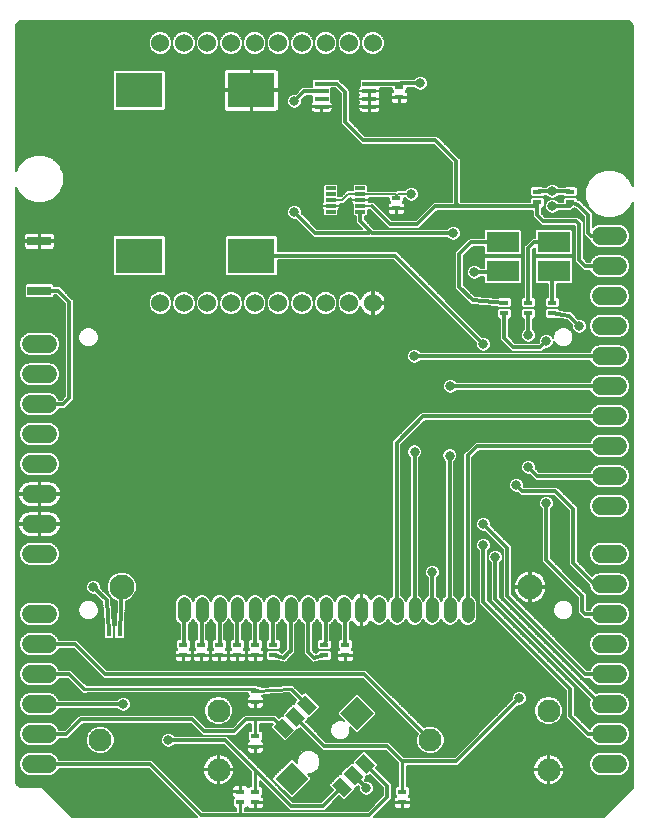
<source format=gtl>
G75*
%MOIN*%
%OFA0B0*%
%FSLAX25Y25*%
%IPPOS*%
%LPD*%
%AMOC8*
5,1,8,0,0,1.08239X$1,22.5*
%
%ADD10C,0.07677*%
%ADD11R,0.05512X0.03937*%
%ADD12R,0.07874X0.07874*%
%ADD13R,0.15748X0.11811*%
%ADD14R,0.04724X0.01378*%
%ADD15R,0.03248X0.01181*%
%ADD16C,0.08268*%
%ADD17C,0.04362*%
%ADD18R,0.03000X0.01800*%
%ADD19R,0.11000X0.07000*%
%ADD20R,0.01800X0.03000*%
%ADD21C,0.06000*%
%ADD22C,0.05937*%
%ADD23R,0.07874X0.03150*%
%ADD24C,0.00600*%
%ADD25C,0.01200*%
%ADD26C,0.03200*%
%ADD27C,0.01000*%
D10*
X0035315Y0032000D03*
X0074685Y0022157D03*
X0074685Y0041843D03*
X0145315Y0032000D03*
X0184685Y0022157D03*
X0184685Y0041843D03*
D11*
G36*
X0124198Y0020814D02*
X0120301Y0024711D01*
X0123084Y0027494D01*
X0126981Y0023597D01*
X0124198Y0020814D01*
G37*
G36*
X0120301Y0016916D02*
X0116404Y0020813D01*
X0119187Y0023596D01*
X0123084Y0019699D01*
X0120301Y0016916D01*
G37*
G36*
X0116403Y0013019D02*
X0112506Y0016916D01*
X0115289Y0019699D01*
X0119186Y0015802D01*
X0116403Y0013019D01*
G37*
G36*
X0096916Y0032506D02*
X0093019Y0036403D01*
X0095802Y0039186D01*
X0099699Y0035289D01*
X0096916Y0032506D01*
G37*
G36*
X0100813Y0036404D02*
X0096916Y0040301D01*
X0099699Y0043084D01*
X0103596Y0039187D01*
X0100813Y0036404D01*
G37*
G36*
X0104711Y0040301D02*
X0100814Y0044198D01*
X0103597Y0046981D01*
X0107494Y0043084D01*
X0104711Y0040301D01*
G37*
D12*
G36*
X0120857Y0035290D02*
X0115290Y0040857D01*
X0120857Y0046424D01*
X0126424Y0040857D01*
X0120857Y0035290D01*
G37*
G36*
X0099143Y0013576D02*
X0093576Y0019143D01*
X0099143Y0024710D01*
X0104710Y0019143D01*
X0099143Y0013576D01*
G37*
D13*
X0085654Y0193441D03*
X0048252Y0193441D03*
X0048252Y0248559D03*
X0085654Y0248559D03*
D14*
X0109028Y0248280D03*
X0109028Y0250839D03*
X0109028Y0245720D03*
X0109028Y0243161D03*
X0124972Y0243161D03*
X0124972Y0245720D03*
X0124972Y0248280D03*
X0124972Y0250839D03*
D15*
X0121882Y0215937D03*
X0121882Y0213969D03*
X0121882Y0212000D03*
X0121882Y0210031D03*
X0121882Y0208063D03*
X0112118Y0208063D03*
X0112118Y0210031D03*
X0112118Y0212000D03*
X0112118Y0213969D03*
X0112118Y0215937D03*
D16*
X0178606Y0083039D03*
X0042386Y0083039D03*
D17*
X0063252Y0077543D02*
X0063252Y0073181D01*
X0069157Y0073181D02*
X0069157Y0077543D01*
X0075063Y0077543D02*
X0075063Y0073181D01*
X0080969Y0073181D02*
X0080969Y0077543D01*
X0086874Y0077543D02*
X0086874Y0073181D01*
X0092780Y0073181D02*
X0092780Y0077543D01*
X0098685Y0077543D02*
X0098685Y0073181D01*
X0104591Y0073181D02*
X0104591Y0077543D01*
X0110496Y0077543D02*
X0110496Y0073181D01*
X0116402Y0073181D02*
X0116402Y0077543D01*
X0122307Y0077543D02*
X0122307Y0073181D01*
X0128213Y0073181D02*
X0128213Y0077543D01*
X0134118Y0077543D02*
X0134118Y0073181D01*
X0140024Y0073181D02*
X0140024Y0077543D01*
X0145929Y0077543D02*
X0145929Y0073181D01*
X0151835Y0073181D02*
X0151835Y0077543D01*
X0157740Y0077543D02*
X0157740Y0073181D01*
D18*
X0117000Y0063800D03*
X0117000Y0060200D03*
X0110000Y0060200D03*
X0110000Y0063800D03*
X0093000Y0063800D03*
X0093000Y0060200D03*
X0087000Y0060200D03*
X0087000Y0063800D03*
X0081000Y0063800D03*
X0081000Y0060200D03*
X0075000Y0060200D03*
X0075000Y0063800D03*
X0069000Y0063800D03*
X0069000Y0060200D03*
X0063000Y0060200D03*
X0063000Y0063800D03*
X0087000Y0048300D03*
X0087000Y0044700D03*
X0087000Y0033300D03*
X0087000Y0029700D03*
X0087000Y0014800D03*
X0087000Y0011200D03*
X0082000Y0011200D03*
X0082000Y0014800D03*
X0136000Y0014800D03*
X0136000Y0011200D03*
X0170000Y0174200D03*
X0170000Y0177800D03*
X0178000Y0177800D03*
X0178000Y0174200D03*
X0186000Y0174200D03*
X0186000Y0177800D03*
X0181000Y0211200D03*
X0181000Y0214800D03*
X0192000Y0214800D03*
X0192000Y0211200D03*
X0134000Y0212800D03*
X0134000Y0209200D03*
X0135000Y0246200D03*
X0135000Y0249800D03*
D19*
X0169500Y0198000D03*
X0169500Y0188500D03*
X0186500Y0188500D03*
X0186500Y0198000D03*
D20*
X0041800Y0068000D03*
X0038200Y0068000D03*
D21*
X0055260Y0177693D03*
X0063134Y0177693D03*
X0071008Y0177693D03*
X0078882Y0177693D03*
X0086756Y0177693D03*
X0094630Y0177693D03*
X0102504Y0177693D03*
X0110378Y0177693D03*
X0118252Y0177693D03*
X0126126Y0177693D03*
X0126126Y0264307D03*
X0118252Y0264307D03*
X0110378Y0264307D03*
X0102504Y0264307D03*
X0094630Y0264307D03*
X0086756Y0264307D03*
X0078882Y0264307D03*
X0071008Y0264307D03*
X0063134Y0264307D03*
X0055260Y0264307D03*
D22*
X0017969Y0164000D02*
X0012031Y0164000D01*
X0012031Y0154000D02*
X0017969Y0154000D01*
X0017969Y0144000D02*
X0012031Y0144000D01*
X0012031Y0134000D02*
X0017969Y0134000D01*
X0017969Y0124000D02*
X0012031Y0124000D01*
X0012031Y0114000D02*
X0017969Y0114000D01*
X0017969Y0104000D02*
X0012031Y0104000D01*
X0012031Y0094000D02*
X0017969Y0094000D01*
X0017969Y0074000D02*
X0012031Y0074000D01*
X0012031Y0064000D02*
X0017969Y0064000D01*
X0017969Y0054000D02*
X0012031Y0054000D01*
X0012031Y0044000D02*
X0017969Y0044000D01*
X0017969Y0034000D02*
X0012031Y0034000D01*
X0012031Y0024000D02*
X0017969Y0024000D01*
X0202031Y0024000D02*
X0207969Y0024000D01*
X0207969Y0034000D02*
X0202031Y0034000D01*
X0202031Y0044000D02*
X0207969Y0044000D01*
X0207969Y0054000D02*
X0202031Y0054000D01*
X0202031Y0064000D02*
X0207969Y0064000D01*
X0207969Y0074000D02*
X0202031Y0074000D01*
X0202031Y0084000D02*
X0207969Y0084000D01*
X0207969Y0094000D02*
X0202031Y0094000D01*
X0202031Y0110000D02*
X0207969Y0110000D01*
X0207969Y0120000D02*
X0202031Y0120000D01*
X0202031Y0130000D02*
X0207969Y0130000D01*
X0207969Y0140000D02*
X0202031Y0140000D01*
X0202031Y0150000D02*
X0207969Y0150000D01*
X0207969Y0160000D02*
X0202031Y0160000D01*
X0202031Y0170000D02*
X0207969Y0170000D01*
X0207969Y0180000D02*
X0202031Y0180000D01*
X0202031Y0190000D02*
X0207969Y0190000D01*
X0207969Y0200000D02*
X0202031Y0200000D01*
D23*
X0015000Y0198268D03*
X0015000Y0181732D03*
D24*
X0007576Y0017028D02*
X0008028Y0016576D01*
X0008618Y0016331D01*
X0008937Y0016300D01*
X0015953Y0016300D01*
X0017300Y0014953D01*
X0025953Y0006300D01*
X0067579Y0006300D01*
X0067500Y0006379D01*
X0051379Y0022500D01*
X0021534Y0022500D01*
X0021248Y0021809D01*
X0020160Y0020720D01*
X0018738Y0020131D01*
X0011262Y0020131D01*
X0009840Y0020720D01*
X0008752Y0021809D01*
X0008163Y0023230D01*
X0008163Y0024769D01*
X0008752Y0026191D01*
X0009840Y0027280D01*
X0011262Y0027868D01*
X0018738Y0027868D01*
X0020160Y0027280D01*
X0021248Y0026191D01*
X0021534Y0025500D01*
X0052621Y0025500D01*
X0069621Y0008500D01*
X0080600Y0008500D01*
X0080600Y0009400D01*
X0080127Y0009400D01*
X0079600Y0009927D01*
X0079600Y0012473D01*
X0079883Y0012755D01*
X0079702Y0012860D01*
X0079460Y0013102D01*
X0079289Y0013398D01*
X0079200Y0013729D01*
X0079200Y0014650D01*
X0081850Y0014650D01*
X0081850Y0014950D01*
X0081850Y0017000D01*
X0080329Y0017000D01*
X0079998Y0016911D01*
X0079702Y0016740D01*
X0079460Y0016498D01*
X0079289Y0016202D01*
X0079200Y0015871D01*
X0079200Y0014950D01*
X0081850Y0014950D01*
X0082150Y0014950D01*
X0082150Y0017000D01*
X0083671Y0017000D01*
X0084002Y0016911D01*
X0084298Y0016740D01*
X0084540Y0016498D01*
X0084711Y0016202D01*
X0084715Y0016188D01*
X0085127Y0016600D01*
X0085600Y0016600D01*
X0085600Y0021279D01*
X0076379Y0030500D01*
X0060036Y0030500D01*
X0059416Y0029881D01*
X0058497Y0029500D01*
X0057503Y0029500D01*
X0056584Y0029881D01*
X0055881Y0030584D01*
X0055500Y0031503D01*
X0055500Y0032497D01*
X0055881Y0033416D01*
X0056584Y0034119D01*
X0057503Y0034500D01*
X0058497Y0034500D01*
X0059416Y0034119D01*
X0060036Y0033500D01*
X0077621Y0033500D01*
X0088500Y0022621D01*
X0088500Y0022621D01*
X0099621Y0011500D01*
X0108866Y0011500D01*
X0112757Y0015391D01*
X0111605Y0016543D01*
X0111605Y0017289D01*
X0114917Y0020600D01*
X0115503Y0020600D01*
X0115503Y0021186D01*
X0118814Y0024497D01*
X0119400Y0024497D01*
X0119400Y0025083D01*
X0122711Y0028394D01*
X0123457Y0028394D01*
X0127882Y0023970D01*
X0127882Y0023224D01*
X0127287Y0022629D01*
X0132500Y0017416D01*
X0132500Y0012379D01*
X0133229Y0012379D01*
X0133200Y0012271D02*
X0133200Y0011350D01*
X0135850Y0011350D01*
X0135850Y0011050D01*
X0136150Y0011050D01*
X0136150Y0011350D01*
X0138800Y0011350D01*
X0138800Y0012271D01*
X0138711Y0012602D01*
X0138540Y0012898D01*
X0138298Y0013140D01*
X0138117Y0013245D01*
X0138400Y0013527D01*
X0138400Y0016073D01*
X0137873Y0016600D01*
X0137400Y0016600D01*
X0137400Y0023500D01*
X0154621Y0023500D01*
X0174621Y0043500D01*
X0175497Y0043500D01*
X0176416Y0043881D01*
X0177119Y0044584D01*
X0177500Y0045503D01*
X0177500Y0046497D01*
X0177119Y0047416D01*
X0176416Y0048119D01*
X0175497Y0048500D01*
X0174503Y0048500D01*
X0173584Y0048119D01*
X0172881Y0047416D01*
X0172500Y0046497D01*
X0172500Y0045621D01*
X0153379Y0026500D01*
X0136621Y0026500D01*
X0131621Y0031500D01*
X0110621Y0031500D01*
X0103902Y0038219D01*
X0104497Y0038814D01*
X0104497Y0039400D01*
X0105083Y0039400D01*
X0108394Y0042711D01*
X0108394Y0043457D01*
X0103970Y0047882D01*
X0103224Y0047882D01*
X0102559Y0047216D01*
X0100099Y0049676D01*
X0100095Y0049728D01*
X0099694Y0050081D01*
X0099316Y0050459D01*
X0099263Y0050459D01*
X0099224Y0050494D01*
X0098691Y0050459D01*
X0098156Y0050459D01*
X0098119Y0050422D01*
X0089132Y0049841D01*
X0088873Y0050100D01*
X0087880Y0050100D01*
X0087580Y0050400D01*
X0030721Y0050400D01*
X0029621Y0051500D01*
X0027621Y0053500D01*
X0025621Y0055500D01*
X0021534Y0055500D01*
X0021248Y0056191D01*
X0020160Y0057280D01*
X0018738Y0057868D01*
X0011262Y0057868D01*
X0009840Y0057280D01*
X0008752Y0056191D01*
X0008163Y0054769D01*
X0008163Y0053230D01*
X0008752Y0051809D01*
X0009840Y0050720D01*
X0011262Y0050131D01*
X0018738Y0050131D01*
X0020160Y0050720D01*
X0021248Y0051809D01*
X0021534Y0052500D01*
X0024379Y0052500D01*
X0025500Y0051379D01*
X0027500Y0049379D01*
X0029379Y0047500D01*
X0030621Y0047500D01*
X0030721Y0047600D01*
X0084600Y0047600D01*
X0084600Y0047027D01*
X0084883Y0046745D01*
X0084702Y0046640D01*
X0084460Y0046398D01*
X0084289Y0046102D01*
X0084200Y0045771D01*
X0084200Y0044850D01*
X0086850Y0044850D01*
X0086850Y0044550D01*
X0087150Y0044550D01*
X0087150Y0044850D01*
X0089800Y0044850D01*
X0089800Y0045771D01*
X0089711Y0046102D01*
X0089540Y0046398D01*
X0089298Y0046640D01*
X0089117Y0046745D01*
X0089400Y0047027D01*
X0089400Y0047052D01*
X0098194Y0047621D01*
X0100579Y0045236D01*
X0099913Y0044571D01*
X0099913Y0043984D01*
X0099327Y0043984D01*
X0096016Y0040673D01*
X0096016Y0040087D01*
X0095429Y0040087D01*
X0094835Y0039492D01*
X0093826Y0040500D01*
X0083379Y0040500D01*
X0082500Y0039621D01*
X0079379Y0036500D01*
X0070621Y0036500D01*
X0066621Y0040500D01*
X0028379Y0040500D01*
X0027500Y0039621D01*
X0023379Y0035500D01*
X0021534Y0035500D01*
X0021248Y0036191D01*
X0020160Y0037280D01*
X0018738Y0037868D01*
X0011262Y0037868D01*
X0009840Y0037280D01*
X0008752Y0036191D01*
X0008163Y0034769D01*
X0008163Y0033230D01*
X0008752Y0031809D01*
X0009840Y0030720D01*
X0011262Y0030131D01*
X0018738Y0030131D01*
X0020160Y0030720D01*
X0021248Y0031809D01*
X0021534Y0032500D01*
X0024621Y0032500D01*
X0029621Y0037500D01*
X0065379Y0037500D01*
X0068500Y0034379D01*
X0069379Y0033500D01*
X0080621Y0033500D01*
X0084621Y0037500D01*
X0085600Y0037500D01*
X0085600Y0035100D01*
X0085127Y0035100D01*
X0084600Y0034573D01*
X0084600Y0032027D01*
X0084883Y0031745D01*
X0084702Y0031640D01*
X0084460Y0031398D01*
X0084289Y0031102D01*
X0084200Y0030771D01*
X0084200Y0029850D01*
X0086850Y0029850D01*
X0086850Y0029550D01*
X0087150Y0029550D01*
X0087150Y0029850D01*
X0089800Y0029850D01*
X0089800Y0030771D01*
X0089711Y0031102D01*
X0089540Y0031398D01*
X0089298Y0031640D01*
X0089117Y0031745D01*
X0089400Y0032027D01*
X0089400Y0034573D01*
X0088873Y0035100D01*
X0088400Y0035100D01*
X0088400Y0037500D01*
X0092584Y0037500D01*
X0092713Y0037371D01*
X0092118Y0036776D01*
X0092118Y0036030D01*
X0096543Y0031605D01*
X0097289Y0031605D01*
X0100600Y0034917D01*
X0100600Y0035503D01*
X0101186Y0035503D01*
X0101781Y0036098D01*
X0108500Y0029379D01*
X0109379Y0028500D01*
X0130379Y0028500D01*
X0134500Y0024379D01*
X0134600Y0024279D01*
X0134600Y0016600D01*
X0134127Y0016600D01*
X0133600Y0016073D01*
X0133600Y0013527D01*
X0133883Y0013245D01*
X0133702Y0013140D01*
X0133460Y0012898D01*
X0133289Y0012602D01*
X0133200Y0012271D01*
X0133200Y0011781D02*
X0131902Y0011781D01*
X0131621Y0011500D02*
X0132500Y0012379D01*
X0132500Y0012978D02*
X0133539Y0012978D01*
X0133600Y0013576D02*
X0132500Y0013576D01*
X0132500Y0014175D02*
X0133600Y0014175D01*
X0133600Y0014773D02*
X0132500Y0014773D01*
X0132500Y0015372D02*
X0133600Y0015372D01*
X0133600Y0015970D02*
X0132500Y0015970D01*
X0132500Y0016569D02*
X0134096Y0016569D01*
X0134600Y0017167D02*
X0132500Y0017167D01*
X0132150Y0017766D02*
X0134600Y0017766D01*
X0134600Y0018364D02*
X0131552Y0018364D01*
X0130953Y0018963D02*
X0134600Y0018963D01*
X0134600Y0019561D02*
X0130355Y0019561D01*
X0129756Y0020160D02*
X0134600Y0020160D01*
X0134600Y0020758D02*
X0129158Y0020758D01*
X0128559Y0021357D02*
X0134600Y0021357D01*
X0134600Y0021955D02*
X0127961Y0021955D01*
X0127362Y0022554D02*
X0134600Y0022554D01*
X0134600Y0023152D02*
X0127810Y0023152D01*
X0127882Y0023751D02*
X0134600Y0023751D01*
X0134529Y0024349D02*
X0127502Y0024349D01*
X0126904Y0024948D02*
X0133931Y0024948D01*
X0133332Y0025546D02*
X0126305Y0025546D01*
X0125707Y0026145D02*
X0132734Y0026145D01*
X0132135Y0026743D02*
X0125108Y0026743D01*
X0124510Y0027342D02*
X0131537Y0027342D01*
X0130938Y0027940D02*
X0123911Y0027940D01*
X0122257Y0027940D02*
X0107089Y0027940D01*
X0106957Y0028072D02*
X0105499Y0028676D01*
X0103922Y0028676D01*
X0102464Y0028072D01*
X0101349Y0026957D01*
X0100745Y0025499D01*
X0100745Y0024381D01*
X0099516Y0025611D01*
X0098770Y0025611D01*
X0092675Y0019516D01*
X0092675Y0018770D01*
X0098770Y0012675D01*
X0099516Y0012675D01*
X0105611Y0018770D01*
X0105611Y0019516D01*
X0104381Y0020745D01*
X0105499Y0020745D01*
X0106957Y0021349D01*
X0108072Y0022464D01*
X0108676Y0023922D01*
X0108676Y0025499D01*
X0108072Y0026957D01*
X0106957Y0028072D01*
X0107687Y0027342D02*
X0121659Y0027342D01*
X0121060Y0026743D02*
X0108161Y0026743D01*
X0108409Y0026145D02*
X0120462Y0026145D01*
X0119863Y0025546D02*
X0108656Y0025546D01*
X0108676Y0024948D02*
X0119400Y0024948D01*
X0118666Y0024349D02*
X0108676Y0024349D01*
X0108605Y0023751D02*
X0118068Y0023751D01*
X0117469Y0023152D02*
X0108357Y0023152D01*
X0108109Y0022554D02*
X0116871Y0022554D01*
X0116272Y0021955D02*
X0107563Y0021955D01*
X0106965Y0021357D02*
X0115674Y0021357D01*
X0115503Y0020758D02*
X0105531Y0020758D01*
X0104966Y0020160D02*
X0114477Y0020160D01*
X0113878Y0019561D02*
X0105565Y0019561D01*
X0105611Y0018963D02*
X0113280Y0018963D01*
X0112681Y0018364D02*
X0105205Y0018364D01*
X0104606Y0017766D02*
X0112083Y0017766D01*
X0111605Y0017167D02*
X0104008Y0017167D01*
X0103409Y0016569D02*
X0111605Y0016569D01*
X0112178Y0015970D02*
X0102811Y0015970D01*
X0102212Y0015372D02*
X0112738Y0015372D01*
X0112139Y0014773D02*
X0101614Y0014773D01*
X0101015Y0014175D02*
X0111541Y0014175D01*
X0110942Y0013576D02*
X0100417Y0013576D01*
X0099818Y0012978D02*
X0110344Y0012978D01*
X0109745Y0012379D02*
X0098742Y0012379D01*
X0098467Y0012978D02*
X0098144Y0012978D01*
X0097869Y0013576D02*
X0097545Y0013576D01*
X0097270Y0014175D02*
X0096947Y0014175D01*
X0096672Y0014773D02*
X0096348Y0014773D01*
X0096073Y0015372D02*
X0095750Y0015372D01*
X0095475Y0015970D02*
X0095151Y0015970D01*
X0094876Y0016569D02*
X0094553Y0016569D01*
X0094278Y0017167D02*
X0093954Y0017167D01*
X0093679Y0017766D02*
X0093356Y0017766D01*
X0093081Y0018364D02*
X0092757Y0018364D01*
X0092675Y0018963D02*
X0092159Y0018963D01*
X0092721Y0019561D02*
X0091560Y0019561D01*
X0090962Y0020160D02*
X0093319Y0020160D01*
X0093918Y0020758D02*
X0090363Y0020758D01*
X0089764Y0021357D02*
X0094516Y0021357D01*
X0095115Y0021955D02*
X0089166Y0021955D01*
X0088567Y0022554D02*
X0095713Y0022554D01*
X0096312Y0023152D02*
X0087969Y0023152D01*
X0087370Y0023751D02*
X0096910Y0023751D01*
X0097509Y0024349D02*
X0086772Y0024349D01*
X0086173Y0024948D02*
X0098107Y0024948D01*
X0098706Y0025546D02*
X0085575Y0025546D01*
X0084976Y0026145D02*
X0101013Y0026145D01*
X0101261Y0026743D02*
X0084378Y0026743D01*
X0083779Y0027342D02*
X0101734Y0027342D01*
X0102333Y0027940D02*
X0089479Y0027940D01*
X0089540Y0028002D02*
X0089711Y0028298D01*
X0089800Y0028629D01*
X0089800Y0029550D01*
X0087150Y0029550D01*
X0087150Y0027500D01*
X0088671Y0027500D01*
X0089002Y0027589D01*
X0089298Y0027760D01*
X0089540Y0028002D01*
X0089776Y0028539D02*
X0103591Y0028539D01*
X0105830Y0028539D02*
X0109340Y0028539D01*
X0108741Y0029137D02*
X0089800Y0029137D01*
X0089800Y0030334D02*
X0107544Y0030334D01*
X0108143Y0029736D02*
X0087150Y0029736D01*
X0086850Y0029736D02*
X0081385Y0029736D01*
X0080787Y0030334D02*
X0084200Y0030334D01*
X0084243Y0030933D02*
X0080188Y0030933D01*
X0079590Y0031532D02*
X0084593Y0031532D01*
X0084600Y0032130D02*
X0078991Y0032130D01*
X0078393Y0032729D02*
X0084600Y0032729D01*
X0084600Y0033327D02*
X0077794Y0033327D01*
X0076544Y0030334D02*
X0059870Y0030334D01*
X0059067Y0029736D02*
X0077143Y0029736D01*
X0077741Y0029137D02*
X0039154Y0029137D01*
X0039332Y0029316D02*
X0040054Y0031057D01*
X0040054Y0032943D01*
X0039332Y0034684D01*
X0037999Y0036017D01*
X0036258Y0036739D01*
X0034372Y0036739D01*
X0032631Y0036017D01*
X0031298Y0034684D01*
X0030576Y0032943D01*
X0030576Y0031057D01*
X0031298Y0029316D01*
X0032631Y0027983D01*
X0034372Y0027261D01*
X0036258Y0027261D01*
X0037999Y0027983D01*
X0039332Y0029316D01*
X0039506Y0029736D02*
X0056933Y0029736D01*
X0056130Y0030334D02*
X0039754Y0030334D01*
X0040002Y0030933D02*
X0055736Y0030933D01*
X0055500Y0031532D02*
X0040054Y0031532D01*
X0040054Y0032130D02*
X0055500Y0032130D01*
X0055596Y0032729D02*
X0040054Y0032729D01*
X0039894Y0033327D02*
X0055844Y0033327D01*
X0056390Y0033926D02*
X0039646Y0033926D01*
X0039398Y0034524D02*
X0068355Y0034524D01*
X0068953Y0033926D02*
X0059610Y0033926D01*
X0065961Y0036918D02*
X0029039Y0036918D01*
X0028441Y0036320D02*
X0033361Y0036320D01*
X0032335Y0035721D02*
X0027842Y0035721D01*
X0027244Y0035123D02*
X0031736Y0035123D01*
X0031231Y0034524D02*
X0026645Y0034524D01*
X0026047Y0033926D02*
X0030984Y0033926D01*
X0030736Y0033327D02*
X0025448Y0033327D01*
X0024850Y0032729D02*
X0030576Y0032729D01*
X0030576Y0032130D02*
X0021381Y0032130D01*
X0020971Y0031532D02*
X0030576Y0031532D01*
X0030628Y0030933D02*
X0020372Y0030933D01*
X0019228Y0030334D02*
X0030876Y0030334D01*
X0031124Y0029736D02*
X0007300Y0029736D01*
X0007300Y0030334D02*
X0010772Y0030334D01*
X0009628Y0030933D02*
X0007300Y0030933D01*
X0007300Y0031532D02*
X0009029Y0031532D01*
X0008619Y0032130D02*
X0007300Y0032130D01*
X0007300Y0032729D02*
X0008371Y0032729D01*
X0008163Y0033327D02*
X0007300Y0033327D01*
X0007300Y0033926D02*
X0008163Y0033926D01*
X0008163Y0034524D02*
X0007300Y0034524D01*
X0007300Y0035123D02*
X0008309Y0035123D01*
X0008557Y0035721D02*
X0007300Y0035721D01*
X0007300Y0036320D02*
X0008880Y0036320D01*
X0009479Y0036918D02*
X0007300Y0036918D01*
X0007300Y0037517D02*
X0010413Y0037517D01*
X0011262Y0040131D02*
X0009840Y0040720D01*
X0008752Y0041809D01*
X0008163Y0043230D01*
X0008163Y0044769D01*
X0008752Y0046191D01*
X0009840Y0047280D01*
X0011262Y0047868D01*
X0018738Y0047868D01*
X0020160Y0047280D01*
X0021248Y0046191D01*
X0021534Y0045500D01*
X0040964Y0045500D01*
X0041584Y0046119D01*
X0042503Y0046500D01*
X0043497Y0046500D01*
X0044416Y0046119D01*
X0045119Y0045416D01*
X0045500Y0044497D01*
X0045500Y0043503D01*
X0045119Y0042584D01*
X0044416Y0041881D01*
X0043497Y0041500D01*
X0042503Y0041500D01*
X0041584Y0041881D01*
X0040964Y0042500D01*
X0021534Y0042500D01*
X0021248Y0041809D01*
X0020160Y0040720D01*
X0018738Y0040131D01*
X0011262Y0040131D01*
X0010350Y0040509D02*
X0007300Y0040509D01*
X0007300Y0039911D02*
X0027789Y0039911D01*
X0027191Y0039312D02*
X0007300Y0039312D01*
X0007300Y0038714D02*
X0026592Y0038714D01*
X0025994Y0038115D02*
X0007300Y0038115D01*
X0007300Y0041108D02*
X0009453Y0041108D01*
X0008854Y0041706D02*
X0007300Y0041706D01*
X0007300Y0042305D02*
X0008546Y0042305D01*
X0008299Y0042903D02*
X0007300Y0042903D01*
X0007300Y0043502D02*
X0008163Y0043502D01*
X0008163Y0044100D02*
X0007300Y0044100D01*
X0007300Y0044699D02*
X0008163Y0044699D01*
X0008382Y0045297D02*
X0007300Y0045297D01*
X0007300Y0045896D02*
X0008630Y0045896D01*
X0009055Y0046494D02*
X0007300Y0046494D01*
X0007300Y0047093D02*
X0009653Y0047093D01*
X0010834Y0047691D02*
X0007300Y0047691D01*
X0007300Y0048290D02*
X0028589Y0048290D01*
X0029187Y0047691D02*
X0019166Y0047691D01*
X0020347Y0047093D02*
X0084600Y0047093D01*
X0084556Y0046494D02*
X0075837Y0046494D01*
X0075628Y0046581D02*
X0073742Y0046581D01*
X0072001Y0045860D01*
X0070668Y0044527D01*
X0069946Y0042785D01*
X0069946Y0040900D01*
X0070668Y0039158D01*
X0072001Y0037825D01*
X0073742Y0037104D01*
X0075628Y0037104D01*
X0077369Y0037825D01*
X0078702Y0039158D01*
X0079424Y0040900D01*
X0079424Y0042785D01*
X0078702Y0044527D01*
X0077369Y0045860D01*
X0075628Y0046581D01*
X0077282Y0045896D02*
X0084233Y0045896D01*
X0084200Y0045297D02*
X0077932Y0045297D01*
X0078530Y0044699D02*
X0086850Y0044699D01*
X0086850Y0044550D02*
X0084200Y0044550D01*
X0084200Y0043629D01*
X0084289Y0043298D01*
X0084460Y0043002D01*
X0084702Y0042760D01*
X0084998Y0042589D01*
X0085329Y0042500D01*
X0086850Y0042500D01*
X0086850Y0044550D01*
X0087150Y0044550D02*
X0087150Y0042500D01*
X0088671Y0042500D01*
X0089002Y0042589D01*
X0089298Y0042760D01*
X0089540Y0043002D01*
X0089711Y0043298D01*
X0089800Y0043629D01*
X0089800Y0044550D01*
X0087150Y0044550D01*
X0087150Y0044699D02*
X0100041Y0044699D01*
X0099913Y0044100D02*
X0089800Y0044100D01*
X0089766Y0043502D02*
X0098844Y0043502D01*
X0098246Y0042903D02*
X0089442Y0042903D01*
X0087150Y0042903D02*
X0086850Y0042903D01*
X0086850Y0043502D02*
X0087150Y0043502D01*
X0087150Y0044100D02*
X0086850Y0044100D01*
X0084558Y0042903D02*
X0079375Y0042903D01*
X0079424Y0042305D02*
X0097647Y0042305D01*
X0097049Y0041706D02*
X0079424Y0041706D01*
X0079424Y0041108D02*
X0096450Y0041108D01*
X0096016Y0040509D02*
X0079262Y0040509D01*
X0079014Y0039911D02*
X0082789Y0039911D01*
X0082191Y0039312D02*
X0078766Y0039312D01*
X0078258Y0038714D02*
X0081592Y0038714D01*
X0080994Y0038115D02*
X0077659Y0038115D01*
X0076624Y0037517D02*
X0080395Y0037517D01*
X0079797Y0036918D02*
X0070203Y0036918D01*
X0069605Y0037517D02*
X0072746Y0037517D01*
X0071711Y0038115D02*
X0069006Y0038115D01*
X0068408Y0038714D02*
X0071113Y0038714D01*
X0070604Y0039312D02*
X0067809Y0039312D01*
X0067211Y0039911D02*
X0070356Y0039911D01*
X0070108Y0040509D02*
X0019650Y0040509D01*
X0020547Y0041108D02*
X0069946Y0041108D01*
X0069946Y0041706D02*
X0043995Y0041706D01*
X0044840Y0042305D02*
X0069946Y0042305D01*
X0069995Y0042903D02*
X0045252Y0042903D01*
X0045500Y0043502D02*
X0070243Y0043502D01*
X0070491Y0044100D02*
X0045500Y0044100D01*
X0045417Y0044699D02*
X0070840Y0044699D01*
X0071438Y0045297D02*
X0045169Y0045297D01*
X0044640Y0045896D02*
X0072088Y0045896D01*
X0073533Y0046494D02*
X0043511Y0046494D01*
X0042489Y0046494D02*
X0020945Y0046494D01*
X0021370Y0045896D02*
X0041360Y0045896D01*
X0041160Y0042305D02*
X0021454Y0042305D01*
X0021146Y0041706D02*
X0042005Y0041706D01*
X0038295Y0035721D02*
X0067158Y0035721D01*
X0067756Y0035123D02*
X0038894Y0035123D01*
X0037269Y0036320D02*
X0066559Y0036320D01*
X0071992Y0026552D02*
X0071337Y0026077D01*
X0070766Y0025505D01*
X0070290Y0024851D01*
X0069923Y0024130D01*
X0069673Y0023361D01*
X0069546Y0022562D01*
X0069546Y0022457D01*
X0074385Y0022457D01*
X0074385Y0021857D01*
X0074985Y0021857D01*
X0074985Y0017019D01*
X0075089Y0017019D01*
X0075888Y0017145D01*
X0076658Y0017395D01*
X0077378Y0017763D01*
X0078033Y0018238D01*
X0078605Y0018810D01*
X0079080Y0019464D01*
X0079447Y0020185D01*
X0079697Y0020954D01*
X0079824Y0021753D01*
X0079824Y0021857D01*
X0074985Y0021857D01*
X0074985Y0022457D01*
X0079824Y0022457D01*
X0079824Y0022562D01*
X0079697Y0023361D01*
X0079447Y0024130D01*
X0079080Y0024851D01*
X0078605Y0025505D01*
X0078033Y0026077D01*
X0077378Y0026552D01*
X0076658Y0026920D01*
X0075888Y0027170D01*
X0075089Y0027296D01*
X0074985Y0027296D01*
X0074985Y0022458D01*
X0074385Y0022458D01*
X0074385Y0027296D01*
X0074281Y0027296D01*
X0073482Y0027170D01*
X0072713Y0026920D01*
X0071992Y0026552D01*
X0072367Y0026743D02*
X0020696Y0026743D01*
X0021267Y0026145D02*
X0071431Y0026145D01*
X0070807Y0025546D02*
X0021515Y0025546D01*
X0020009Y0027342D02*
X0034178Y0027342D01*
X0032733Y0027940D02*
X0007300Y0027940D01*
X0007300Y0027342D02*
X0009991Y0027342D01*
X0009304Y0026743D02*
X0007300Y0026743D01*
X0007300Y0026145D02*
X0008733Y0026145D01*
X0008485Y0025546D02*
X0007300Y0025546D01*
X0007300Y0024948D02*
X0008237Y0024948D01*
X0008163Y0024349D02*
X0007300Y0024349D01*
X0007300Y0023751D02*
X0008163Y0023751D01*
X0008195Y0023152D02*
X0007300Y0023152D01*
X0007300Y0022554D02*
X0008443Y0022554D01*
X0008691Y0021955D02*
X0007300Y0021955D01*
X0007300Y0021357D02*
X0009204Y0021357D01*
X0009802Y0020758D02*
X0007300Y0020758D01*
X0007300Y0020160D02*
X0011194Y0020160D01*
X0007300Y0019561D02*
X0054317Y0019561D01*
X0053719Y0020160D02*
X0018806Y0020160D01*
X0020198Y0020758D02*
X0053120Y0020758D01*
X0052522Y0021357D02*
X0020796Y0021357D01*
X0021309Y0021955D02*
X0051923Y0021955D01*
X0053772Y0024349D02*
X0070035Y0024349D01*
X0069800Y0023751D02*
X0054370Y0023751D01*
X0054969Y0023152D02*
X0069640Y0023152D01*
X0069546Y0022554D02*
X0055567Y0022554D01*
X0056166Y0021955D02*
X0074385Y0021955D01*
X0074385Y0021857D02*
X0069546Y0021857D01*
X0069546Y0021753D01*
X0069673Y0020954D01*
X0069923Y0020185D01*
X0070290Y0019464D01*
X0070766Y0018810D01*
X0071337Y0018238D01*
X0071992Y0017763D01*
X0072713Y0017395D01*
X0073482Y0017145D01*
X0074281Y0017019D01*
X0074385Y0017019D01*
X0074385Y0021857D01*
X0074385Y0021357D02*
X0074985Y0021357D01*
X0074985Y0021955D02*
X0084923Y0021955D01*
X0085522Y0021357D02*
X0079761Y0021357D01*
X0079633Y0020758D02*
X0085600Y0020758D01*
X0085600Y0020160D02*
X0079434Y0020160D01*
X0079129Y0019561D02*
X0085600Y0019561D01*
X0085600Y0018963D02*
X0078716Y0018963D01*
X0078159Y0018364D02*
X0085600Y0018364D01*
X0085600Y0017766D02*
X0077383Y0017766D01*
X0075955Y0017167D02*
X0085600Y0017167D01*
X0085096Y0016569D02*
X0084470Y0016569D01*
X0082150Y0016569D02*
X0081850Y0016569D01*
X0081850Y0015970D02*
X0082150Y0015970D01*
X0082150Y0015372D02*
X0081850Y0015372D01*
X0081850Y0014773D02*
X0063348Y0014773D01*
X0063947Y0014175D02*
X0079200Y0014175D01*
X0079241Y0013576D02*
X0064545Y0013576D01*
X0065144Y0012978D02*
X0079584Y0012978D01*
X0079600Y0012379D02*
X0065742Y0012379D01*
X0066341Y0011781D02*
X0079600Y0011781D01*
X0079600Y0011182D02*
X0066939Y0011182D01*
X0067538Y0010584D02*
X0079600Y0010584D01*
X0079600Y0009985D02*
X0068136Y0009985D01*
X0068735Y0009387D02*
X0080600Y0009387D01*
X0080600Y0008788D02*
X0069333Y0008788D01*
X0067485Y0006394D02*
X0025859Y0006394D01*
X0025260Y0006993D02*
X0066886Y0006993D01*
X0066288Y0007591D02*
X0024662Y0007591D01*
X0024063Y0008190D02*
X0065689Y0008190D01*
X0065091Y0008788D02*
X0023465Y0008788D01*
X0022866Y0009387D02*
X0064492Y0009387D01*
X0063894Y0009985D02*
X0022268Y0009985D01*
X0021669Y0010584D02*
X0063295Y0010584D01*
X0062697Y0011182D02*
X0021071Y0011182D01*
X0020472Y0011781D02*
X0062098Y0011781D01*
X0061500Y0012379D02*
X0019874Y0012379D01*
X0019275Y0012978D02*
X0060901Y0012978D01*
X0060302Y0013576D02*
X0018676Y0013576D01*
X0018078Y0014175D02*
X0059704Y0014175D01*
X0059105Y0014773D02*
X0017479Y0014773D01*
X0016881Y0015372D02*
X0058507Y0015372D01*
X0057908Y0015970D02*
X0016282Y0015970D01*
X0008045Y0016569D02*
X0057310Y0016569D01*
X0056711Y0017167D02*
X0007518Y0017167D01*
X0007576Y0017028D02*
X0007331Y0017618D01*
X0007300Y0017937D01*
X0007300Y0216425D01*
X0008134Y0214412D01*
X0010412Y0212134D01*
X0013389Y0210901D01*
X0016611Y0210901D01*
X0019588Y0212134D01*
X0021866Y0214412D01*
X0023099Y0217389D01*
X0023099Y0220611D01*
X0021866Y0223588D01*
X0019588Y0225866D01*
X0016611Y0227099D01*
X0013389Y0227099D01*
X0010412Y0225866D01*
X0008134Y0223588D01*
X0007300Y0221575D01*
X0007300Y0270063D01*
X0007331Y0270382D01*
X0007576Y0270972D01*
X0008028Y0271424D01*
X0008618Y0271669D01*
X0008937Y0271700D01*
X0211063Y0271700D01*
X0211382Y0271669D01*
X0211972Y0271424D01*
X0212424Y0270972D01*
X0212669Y0270382D01*
X0212700Y0270063D01*
X0212700Y0216575D01*
X0211866Y0218588D01*
X0209588Y0220866D01*
X0206611Y0222099D01*
X0203389Y0222099D01*
X0200412Y0220866D01*
X0198134Y0218588D01*
X0196901Y0215611D01*
X0196901Y0212389D01*
X0198134Y0209412D01*
X0200412Y0207134D01*
X0203389Y0205901D01*
X0206611Y0205901D01*
X0209588Y0207134D01*
X0211866Y0209412D01*
X0212700Y0211425D01*
X0212700Y0015953D01*
X0203047Y0006300D01*
X0126421Y0006300D01*
X0131621Y0011500D01*
X0131303Y0011182D02*
X0135850Y0011182D01*
X0135850Y0011050D02*
X0133200Y0011050D01*
X0133200Y0010129D01*
X0133289Y0009798D01*
X0133460Y0009502D01*
X0133702Y0009260D01*
X0133998Y0009089D01*
X0134329Y0009000D01*
X0135850Y0009000D01*
X0135850Y0011050D01*
X0136150Y0011050D02*
X0136150Y0009000D01*
X0137671Y0009000D01*
X0138002Y0009089D01*
X0138298Y0009260D01*
X0138540Y0009502D01*
X0138711Y0009798D01*
X0138800Y0010129D01*
X0138800Y0011050D01*
X0136150Y0011050D01*
X0136150Y0011182D02*
X0207929Y0011182D01*
X0207331Y0010584D02*
X0138800Y0010584D01*
X0138761Y0009985D02*
X0206732Y0009985D01*
X0206134Y0009387D02*
X0138425Y0009387D01*
X0136150Y0009387D02*
X0135850Y0009387D01*
X0135850Y0009985D02*
X0136150Y0009985D01*
X0136150Y0010584D02*
X0135850Y0010584D01*
X0133575Y0009387D02*
X0129508Y0009387D01*
X0130106Y0009985D02*
X0133239Y0009985D01*
X0133200Y0010584D02*
X0130705Y0010584D01*
X0128909Y0008788D02*
X0205535Y0008788D01*
X0204937Y0008190D02*
X0128311Y0008190D01*
X0127712Y0007591D02*
X0204338Y0007591D01*
X0203740Y0006993D02*
X0127114Y0006993D01*
X0126515Y0006394D02*
X0203141Y0006394D01*
X0208528Y0011781D02*
X0138800Y0011781D01*
X0138771Y0012379D02*
X0209126Y0012379D01*
X0209725Y0012978D02*
X0138461Y0012978D01*
X0138400Y0013576D02*
X0210323Y0013576D01*
X0210922Y0014175D02*
X0138400Y0014175D01*
X0138400Y0014773D02*
X0211521Y0014773D01*
X0212119Y0015372D02*
X0138400Y0015372D01*
X0138400Y0015970D02*
X0212700Y0015970D01*
X0212700Y0016569D02*
X0137904Y0016569D01*
X0137400Y0017167D02*
X0183415Y0017167D01*
X0183482Y0017145D02*
X0184281Y0017019D01*
X0184385Y0017019D01*
X0184385Y0021857D01*
X0184985Y0021857D01*
X0184985Y0017019D01*
X0185089Y0017019D01*
X0185888Y0017145D01*
X0186658Y0017395D01*
X0187378Y0017763D01*
X0188033Y0018238D01*
X0188605Y0018810D01*
X0189080Y0019464D01*
X0189447Y0020185D01*
X0189697Y0020954D01*
X0189824Y0021753D01*
X0189824Y0021857D01*
X0184985Y0021857D01*
X0184985Y0022457D01*
X0189824Y0022457D01*
X0189824Y0022562D01*
X0189697Y0023361D01*
X0189447Y0024130D01*
X0189080Y0024851D01*
X0188605Y0025505D01*
X0188033Y0026077D01*
X0187378Y0026552D01*
X0186658Y0026920D01*
X0185888Y0027170D01*
X0185089Y0027296D01*
X0184985Y0027296D01*
X0184985Y0022458D01*
X0184385Y0022458D01*
X0184385Y0027296D01*
X0184281Y0027296D01*
X0183482Y0027170D01*
X0182712Y0026920D01*
X0181992Y0026552D01*
X0181337Y0026077D01*
X0180766Y0025505D01*
X0180290Y0024851D01*
X0179923Y0024130D01*
X0179673Y0023361D01*
X0179546Y0022562D01*
X0179546Y0022457D01*
X0184385Y0022457D01*
X0184385Y0021857D01*
X0179546Y0021857D01*
X0179546Y0021753D01*
X0179673Y0020954D01*
X0179923Y0020185D01*
X0180290Y0019464D01*
X0180766Y0018810D01*
X0181337Y0018238D01*
X0181992Y0017763D01*
X0182712Y0017395D01*
X0183482Y0017145D01*
X0184385Y0017167D02*
X0184985Y0017167D01*
X0184985Y0017766D02*
X0184385Y0017766D01*
X0184385Y0018364D02*
X0184985Y0018364D01*
X0184985Y0018963D02*
X0184385Y0018963D01*
X0184385Y0019561D02*
X0184985Y0019561D01*
X0184985Y0020160D02*
X0184385Y0020160D01*
X0184385Y0020758D02*
X0184985Y0020758D01*
X0184985Y0021357D02*
X0184385Y0021357D01*
X0184385Y0021955D02*
X0137400Y0021955D01*
X0137400Y0021357D02*
X0179609Y0021357D01*
X0179737Y0020758D02*
X0137400Y0020758D01*
X0137400Y0020160D02*
X0179936Y0020160D01*
X0180241Y0019561D02*
X0137400Y0019561D01*
X0137400Y0018963D02*
X0180654Y0018963D01*
X0181211Y0018364D02*
X0137400Y0018364D01*
X0137400Y0017766D02*
X0181987Y0017766D01*
X0185955Y0017167D02*
X0212700Y0017167D01*
X0212700Y0017766D02*
X0187383Y0017766D01*
X0188159Y0018364D02*
X0212700Y0018364D01*
X0212700Y0018963D02*
X0188716Y0018963D01*
X0189129Y0019561D02*
X0212700Y0019561D01*
X0212700Y0020160D02*
X0208806Y0020160D01*
X0208738Y0020131D02*
X0210160Y0020720D01*
X0211248Y0021809D01*
X0211837Y0023230D01*
X0211837Y0024769D01*
X0211248Y0026191D01*
X0210160Y0027280D01*
X0208738Y0027868D01*
X0201262Y0027868D01*
X0199840Y0027280D01*
X0198752Y0026191D01*
X0198163Y0024769D01*
X0198163Y0023230D01*
X0198752Y0021809D01*
X0199840Y0020720D01*
X0201262Y0020131D01*
X0208738Y0020131D01*
X0210198Y0020758D02*
X0212700Y0020758D01*
X0212700Y0021357D02*
X0210796Y0021357D01*
X0211309Y0021955D02*
X0212700Y0021955D01*
X0212700Y0022554D02*
X0211557Y0022554D01*
X0211805Y0023152D02*
X0212700Y0023152D01*
X0212700Y0023751D02*
X0211837Y0023751D01*
X0211837Y0024349D02*
X0212700Y0024349D01*
X0212700Y0024948D02*
X0211763Y0024948D01*
X0211515Y0025546D02*
X0212700Y0025546D01*
X0212700Y0026145D02*
X0211267Y0026145D01*
X0210696Y0026743D02*
X0212700Y0026743D01*
X0212700Y0027342D02*
X0210009Y0027342D01*
X0212700Y0027940D02*
X0159062Y0027940D01*
X0158463Y0027342D02*
X0199991Y0027342D01*
X0199304Y0026743D02*
X0187003Y0026743D01*
X0187939Y0026145D02*
X0198733Y0026145D01*
X0198485Y0025546D02*
X0188563Y0025546D01*
X0189009Y0024948D02*
X0198237Y0024948D01*
X0198163Y0024349D02*
X0189335Y0024349D01*
X0189570Y0023751D02*
X0198163Y0023751D01*
X0198195Y0023152D02*
X0189730Y0023152D01*
X0189824Y0022554D02*
X0198443Y0022554D01*
X0198691Y0021955D02*
X0184985Y0021955D01*
X0184985Y0022554D02*
X0184385Y0022554D01*
X0184385Y0023152D02*
X0184985Y0023152D01*
X0184985Y0023751D02*
X0184385Y0023751D01*
X0184385Y0024349D02*
X0184985Y0024349D01*
X0184985Y0024948D02*
X0184385Y0024948D01*
X0184385Y0025546D02*
X0184985Y0025546D01*
X0184985Y0026145D02*
X0184385Y0026145D01*
X0184385Y0026743D02*
X0184985Y0026743D01*
X0182367Y0026743D02*
X0157865Y0026743D01*
X0157266Y0026145D02*
X0181431Y0026145D01*
X0180807Y0025546D02*
X0156668Y0025546D01*
X0156069Y0024948D02*
X0180361Y0024948D01*
X0180035Y0024349D02*
X0155471Y0024349D01*
X0154872Y0023751D02*
X0179800Y0023751D01*
X0179640Y0023152D02*
X0137400Y0023152D01*
X0137400Y0022554D02*
X0179546Y0022554D01*
X0189434Y0020160D02*
X0201194Y0020160D01*
X0199802Y0020758D02*
X0189633Y0020758D01*
X0189761Y0021357D02*
X0199204Y0021357D01*
X0201262Y0030131D02*
X0208738Y0030131D01*
X0210160Y0030720D01*
X0211248Y0031809D01*
X0211837Y0033230D01*
X0211837Y0034769D01*
X0211248Y0036191D01*
X0210160Y0037280D01*
X0208738Y0037868D01*
X0201262Y0037868D01*
X0199840Y0037280D01*
X0198752Y0036191D01*
X0198511Y0035610D01*
X0193500Y0040621D01*
X0193500Y0049621D01*
X0164500Y0078621D01*
X0164500Y0094964D01*
X0165119Y0095584D01*
X0165500Y0096503D01*
X0165500Y0097497D01*
X0165119Y0098416D01*
X0164416Y0099119D01*
X0163497Y0099500D01*
X0162503Y0099500D01*
X0161584Y0099119D01*
X0160881Y0098416D01*
X0160500Y0097497D01*
X0160500Y0096503D01*
X0160881Y0095584D01*
X0161500Y0094964D01*
X0161500Y0077379D01*
X0162379Y0076500D01*
X0190500Y0048379D01*
X0190500Y0039379D01*
X0191379Y0038500D01*
X0197379Y0032500D01*
X0198466Y0032500D01*
X0198752Y0031809D01*
X0199840Y0030720D01*
X0201262Y0030131D01*
X0200772Y0030334D02*
X0161456Y0030334D01*
X0160857Y0029736D02*
X0212700Y0029736D01*
X0212700Y0030334D02*
X0209228Y0030334D01*
X0210372Y0030933D02*
X0212700Y0030933D01*
X0212700Y0031532D02*
X0210971Y0031532D01*
X0211381Y0032130D02*
X0212700Y0032130D01*
X0212700Y0032729D02*
X0211629Y0032729D01*
X0211837Y0033327D02*
X0212700Y0033327D01*
X0212700Y0033926D02*
X0211837Y0033926D01*
X0211837Y0034524D02*
X0212700Y0034524D01*
X0212700Y0035123D02*
X0211691Y0035123D01*
X0211443Y0035721D02*
X0212700Y0035721D01*
X0212700Y0036320D02*
X0211120Y0036320D01*
X0210521Y0036918D02*
X0212700Y0036918D01*
X0212700Y0037517D02*
X0209587Y0037517D01*
X0208738Y0040131D02*
X0210160Y0040720D01*
X0211248Y0041809D01*
X0211837Y0043230D01*
X0211837Y0044769D01*
X0211248Y0046191D01*
X0210160Y0047280D01*
X0208738Y0047868D01*
X0201262Y0047868D01*
X0200548Y0047573D01*
X0174500Y0073621D01*
X0168500Y0079621D01*
X0168500Y0090964D01*
X0169119Y0091584D01*
X0169500Y0092503D01*
X0169500Y0093497D01*
X0169119Y0094416D01*
X0168416Y0095119D01*
X0167497Y0095500D01*
X0166503Y0095500D01*
X0165584Y0095119D01*
X0164881Y0094416D01*
X0164500Y0093497D01*
X0164500Y0092503D01*
X0164881Y0091584D01*
X0165500Y0090964D01*
X0165500Y0078379D01*
X0166379Y0077500D01*
X0172379Y0071500D01*
X0198440Y0045439D01*
X0198163Y0044769D01*
X0198163Y0043230D01*
X0198752Y0041809D01*
X0199840Y0040720D01*
X0201262Y0040131D01*
X0208738Y0040131D01*
X0209650Y0040509D02*
X0212700Y0040509D01*
X0212700Y0039911D02*
X0194211Y0039911D01*
X0194809Y0039312D02*
X0212700Y0039312D01*
X0212700Y0038714D02*
X0195408Y0038714D01*
X0196006Y0038115D02*
X0212700Y0038115D01*
X0212700Y0041108D02*
X0210547Y0041108D01*
X0211146Y0041706D02*
X0212700Y0041706D01*
X0212700Y0042305D02*
X0211454Y0042305D01*
X0211701Y0042903D02*
X0212700Y0042903D01*
X0212700Y0043502D02*
X0211837Y0043502D01*
X0211837Y0044100D02*
X0212700Y0044100D01*
X0212700Y0044699D02*
X0211837Y0044699D01*
X0211618Y0045297D02*
X0212700Y0045297D01*
X0212700Y0045896D02*
X0211370Y0045896D01*
X0210945Y0046494D02*
X0212700Y0046494D01*
X0212700Y0047093D02*
X0210347Y0047093D01*
X0209166Y0047691D02*
X0212700Y0047691D01*
X0212700Y0048290D02*
X0199831Y0048290D01*
X0199233Y0048888D02*
X0212700Y0048888D01*
X0212700Y0049487D02*
X0198634Y0049487D01*
X0198036Y0050085D02*
X0212700Y0050085D01*
X0212700Y0050684D02*
X0210072Y0050684D01*
X0210160Y0050720D02*
X0211248Y0051809D01*
X0211837Y0053230D01*
X0211837Y0054769D01*
X0211248Y0056191D01*
X0210160Y0057280D01*
X0208738Y0057868D01*
X0201262Y0057868D01*
X0199840Y0057280D01*
X0198752Y0056191D01*
X0198466Y0055500D01*
X0197621Y0055500D01*
X0172500Y0080621D01*
X0172500Y0096621D01*
X0165500Y0103621D01*
X0165500Y0104497D01*
X0165119Y0105416D01*
X0164416Y0106119D01*
X0163497Y0106500D01*
X0162503Y0106500D01*
X0161584Y0106119D01*
X0160881Y0105416D01*
X0160500Y0104497D01*
X0160500Y0103503D01*
X0160881Y0102584D01*
X0161584Y0101881D01*
X0162503Y0101500D01*
X0163379Y0101500D01*
X0169500Y0095379D01*
X0169500Y0079379D01*
X0170379Y0078500D01*
X0196379Y0052500D01*
X0198466Y0052500D01*
X0198752Y0051809D01*
X0199840Y0050720D01*
X0201262Y0050131D01*
X0208738Y0050131D01*
X0210160Y0050720D01*
X0210722Y0051282D02*
X0212700Y0051282D01*
X0212700Y0051881D02*
X0211278Y0051881D01*
X0211526Y0052479D02*
X0212700Y0052479D01*
X0212700Y0053078D02*
X0211774Y0053078D01*
X0211837Y0053676D02*
X0212700Y0053676D01*
X0212700Y0054275D02*
X0211837Y0054275D01*
X0211794Y0054873D02*
X0212700Y0054873D01*
X0212700Y0055472D02*
X0211546Y0055472D01*
X0211298Y0056070D02*
X0212700Y0056070D01*
X0212700Y0056669D02*
X0210770Y0056669D01*
X0210172Y0057268D02*
X0212700Y0057268D01*
X0212700Y0057866D02*
X0208744Y0057866D01*
X0208738Y0060131D02*
X0210160Y0060720D01*
X0211248Y0061809D01*
X0211837Y0063230D01*
X0211837Y0064769D01*
X0211248Y0066191D01*
X0210160Y0067280D01*
X0208738Y0067868D01*
X0201262Y0067868D01*
X0199840Y0067280D01*
X0198752Y0066191D01*
X0198163Y0064769D01*
X0198163Y0063230D01*
X0198752Y0061809D01*
X0199840Y0060720D01*
X0201262Y0060131D01*
X0208738Y0060131D01*
X0209048Y0060260D02*
X0212700Y0060260D01*
X0212700Y0059662D02*
X0193460Y0059662D01*
X0192861Y0060260D02*
X0200952Y0060260D01*
X0199702Y0060859D02*
X0192263Y0060859D01*
X0191664Y0061457D02*
X0199104Y0061457D01*
X0198650Y0062056D02*
X0191066Y0062056D01*
X0190467Y0062654D02*
X0198402Y0062654D01*
X0198163Y0063253D02*
X0189869Y0063253D01*
X0189270Y0063851D02*
X0198163Y0063851D01*
X0198163Y0064450D02*
X0188672Y0064450D01*
X0188073Y0065048D02*
X0198278Y0065048D01*
X0198526Y0065647D02*
X0187475Y0065647D01*
X0186876Y0066245D02*
X0198806Y0066245D01*
X0199404Y0066844D02*
X0186278Y0066844D01*
X0185679Y0067442D02*
X0200233Y0067442D01*
X0201262Y0070131D02*
X0208738Y0070131D01*
X0210160Y0070720D01*
X0211248Y0071809D01*
X0211837Y0073230D01*
X0211837Y0074769D01*
X0211248Y0076191D01*
X0210160Y0077280D01*
X0208738Y0077868D01*
X0201262Y0077868D01*
X0199840Y0077280D01*
X0198752Y0076191D01*
X0198466Y0075500D01*
X0197621Y0075500D01*
X0197500Y0075621D01*
X0197500Y0080621D01*
X0192621Y0085500D01*
X0185500Y0092621D01*
X0185500Y0108964D01*
X0186119Y0109584D01*
X0186500Y0110503D01*
X0186500Y0111497D01*
X0186119Y0112416D01*
X0185416Y0113119D01*
X0184497Y0113500D01*
X0183503Y0113500D01*
X0182584Y0113119D01*
X0181881Y0112416D01*
X0181500Y0111497D01*
X0181500Y0110503D01*
X0181881Y0109584D01*
X0182500Y0108964D01*
X0182500Y0091379D01*
X0190500Y0083379D01*
X0194500Y0079379D01*
X0194500Y0074379D01*
X0195500Y0073379D01*
X0195500Y0073379D01*
X0196379Y0072500D01*
X0198466Y0072500D01*
X0198752Y0071809D01*
X0199840Y0070720D01*
X0201262Y0070131D01*
X0200530Y0070435D02*
X0182687Y0070435D01*
X0183285Y0069836D02*
X0212700Y0069836D01*
X0212700Y0069238D02*
X0183884Y0069238D01*
X0184482Y0068639D02*
X0212700Y0068639D01*
X0212700Y0068041D02*
X0185081Y0068041D01*
X0183232Y0065647D02*
X0182475Y0065647D01*
X0182633Y0066245D02*
X0181876Y0066245D01*
X0182035Y0066844D02*
X0181278Y0066844D01*
X0181436Y0067442D02*
X0180679Y0067442D01*
X0180838Y0068041D02*
X0180081Y0068041D01*
X0180239Y0068639D02*
X0179482Y0068639D01*
X0179641Y0069238D02*
X0178884Y0069238D01*
X0179042Y0069836D02*
X0178285Y0069836D01*
X0178444Y0070435D02*
X0177687Y0070435D01*
X0177845Y0071033D02*
X0177088Y0071033D01*
X0177247Y0071632D02*
X0176490Y0071632D01*
X0176648Y0072230D02*
X0175891Y0072230D01*
X0176050Y0072829D02*
X0175293Y0072829D01*
X0175451Y0073427D02*
X0174694Y0073427D01*
X0174853Y0074026D02*
X0174095Y0074026D01*
X0174254Y0074624D02*
X0173497Y0074624D01*
X0173656Y0075223D02*
X0172898Y0075223D01*
X0173057Y0075821D02*
X0172300Y0075821D01*
X0172459Y0076420D02*
X0171701Y0076420D01*
X0171860Y0077018D02*
X0171103Y0077018D01*
X0171262Y0077617D02*
X0170504Y0077617D01*
X0170663Y0078215D02*
X0169906Y0078215D01*
X0170065Y0078814D02*
X0169307Y0078814D01*
X0169500Y0079412D02*
X0168709Y0079412D01*
X0168500Y0080011D02*
X0169500Y0080011D01*
X0169500Y0080609D02*
X0168500Y0080609D01*
X0168500Y0081208D02*
X0169500Y0081208D01*
X0169500Y0081806D02*
X0168500Y0081806D01*
X0168500Y0082405D02*
X0169500Y0082405D01*
X0169500Y0083003D02*
X0168500Y0083003D01*
X0168500Y0083602D02*
X0169500Y0083602D01*
X0169500Y0084201D02*
X0168500Y0084201D01*
X0168500Y0084799D02*
X0169500Y0084799D01*
X0169500Y0085398D02*
X0168500Y0085398D01*
X0168500Y0085996D02*
X0169500Y0085996D01*
X0169500Y0086595D02*
X0168500Y0086595D01*
X0168500Y0087193D02*
X0169500Y0087193D01*
X0169500Y0087792D02*
X0168500Y0087792D01*
X0168500Y0088390D02*
X0169500Y0088390D01*
X0169500Y0088989D02*
X0168500Y0088989D01*
X0168500Y0089587D02*
X0169500Y0089587D01*
X0169500Y0090186D02*
X0168500Y0090186D01*
X0168500Y0090784D02*
X0169500Y0090784D01*
X0169500Y0091383D02*
X0168918Y0091383D01*
X0169284Y0091981D02*
X0169500Y0091981D01*
X0169500Y0092580D02*
X0169500Y0092580D01*
X0169500Y0093178D02*
X0169500Y0093178D01*
X0169500Y0093777D02*
X0169384Y0093777D01*
X0169500Y0094375D02*
X0169136Y0094375D01*
X0169500Y0094974D02*
X0168562Y0094974D01*
X0169306Y0095572D02*
X0165108Y0095572D01*
X0165362Y0096171D02*
X0168708Y0096171D01*
X0168109Y0096769D02*
X0165500Y0096769D01*
X0165500Y0097368D02*
X0167511Y0097368D01*
X0166912Y0097966D02*
X0165306Y0097966D01*
X0164971Y0098565D02*
X0166314Y0098565D01*
X0165715Y0099163D02*
X0164310Y0099163D01*
X0165117Y0099762D02*
X0159240Y0099762D01*
X0159240Y0100360D02*
X0164518Y0100360D01*
X0163920Y0100959D02*
X0159240Y0100959D01*
X0159240Y0101557D02*
X0162364Y0101557D01*
X0161309Y0102156D02*
X0159240Y0102156D01*
X0159240Y0102754D02*
X0160810Y0102754D01*
X0160562Y0103353D02*
X0159240Y0103353D01*
X0159240Y0103951D02*
X0160500Y0103951D01*
X0160522Y0104550D02*
X0159240Y0104550D01*
X0159240Y0105148D02*
X0160770Y0105148D01*
X0161211Y0105747D02*
X0159240Y0105747D01*
X0159240Y0106345D02*
X0162130Y0106345D01*
X0163870Y0106345D02*
X0182500Y0106345D01*
X0182500Y0105747D02*
X0164789Y0105747D01*
X0165230Y0105148D02*
X0182500Y0105148D01*
X0182500Y0104550D02*
X0165478Y0104550D01*
X0165500Y0103951D02*
X0182500Y0103951D01*
X0182500Y0103353D02*
X0165768Y0103353D01*
X0166367Y0102754D02*
X0182500Y0102754D01*
X0182500Y0102156D02*
X0166965Y0102156D01*
X0167564Y0101557D02*
X0182500Y0101557D01*
X0182500Y0100959D02*
X0168162Y0100959D01*
X0168761Y0100360D02*
X0182500Y0100360D01*
X0182500Y0099762D02*
X0169359Y0099762D01*
X0169958Y0099163D02*
X0182500Y0099163D01*
X0182500Y0098565D02*
X0170557Y0098565D01*
X0171155Y0097966D02*
X0182500Y0097966D01*
X0182500Y0097368D02*
X0171754Y0097368D01*
X0172352Y0096769D02*
X0182500Y0096769D01*
X0182500Y0096171D02*
X0172500Y0096171D01*
X0172500Y0095572D02*
X0182500Y0095572D01*
X0182500Y0094974D02*
X0172500Y0094974D01*
X0172500Y0094375D02*
X0182500Y0094375D01*
X0182500Y0093777D02*
X0172500Y0093777D01*
X0172500Y0093178D02*
X0182500Y0093178D01*
X0182500Y0092580D02*
X0172500Y0092580D01*
X0172500Y0091981D02*
X0182500Y0091981D01*
X0182500Y0091383D02*
X0172500Y0091383D01*
X0172500Y0090784D02*
X0183095Y0090784D01*
X0183693Y0090186D02*
X0172500Y0090186D01*
X0172500Y0089587D02*
X0184292Y0089587D01*
X0184890Y0088989D02*
X0172500Y0088989D01*
X0172500Y0088390D02*
X0177654Y0088390D01*
X0177334Y0088339D02*
X0178179Y0088473D01*
X0178306Y0088473D01*
X0178306Y0083339D01*
X0178306Y0082739D01*
X0178906Y0082739D01*
X0178906Y0077605D01*
X0179034Y0077606D01*
X0179879Y0077739D01*
X0180692Y0078004D01*
X0181454Y0078392D01*
X0182146Y0078895D01*
X0182751Y0079499D01*
X0183254Y0080191D01*
X0183642Y0080953D01*
X0183906Y0081767D01*
X0184040Y0082612D01*
X0184040Y0082739D01*
X0178906Y0082739D01*
X0178906Y0083339D01*
X0184040Y0083339D01*
X0184040Y0083467D01*
X0183906Y0084312D01*
X0183642Y0085125D01*
X0183254Y0085887D01*
X0182751Y0086579D01*
X0182146Y0087184D01*
X0181454Y0087687D01*
X0180692Y0088075D01*
X0179879Y0088339D01*
X0179034Y0088473D01*
X0178906Y0088473D01*
X0178906Y0083339D01*
X0178306Y0083339D01*
X0173172Y0083339D01*
X0173172Y0083467D01*
X0173306Y0084312D01*
X0173571Y0085125D01*
X0173959Y0085887D01*
X0174462Y0086579D01*
X0175066Y0087184D01*
X0175758Y0087687D01*
X0176520Y0088075D01*
X0177334Y0088339D01*
X0178306Y0088390D02*
X0178906Y0088390D01*
X0178906Y0087792D02*
X0178306Y0087792D01*
X0178306Y0087193D02*
X0178906Y0087193D01*
X0178906Y0086595D02*
X0178306Y0086595D01*
X0178306Y0085996D02*
X0178906Y0085996D01*
X0178906Y0085398D02*
X0178306Y0085398D01*
X0178306Y0084799D02*
X0178906Y0084799D01*
X0178906Y0084201D02*
X0178306Y0084201D01*
X0178306Y0083602D02*
X0178906Y0083602D01*
X0178906Y0083003D02*
X0190875Y0083003D01*
X0191474Y0082405D02*
X0184007Y0082405D01*
X0183913Y0081806D02*
X0192072Y0081806D01*
X0192671Y0081208D02*
X0183725Y0081208D01*
X0183467Y0080609D02*
X0193269Y0080609D01*
X0193868Y0080011D02*
X0183123Y0080011D01*
X0182664Y0079412D02*
X0194466Y0079412D01*
X0194500Y0078814D02*
X0182035Y0078814D01*
X0181108Y0078215D02*
X0187710Y0078215D01*
X0187718Y0078223D02*
X0186769Y0077274D01*
X0186255Y0076033D01*
X0186255Y0074691D01*
X0186769Y0073451D01*
X0187718Y0072501D01*
X0188959Y0071987D01*
X0190301Y0071987D01*
X0191542Y0072501D01*
X0192491Y0073451D01*
X0193005Y0074691D01*
X0193005Y0076033D01*
X0192491Y0077274D01*
X0191542Y0078223D01*
X0190301Y0078737D01*
X0188959Y0078737D01*
X0187718Y0078223D01*
X0187112Y0077617D02*
X0179106Y0077617D01*
X0178906Y0077617D02*
X0178306Y0077617D01*
X0178306Y0077606D02*
X0178306Y0082739D01*
X0173172Y0082739D01*
X0173172Y0082612D01*
X0173306Y0081767D01*
X0173571Y0080953D01*
X0173959Y0080191D01*
X0174462Y0079499D01*
X0175066Y0078895D01*
X0175758Y0078392D01*
X0176520Y0078004D01*
X0177334Y0077739D01*
X0178179Y0077606D01*
X0178306Y0077606D01*
X0178107Y0077617D02*
X0175504Y0077617D01*
X0174906Y0078215D02*
X0176105Y0078215D01*
X0175177Y0078814D02*
X0174307Y0078814D01*
X0174549Y0079412D02*
X0173709Y0079412D01*
X0174090Y0080011D02*
X0173110Y0080011D01*
X0172512Y0080609D02*
X0173746Y0080609D01*
X0173488Y0081208D02*
X0172500Y0081208D01*
X0172500Y0081806D02*
X0173300Y0081806D01*
X0173205Y0082405D02*
X0172500Y0082405D01*
X0172500Y0083003D02*
X0178306Y0083003D01*
X0178306Y0082405D02*
X0178906Y0082405D01*
X0178906Y0081806D02*
X0178306Y0081806D01*
X0178306Y0081208D02*
X0178906Y0081208D01*
X0178906Y0080609D02*
X0178306Y0080609D01*
X0178306Y0080011D02*
X0178906Y0080011D01*
X0178906Y0079412D02*
X0178306Y0079412D01*
X0178306Y0078814D02*
X0178906Y0078814D01*
X0178906Y0078215D02*
X0178306Y0078215D01*
X0176701Y0076420D02*
X0186415Y0076420D01*
X0186255Y0075821D02*
X0177300Y0075821D01*
X0177898Y0075223D02*
X0186255Y0075223D01*
X0186283Y0074624D02*
X0178497Y0074624D01*
X0179095Y0074026D02*
X0186531Y0074026D01*
X0186792Y0073427D02*
X0179694Y0073427D01*
X0180293Y0072829D02*
X0187391Y0072829D01*
X0188372Y0072230D02*
X0180891Y0072230D01*
X0181490Y0071632D02*
X0198929Y0071632D01*
X0198577Y0072230D02*
X0190888Y0072230D01*
X0191869Y0072829D02*
X0196050Y0072829D01*
X0195451Y0073427D02*
X0192468Y0073427D01*
X0192729Y0074026D02*
X0194853Y0074026D01*
X0194500Y0074624D02*
X0192977Y0074624D01*
X0193005Y0075223D02*
X0194500Y0075223D01*
X0194500Y0075821D02*
X0193005Y0075821D01*
X0192845Y0076420D02*
X0194500Y0076420D01*
X0194500Y0077018D02*
X0192597Y0077018D01*
X0192148Y0077617D02*
X0194500Y0077617D01*
X0194500Y0078215D02*
X0191549Y0078215D01*
X0190277Y0083602D02*
X0184019Y0083602D01*
X0183924Y0084201D02*
X0189678Y0084201D01*
X0189080Y0084799D02*
X0183748Y0084799D01*
X0183503Y0085398D02*
X0188481Y0085398D01*
X0187883Y0085996D02*
X0183175Y0085996D01*
X0182736Y0086595D02*
X0187284Y0086595D01*
X0186686Y0087193D02*
X0182134Y0087193D01*
X0181249Y0087792D02*
X0186087Y0087792D01*
X0185489Y0088390D02*
X0179559Y0088390D01*
X0175964Y0087792D02*
X0172500Y0087792D01*
X0172500Y0087193D02*
X0175079Y0087193D01*
X0174477Y0086595D02*
X0172500Y0086595D01*
X0172500Y0085996D02*
X0174038Y0085996D01*
X0173709Y0085398D02*
X0172500Y0085398D01*
X0172500Y0084799D02*
X0173465Y0084799D01*
X0173289Y0084201D02*
X0172500Y0084201D01*
X0172500Y0083602D02*
X0173194Y0083602D01*
X0176103Y0077018D02*
X0186663Y0077018D01*
X0182088Y0071033D02*
X0199527Y0071033D01*
X0198599Y0075821D02*
X0197500Y0075821D01*
X0197500Y0076420D02*
X0198980Y0076420D01*
X0199579Y0077018D02*
X0197500Y0077018D01*
X0197500Y0077617D02*
X0200655Y0077617D01*
X0201262Y0080131D02*
X0208738Y0080131D01*
X0210160Y0080720D01*
X0211248Y0081809D01*
X0211837Y0083230D01*
X0211837Y0084769D01*
X0211248Y0086191D01*
X0210160Y0087280D01*
X0208738Y0087868D01*
X0201262Y0087868D01*
X0199840Y0087280D01*
X0199341Y0086780D01*
X0194500Y0091621D01*
X0194500Y0109621D01*
X0188500Y0115621D01*
X0187621Y0116500D01*
X0176621Y0116500D01*
X0176500Y0116621D01*
X0176500Y0117497D01*
X0176119Y0118416D01*
X0175416Y0119119D01*
X0174497Y0119500D01*
X0173503Y0119500D01*
X0172584Y0119119D01*
X0171881Y0118416D01*
X0171500Y0117497D01*
X0171500Y0116503D01*
X0171881Y0115584D01*
X0172584Y0114881D01*
X0173503Y0114500D01*
X0174379Y0114500D01*
X0175379Y0113500D01*
X0186379Y0113500D01*
X0191500Y0108379D01*
X0191500Y0090379D01*
X0192379Y0089500D01*
X0198163Y0083716D01*
X0198163Y0083230D01*
X0198752Y0081809D01*
X0199840Y0080720D01*
X0201262Y0080131D01*
X0200108Y0080609D02*
X0197500Y0080609D01*
X0197500Y0080011D02*
X0212700Y0080011D01*
X0212700Y0080609D02*
X0209892Y0080609D01*
X0210647Y0081208D02*
X0212700Y0081208D01*
X0212700Y0081806D02*
X0211246Y0081806D01*
X0211495Y0082405D02*
X0212700Y0082405D01*
X0212700Y0083003D02*
X0211743Y0083003D01*
X0211837Y0083602D02*
X0212700Y0083602D01*
X0212700Y0084201D02*
X0211837Y0084201D01*
X0211825Y0084799D02*
X0212700Y0084799D01*
X0212700Y0085398D02*
X0211577Y0085398D01*
X0211329Y0085996D02*
X0212700Y0085996D01*
X0212700Y0086595D02*
X0210845Y0086595D01*
X0210246Y0087193D02*
X0212700Y0087193D01*
X0212700Y0087792D02*
X0208924Y0087792D01*
X0208738Y0090131D02*
X0210160Y0090720D01*
X0211248Y0091809D01*
X0211837Y0093230D01*
X0211837Y0094769D01*
X0211248Y0096191D01*
X0210160Y0097280D01*
X0208738Y0097868D01*
X0201262Y0097868D01*
X0199840Y0097280D01*
X0198752Y0096191D01*
X0198163Y0094769D01*
X0198163Y0093230D01*
X0198752Y0091809D01*
X0199840Y0090720D01*
X0201262Y0090131D01*
X0208738Y0090131D01*
X0208869Y0090186D02*
X0212700Y0090186D01*
X0212700Y0090784D02*
X0210224Y0090784D01*
X0210822Y0091383D02*
X0212700Y0091383D01*
X0212700Y0091981D02*
X0211320Y0091981D01*
X0211567Y0092580D02*
X0212700Y0092580D01*
X0212700Y0093178D02*
X0211815Y0093178D01*
X0211837Y0093777D02*
X0212700Y0093777D01*
X0212700Y0094375D02*
X0211837Y0094375D01*
X0211752Y0094974D02*
X0212700Y0094974D01*
X0212700Y0095572D02*
X0211505Y0095572D01*
X0211257Y0096171D02*
X0212700Y0096171D01*
X0212700Y0096769D02*
X0210670Y0096769D01*
X0209947Y0097368D02*
X0212700Y0097368D01*
X0212700Y0097966D02*
X0194500Y0097966D01*
X0194500Y0097368D02*
X0200053Y0097368D01*
X0199330Y0096769D02*
X0194500Y0096769D01*
X0194500Y0096171D02*
X0198743Y0096171D01*
X0198495Y0095572D02*
X0194500Y0095572D01*
X0194500Y0094974D02*
X0198248Y0094974D01*
X0198163Y0094375D02*
X0194500Y0094375D01*
X0194500Y0093777D02*
X0198163Y0093777D01*
X0198185Y0093178D02*
X0194500Y0093178D01*
X0194500Y0092580D02*
X0198433Y0092580D01*
X0198680Y0091981D02*
X0194500Y0091981D01*
X0194739Y0091383D02*
X0199178Y0091383D01*
X0199776Y0090784D02*
X0195337Y0090784D01*
X0195936Y0090186D02*
X0201131Y0090186D01*
X0201076Y0087792D02*
X0198330Y0087792D01*
X0197731Y0088390D02*
X0212700Y0088390D01*
X0212700Y0088989D02*
X0197133Y0088989D01*
X0196534Y0089587D02*
X0212700Y0089587D01*
X0212700Y0098565D02*
X0194500Y0098565D01*
X0194500Y0099163D02*
X0212700Y0099163D01*
X0212700Y0099762D02*
X0194500Y0099762D01*
X0194500Y0100360D02*
X0212700Y0100360D01*
X0212700Y0100959D02*
X0194500Y0100959D01*
X0194500Y0101557D02*
X0212700Y0101557D01*
X0212700Y0102156D02*
X0194500Y0102156D01*
X0194500Y0102754D02*
X0212700Y0102754D01*
X0212700Y0103353D02*
X0194500Y0103353D01*
X0194500Y0103951D02*
X0212700Y0103951D01*
X0212700Y0104550D02*
X0194500Y0104550D01*
X0194500Y0105148D02*
X0212700Y0105148D01*
X0212700Y0105747D02*
X0194500Y0105747D01*
X0194500Y0106345D02*
X0200745Y0106345D01*
X0201262Y0106131D02*
X0208738Y0106131D01*
X0210160Y0106720D01*
X0211248Y0107809D01*
X0211837Y0109230D01*
X0211837Y0110769D01*
X0211248Y0112191D01*
X0210160Y0113280D01*
X0208738Y0113868D01*
X0201262Y0113868D01*
X0199840Y0113280D01*
X0198752Y0112191D01*
X0198163Y0110769D01*
X0198163Y0109230D01*
X0198752Y0107809D01*
X0199840Y0106720D01*
X0201262Y0106131D01*
X0199617Y0106944D02*
X0194500Y0106944D01*
X0194500Y0107542D02*
X0199018Y0107542D01*
X0198614Y0108141D02*
X0194500Y0108141D01*
X0194500Y0108739D02*
X0198366Y0108739D01*
X0198163Y0109338D02*
X0194500Y0109338D01*
X0194185Y0109937D02*
X0198163Y0109937D01*
X0198163Y0110535D02*
X0193586Y0110535D01*
X0192988Y0111134D02*
X0198314Y0111134D01*
X0198562Y0111732D02*
X0192389Y0111732D01*
X0191791Y0112331D02*
X0198891Y0112331D01*
X0199490Y0112929D02*
X0191192Y0112929D01*
X0190594Y0113528D02*
X0200439Y0113528D01*
X0201262Y0116131D02*
X0208738Y0116131D01*
X0210160Y0116720D01*
X0211248Y0117809D01*
X0211837Y0119230D01*
X0211837Y0120769D01*
X0211248Y0122191D01*
X0210160Y0123280D01*
X0208738Y0123868D01*
X0201262Y0123868D01*
X0199840Y0123280D01*
X0198752Y0122191D01*
X0198466Y0121500D01*
X0181621Y0121500D01*
X0180500Y0122621D01*
X0180500Y0123497D01*
X0180119Y0124416D01*
X0179416Y0125119D01*
X0178497Y0125500D01*
X0177503Y0125500D01*
X0176584Y0125119D01*
X0175881Y0124416D01*
X0175500Y0123497D01*
X0175500Y0122503D01*
X0175881Y0121584D01*
X0176584Y0120881D01*
X0177503Y0120500D01*
X0178379Y0120500D01*
X0180379Y0118500D01*
X0198466Y0118500D01*
X0198752Y0117809D01*
X0199840Y0116720D01*
X0201262Y0116131D01*
X0200324Y0116520D02*
X0176601Y0116520D01*
X0176500Y0117119D02*
X0199442Y0117119D01*
X0198843Y0117717D02*
X0176409Y0117717D01*
X0176161Y0118316D02*
X0198542Y0118316D01*
X0198634Y0121907D02*
X0181215Y0121907D01*
X0180616Y0122505D02*
X0199066Y0122505D01*
X0199664Y0123104D02*
X0180500Y0123104D01*
X0180415Y0123702D02*
X0200861Y0123702D01*
X0201262Y0126131D02*
X0208738Y0126131D01*
X0210160Y0126720D01*
X0211248Y0127809D01*
X0211837Y0129230D01*
X0211837Y0130769D01*
X0211248Y0132191D01*
X0210160Y0133280D01*
X0208738Y0133868D01*
X0201262Y0133868D01*
X0199840Y0133280D01*
X0198752Y0132191D01*
X0198466Y0131500D01*
X0160379Y0131500D01*
X0157379Y0128500D01*
X0157119Y0128240D01*
X0156240Y0127361D01*
X0156240Y0080257D01*
X0155995Y0080155D01*
X0155128Y0079289D01*
X0154787Y0078466D01*
X0154447Y0079289D01*
X0153580Y0080155D01*
X0153335Y0080257D01*
X0153335Y0124799D01*
X0153954Y0125419D01*
X0154335Y0126337D01*
X0154335Y0127332D01*
X0153954Y0128251D01*
X0153251Y0128954D01*
X0152332Y0129335D01*
X0151337Y0129335D01*
X0150419Y0128954D01*
X0149715Y0128251D01*
X0149335Y0127332D01*
X0149335Y0126337D01*
X0149715Y0125419D01*
X0150335Y0124799D01*
X0150335Y0080257D01*
X0150089Y0080155D01*
X0149223Y0079289D01*
X0148882Y0078466D01*
X0148541Y0079289D01*
X0147674Y0080155D01*
X0147500Y0080228D01*
X0147500Y0085964D01*
X0148119Y0086584D01*
X0148500Y0087503D01*
X0148500Y0088497D01*
X0148119Y0089416D01*
X0147416Y0090119D01*
X0146497Y0090500D01*
X0145503Y0090500D01*
X0144584Y0090119D01*
X0143881Y0089416D01*
X0143500Y0088497D01*
X0143500Y0087503D01*
X0143881Y0086584D01*
X0144500Y0085964D01*
X0144500Y0080286D01*
X0144184Y0080155D01*
X0143317Y0079289D01*
X0142976Y0078466D01*
X0142636Y0079289D01*
X0141769Y0080155D01*
X0141524Y0080257D01*
X0141524Y0125988D01*
X0142143Y0126607D01*
X0142524Y0127526D01*
X0142524Y0128521D01*
X0142143Y0129440D01*
X0141440Y0130143D01*
X0140521Y0130524D01*
X0139526Y0130524D01*
X0138607Y0130143D01*
X0137904Y0129440D01*
X0137524Y0128521D01*
X0137524Y0127526D01*
X0137904Y0126607D01*
X0138524Y0125988D01*
X0138524Y0080257D01*
X0138278Y0080155D01*
X0137412Y0079289D01*
X0137071Y0078466D01*
X0136730Y0079289D01*
X0135863Y0080155D01*
X0135618Y0080257D01*
X0135618Y0130497D01*
X0143621Y0138500D01*
X0198466Y0138500D01*
X0198752Y0137809D01*
X0199840Y0136720D01*
X0201262Y0136131D01*
X0208738Y0136131D01*
X0210160Y0136720D01*
X0211248Y0137809D01*
X0211837Y0139230D01*
X0211837Y0140769D01*
X0211248Y0142191D01*
X0210160Y0143280D01*
X0208738Y0143868D01*
X0201262Y0143868D01*
X0199840Y0143280D01*
X0198752Y0142191D01*
X0198466Y0141500D01*
X0142379Y0141500D01*
X0141500Y0140621D01*
X0132618Y0131739D01*
X0132618Y0080257D01*
X0132373Y0080155D01*
X0131506Y0079289D01*
X0131165Y0078466D01*
X0130825Y0079289D01*
X0129958Y0080155D01*
X0128825Y0080624D01*
X0127600Y0080624D01*
X0126467Y0080155D01*
X0125601Y0079289D01*
X0125476Y0078989D01*
X0125392Y0079192D01*
X0125011Y0079762D01*
X0124526Y0080247D01*
X0123956Y0080628D01*
X0123322Y0080891D01*
X0122650Y0081024D01*
X0122598Y0081024D01*
X0122598Y0075653D01*
X0122017Y0075653D01*
X0122017Y0081024D01*
X0121964Y0081024D01*
X0121292Y0080891D01*
X0120658Y0080628D01*
X0120088Y0080247D01*
X0119603Y0079762D01*
X0119222Y0079192D01*
X0119138Y0078989D01*
X0119014Y0079289D01*
X0118147Y0080155D01*
X0117014Y0080624D01*
X0115789Y0080624D01*
X0114656Y0080155D01*
X0113790Y0079289D01*
X0113449Y0078466D01*
X0113108Y0079289D01*
X0112241Y0080155D01*
X0111109Y0080624D01*
X0109883Y0080624D01*
X0108751Y0080155D01*
X0107884Y0079289D01*
X0107543Y0078466D01*
X0107203Y0079289D01*
X0106336Y0080155D01*
X0105203Y0080624D01*
X0103978Y0080624D01*
X0102845Y0080155D01*
X0101979Y0079289D01*
X0101638Y0078466D01*
X0101297Y0079289D01*
X0100430Y0080155D01*
X0099298Y0080624D01*
X0098072Y0080624D01*
X0096940Y0080155D01*
X0096073Y0079289D01*
X0095732Y0078466D01*
X0095392Y0079289D01*
X0094525Y0080155D01*
X0093392Y0080624D01*
X0092167Y0080624D01*
X0091034Y0080155D01*
X0090167Y0079289D01*
X0089827Y0078466D01*
X0089486Y0079289D01*
X0088619Y0080155D01*
X0087487Y0080624D01*
X0086261Y0080624D01*
X0085129Y0080155D01*
X0084262Y0079289D01*
X0083921Y0078466D01*
X0083581Y0079289D01*
X0082714Y0080155D01*
X0081581Y0080624D01*
X0080356Y0080624D01*
X0079223Y0080155D01*
X0078356Y0079289D01*
X0078016Y0078466D01*
X0077675Y0079289D01*
X0076808Y0080155D01*
X0075676Y0080624D01*
X0074450Y0080624D01*
X0073318Y0080155D01*
X0072451Y0079289D01*
X0072110Y0078466D01*
X0071770Y0079289D01*
X0070903Y0080155D01*
X0069770Y0080624D01*
X0068545Y0080624D01*
X0067412Y0080155D01*
X0066545Y0079289D01*
X0066205Y0078466D01*
X0065864Y0079289D01*
X0064997Y0080155D01*
X0063865Y0080624D01*
X0062639Y0080624D01*
X0061507Y0080155D01*
X0060640Y0079289D01*
X0060171Y0078156D01*
X0060171Y0072568D01*
X0060640Y0071436D01*
X0061507Y0070569D01*
X0061752Y0070467D01*
X0061752Y0065600D01*
X0061127Y0065600D01*
X0060600Y0065073D01*
X0060600Y0062527D01*
X0060883Y0062245D01*
X0060702Y0062140D01*
X0060460Y0061898D01*
X0060289Y0061602D01*
X0060200Y0061271D01*
X0060200Y0060350D01*
X0062850Y0060350D01*
X0062850Y0060050D01*
X0063150Y0060050D01*
X0063150Y0060350D01*
X0065800Y0060350D01*
X0065800Y0061271D01*
X0065711Y0061602D01*
X0065540Y0061898D01*
X0065298Y0062140D01*
X0065117Y0062245D01*
X0065400Y0062527D01*
X0065400Y0065073D01*
X0064873Y0065600D01*
X0064752Y0065600D01*
X0064752Y0070467D01*
X0064997Y0070569D01*
X0065864Y0071436D01*
X0066205Y0072258D01*
X0066545Y0071436D01*
X0067412Y0070569D01*
X0067657Y0070467D01*
X0067657Y0065600D01*
X0067127Y0065600D01*
X0066600Y0065073D01*
X0066600Y0062527D01*
X0066883Y0062245D01*
X0066702Y0062140D01*
X0066460Y0061898D01*
X0066289Y0061602D01*
X0066200Y0061271D01*
X0066200Y0060350D01*
X0068850Y0060350D01*
X0068850Y0060050D01*
X0069150Y0060050D01*
X0069150Y0060350D01*
X0071800Y0060350D01*
X0071800Y0061271D01*
X0071711Y0061602D01*
X0071540Y0061898D01*
X0071298Y0062140D01*
X0071117Y0062245D01*
X0071400Y0062527D01*
X0071400Y0065073D01*
X0070873Y0065600D01*
X0070657Y0065600D01*
X0070657Y0070467D01*
X0070903Y0070569D01*
X0071770Y0071436D01*
X0072110Y0072258D01*
X0072451Y0071436D01*
X0073318Y0070569D01*
X0073563Y0070467D01*
X0073563Y0065600D01*
X0073127Y0065600D01*
X0072600Y0065073D01*
X0072600Y0062527D01*
X0072883Y0062245D01*
X0072702Y0062140D01*
X0072460Y0061898D01*
X0072289Y0061602D01*
X0072200Y0061271D01*
X0072200Y0060350D01*
X0074850Y0060350D01*
X0074850Y0060050D01*
X0075150Y0060050D01*
X0075150Y0060350D01*
X0077800Y0060350D01*
X0077800Y0061271D01*
X0077711Y0061602D01*
X0077540Y0061898D01*
X0077298Y0062140D01*
X0077117Y0062245D01*
X0077400Y0062527D01*
X0077400Y0065073D01*
X0076873Y0065600D01*
X0076563Y0065600D01*
X0076563Y0070467D01*
X0076808Y0070569D01*
X0077675Y0071436D01*
X0078016Y0072258D01*
X0078356Y0071436D01*
X0079223Y0070569D01*
X0079469Y0070467D01*
X0079469Y0065600D01*
X0079127Y0065600D01*
X0078600Y0065073D01*
X0078600Y0062527D01*
X0078883Y0062245D01*
X0078702Y0062140D01*
X0078460Y0061898D01*
X0078289Y0061602D01*
X0078200Y0061271D01*
X0078200Y0060350D01*
X0080850Y0060350D01*
X0080850Y0060050D01*
X0081150Y0060050D01*
X0081150Y0060350D01*
X0083800Y0060350D01*
X0083800Y0061271D01*
X0083711Y0061602D01*
X0083540Y0061898D01*
X0083298Y0062140D01*
X0083117Y0062245D01*
X0083400Y0062527D01*
X0083400Y0065073D01*
X0082873Y0065600D01*
X0082468Y0065600D01*
X0082468Y0070467D01*
X0082714Y0070569D01*
X0083581Y0071436D01*
X0083921Y0072258D01*
X0084262Y0071436D01*
X0085129Y0070569D01*
X0085374Y0070467D01*
X0085374Y0065600D01*
X0085127Y0065600D01*
X0084600Y0065073D01*
X0084600Y0062527D01*
X0084883Y0062245D01*
X0084702Y0062140D01*
X0084460Y0061898D01*
X0084289Y0061602D01*
X0084200Y0061271D01*
X0084200Y0060350D01*
X0086850Y0060350D01*
X0086850Y0060050D01*
X0087150Y0060050D01*
X0087150Y0060350D01*
X0089800Y0060350D01*
X0089800Y0061271D01*
X0089711Y0061602D01*
X0089540Y0061898D01*
X0089298Y0062140D01*
X0089117Y0062245D01*
X0089400Y0062527D01*
X0089400Y0065073D01*
X0088873Y0065600D01*
X0088374Y0065600D01*
X0088374Y0070467D01*
X0088619Y0070569D01*
X0089486Y0071436D01*
X0089827Y0072258D01*
X0090167Y0071436D01*
X0091034Y0070569D01*
X0091280Y0070467D01*
X0091280Y0065600D01*
X0091127Y0065600D01*
X0090600Y0065073D01*
X0090600Y0062527D01*
X0091127Y0062000D01*
X0090600Y0061473D01*
X0090600Y0058927D01*
X0091127Y0058400D01*
X0094196Y0058400D01*
X0095690Y0058071D01*
X0095820Y0057941D01*
X0096277Y0057941D01*
X0096725Y0057842D01*
X0096879Y0057941D01*
X0097062Y0057941D01*
X0097386Y0058265D01*
X0097772Y0058511D01*
X0097811Y0058690D01*
X0099500Y0060379D01*
X0100185Y0061064D01*
X0100185Y0070467D01*
X0100430Y0070569D01*
X0101297Y0071436D01*
X0101638Y0072258D01*
X0101979Y0071436D01*
X0102845Y0070569D01*
X0103091Y0070467D01*
X0103091Y0060788D01*
X0103969Y0059909D01*
X0104379Y0059500D01*
X0105189Y0058690D01*
X0105228Y0058511D01*
X0105614Y0058265D01*
X0105938Y0057941D01*
X0106121Y0057941D01*
X0106275Y0057842D01*
X0106723Y0057941D01*
X0107180Y0057941D01*
X0107310Y0058071D01*
X0108804Y0058400D01*
X0111873Y0058400D01*
X0112400Y0058927D01*
X0112400Y0061473D01*
X0111873Y0062000D01*
X0112400Y0062527D01*
X0112400Y0065073D01*
X0111996Y0065477D01*
X0111996Y0070467D01*
X0112241Y0070569D01*
X0113108Y0071436D01*
X0113449Y0072258D01*
X0113790Y0071436D01*
X0114656Y0070569D01*
X0115500Y0070220D01*
X0115500Y0065600D01*
X0115127Y0065600D01*
X0114600Y0065073D01*
X0114600Y0062527D01*
X0114883Y0062245D01*
X0114702Y0062140D01*
X0114460Y0061898D01*
X0114289Y0061602D01*
X0114200Y0061271D01*
X0114200Y0060350D01*
X0116850Y0060350D01*
X0116850Y0060050D01*
X0117150Y0060050D01*
X0117150Y0060350D01*
X0119800Y0060350D01*
X0119800Y0061271D01*
X0119711Y0061602D01*
X0119540Y0061898D01*
X0119298Y0062140D01*
X0119117Y0062245D01*
X0119400Y0062527D01*
X0119400Y0065073D01*
X0118873Y0065600D01*
X0118500Y0065600D01*
X0118500Y0070922D01*
X0119014Y0071436D01*
X0119138Y0071736D01*
X0119222Y0071532D01*
X0119603Y0070962D01*
X0120088Y0070477D01*
X0120658Y0070096D01*
X0121292Y0069834D01*
X0121964Y0069700D01*
X0122017Y0069700D01*
X0122017Y0075072D01*
X0122598Y0075072D01*
X0122598Y0069700D01*
X0122650Y0069700D01*
X0123322Y0069834D01*
X0123956Y0070096D01*
X0124526Y0070477D01*
X0125011Y0070962D01*
X0125392Y0071532D01*
X0125476Y0071736D01*
X0125601Y0071436D01*
X0126467Y0070569D01*
X0127600Y0070100D01*
X0128825Y0070100D01*
X0129958Y0070569D01*
X0130825Y0071436D01*
X0131165Y0072258D01*
X0131506Y0071436D01*
X0132373Y0070569D01*
X0133505Y0070100D01*
X0134731Y0070100D01*
X0135863Y0070569D01*
X0136730Y0071436D01*
X0137071Y0072258D01*
X0137412Y0071436D01*
X0138278Y0070569D01*
X0139411Y0070100D01*
X0140636Y0070100D01*
X0141769Y0070569D01*
X0142636Y0071436D01*
X0142976Y0072258D01*
X0143317Y0071436D01*
X0144184Y0070569D01*
X0145316Y0070100D01*
X0146542Y0070100D01*
X0147674Y0070569D01*
X0148541Y0071436D01*
X0148882Y0072258D01*
X0149223Y0071436D01*
X0150089Y0070569D01*
X0151222Y0070100D01*
X0152448Y0070100D01*
X0153580Y0070569D01*
X0154447Y0071436D01*
X0154787Y0072258D01*
X0155128Y0071436D01*
X0155995Y0070569D01*
X0157127Y0070100D01*
X0158353Y0070100D01*
X0159485Y0070569D01*
X0160352Y0071436D01*
X0160821Y0072568D01*
X0160821Y0078156D01*
X0160352Y0079289D01*
X0159485Y0080155D01*
X0159240Y0080257D01*
X0159240Y0126119D01*
X0159500Y0126379D01*
X0161621Y0128500D01*
X0198466Y0128500D01*
X0198752Y0127809D01*
X0199840Y0126720D01*
X0201262Y0126131D01*
X0199902Y0126695D02*
X0159816Y0126695D01*
X0159240Y0126096D02*
X0212700Y0126096D01*
X0212700Y0125498D02*
X0178503Y0125498D01*
X0177497Y0125498D02*
X0159240Y0125498D01*
X0159240Y0124899D02*
X0176364Y0124899D01*
X0175833Y0124301D02*
X0159240Y0124301D01*
X0159240Y0123702D02*
X0175585Y0123702D01*
X0175500Y0123104D02*
X0159240Y0123104D01*
X0159240Y0122505D02*
X0175500Y0122505D01*
X0175747Y0121907D02*
X0159240Y0121907D01*
X0159240Y0121308D02*
X0176156Y0121308D01*
X0176996Y0120710D02*
X0159240Y0120710D01*
X0159240Y0120111D02*
X0178767Y0120111D01*
X0179366Y0119513D02*
X0159240Y0119513D01*
X0159240Y0118914D02*
X0172379Y0118914D01*
X0171839Y0118316D02*
X0159240Y0118316D01*
X0159240Y0117717D02*
X0171591Y0117717D01*
X0171500Y0117119D02*
X0159240Y0117119D01*
X0159240Y0116520D02*
X0171500Y0116520D01*
X0171741Y0115922D02*
X0159240Y0115922D01*
X0159240Y0115323D02*
X0172141Y0115323D01*
X0172960Y0114725D02*
X0159240Y0114725D01*
X0159240Y0114126D02*
X0174753Y0114126D01*
X0175351Y0113528D02*
X0159240Y0113528D01*
X0159240Y0112929D02*
X0182394Y0112929D01*
X0181845Y0112331D02*
X0159240Y0112331D01*
X0159240Y0111732D02*
X0181597Y0111732D01*
X0181500Y0111134D02*
X0159240Y0111134D01*
X0159240Y0110535D02*
X0181500Y0110535D01*
X0181735Y0109937D02*
X0159240Y0109937D01*
X0159240Y0109338D02*
X0182126Y0109338D01*
X0182500Y0108739D02*
X0159240Y0108739D01*
X0159240Y0108141D02*
X0182500Y0108141D01*
X0182500Y0107542D02*
X0159240Y0107542D01*
X0159240Y0106944D02*
X0182500Y0106944D01*
X0185500Y0106944D02*
X0191500Y0106944D01*
X0191500Y0107542D02*
X0185500Y0107542D01*
X0185500Y0108141D02*
X0191500Y0108141D01*
X0191139Y0108739D02*
X0185500Y0108739D01*
X0185874Y0109338D02*
X0190541Y0109338D01*
X0189942Y0109937D02*
X0186265Y0109937D01*
X0186500Y0110535D02*
X0189344Y0110535D01*
X0188745Y0111134D02*
X0186500Y0111134D01*
X0186403Y0111732D02*
X0188147Y0111732D01*
X0187548Y0112331D02*
X0186155Y0112331D01*
X0185606Y0112929D02*
X0186950Y0112929D01*
X0188798Y0115323D02*
X0212700Y0115323D01*
X0212700Y0114725D02*
X0189397Y0114725D01*
X0189995Y0114126D02*
X0212700Y0114126D01*
X0212700Y0113528D02*
X0209561Y0113528D01*
X0210510Y0112929D02*
X0212700Y0112929D01*
X0212700Y0112331D02*
X0211109Y0112331D01*
X0211438Y0111732D02*
X0212700Y0111732D01*
X0212700Y0111134D02*
X0211686Y0111134D01*
X0211837Y0110535D02*
X0212700Y0110535D01*
X0212700Y0109937D02*
X0211837Y0109937D01*
X0211837Y0109338D02*
X0212700Y0109338D01*
X0212700Y0108739D02*
X0211634Y0108739D01*
X0211386Y0108141D02*
X0212700Y0108141D01*
X0212700Y0107542D02*
X0210982Y0107542D01*
X0210383Y0106944D02*
X0212700Y0106944D01*
X0212700Y0106345D02*
X0209254Y0106345D01*
X0212700Y0115922D02*
X0188200Y0115922D01*
X0179964Y0118914D02*
X0175621Y0118914D01*
X0180167Y0124301D02*
X0212700Y0124301D01*
X0212700Y0124899D02*
X0179636Y0124899D01*
X0185500Y0106345D02*
X0191500Y0106345D01*
X0191500Y0105747D02*
X0185500Y0105747D01*
X0185500Y0105148D02*
X0191500Y0105148D01*
X0191500Y0104550D02*
X0185500Y0104550D01*
X0185500Y0103951D02*
X0191500Y0103951D01*
X0191500Y0103353D02*
X0185500Y0103353D01*
X0185500Y0102754D02*
X0191500Y0102754D01*
X0191500Y0102156D02*
X0185500Y0102156D01*
X0185500Y0101557D02*
X0191500Y0101557D01*
X0191500Y0100959D02*
X0185500Y0100959D01*
X0185500Y0100360D02*
X0191500Y0100360D01*
X0191500Y0099762D02*
X0185500Y0099762D01*
X0185500Y0099163D02*
X0191500Y0099163D01*
X0191500Y0098565D02*
X0185500Y0098565D01*
X0185500Y0097966D02*
X0191500Y0097966D01*
X0191500Y0097368D02*
X0185500Y0097368D01*
X0185500Y0096769D02*
X0191500Y0096769D01*
X0191500Y0096171D02*
X0185500Y0096171D01*
X0185500Y0095572D02*
X0191500Y0095572D01*
X0191500Y0094974D02*
X0185500Y0094974D01*
X0185500Y0094375D02*
X0191500Y0094375D01*
X0191500Y0093777D02*
X0185500Y0093777D01*
X0185500Y0093178D02*
X0191500Y0093178D01*
X0191500Y0092580D02*
X0185542Y0092580D01*
X0186140Y0091981D02*
X0191500Y0091981D01*
X0191500Y0091383D02*
X0186739Y0091383D01*
X0187337Y0090784D02*
X0191500Y0090784D01*
X0191693Y0090186D02*
X0187936Y0090186D01*
X0188534Y0089587D02*
X0192292Y0089587D01*
X0192890Y0088989D02*
X0189133Y0088989D01*
X0189731Y0088390D02*
X0193489Y0088390D01*
X0194087Y0087792D02*
X0190330Y0087792D01*
X0190928Y0087193D02*
X0194686Y0087193D01*
X0195284Y0086595D02*
X0191527Y0086595D01*
X0192125Y0085996D02*
X0195883Y0085996D01*
X0196481Y0085398D02*
X0192724Y0085398D01*
X0193322Y0084799D02*
X0197080Y0084799D01*
X0197678Y0084201D02*
X0193921Y0084201D01*
X0194519Y0083602D02*
X0198163Y0083602D01*
X0198257Y0083003D02*
X0195118Y0083003D01*
X0195716Y0082405D02*
X0198505Y0082405D01*
X0198754Y0081806D02*
X0196315Y0081806D01*
X0196913Y0081208D02*
X0199353Y0081208D01*
X0197500Y0079412D02*
X0212700Y0079412D01*
X0212700Y0078814D02*
X0197500Y0078814D01*
X0197500Y0078215D02*
X0212700Y0078215D01*
X0212700Y0077617D02*
X0209345Y0077617D01*
X0210421Y0077018D02*
X0212700Y0077018D01*
X0212700Y0076420D02*
X0211020Y0076420D01*
X0211401Y0075821D02*
X0212700Y0075821D01*
X0212700Y0075223D02*
X0211649Y0075223D01*
X0211837Y0074624D02*
X0212700Y0074624D01*
X0212700Y0074026D02*
X0211837Y0074026D01*
X0211837Y0073427D02*
X0212700Y0073427D01*
X0212700Y0072829D02*
X0211671Y0072829D01*
X0211423Y0072230D02*
X0212700Y0072230D01*
X0212700Y0071632D02*
X0211071Y0071632D01*
X0210473Y0071033D02*
X0212700Y0071033D01*
X0212700Y0070435D02*
X0209470Y0070435D01*
X0209767Y0067442D02*
X0212700Y0067442D01*
X0212700Y0066844D02*
X0210596Y0066844D01*
X0211194Y0066245D02*
X0212700Y0066245D01*
X0212700Y0065647D02*
X0211474Y0065647D01*
X0211722Y0065048D02*
X0212700Y0065048D01*
X0212700Y0064450D02*
X0211837Y0064450D01*
X0211837Y0063851D02*
X0212700Y0063851D01*
X0212700Y0063253D02*
X0211837Y0063253D01*
X0211598Y0062654D02*
X0212700Y0062654D01*
X0212700Y0062056D02*
X0211350Y0062056D01*
X0210896Y0061457D02*
X0212700Y0061457D01*
X0212700Y0060859D02*
X0210298Y0060859D01*
X0212700Y0059063D02*
X0194058Y0059063D01*
X0194657Y0058465D02*
X0212700Y0058465D01*
X0201256Y0057866D02*
X0195255Y0057866D01*
X0195854Y0057268D02*
X0199828Y0057268D01*
X0199230Y0056669D02*
X0196452Y0056669D01*
X0197051Y0056070D02*
X0198702Y0056070D01*
X0195801Y0053078D02*
X0195043Y0053078D01*
X0195202Y0053676D02*
X0194445Y0053676D01*
X0194604Y0054275D02*
X0193846Y0054275D01*
X0194005Y0054873D02*
X0193248Y0054873D01*
X0193407Y0055472D02*
X0192649Y0055472D01*
X0192808Y0056070D02*
X0192051Y0056070D01*
X0192210Y0056669D02*
X0191452Y0056669D01*
X0191611Y0057268D02*
X0190854Y0057268D01*
X0191013Y0057866D02*
X0190255Y0057866D01*
X0190414Y0058465D02*
X0189657Y0058465D01*
X0189816Y0059063D02*
X0189058Y0059063D01*
X0189217Y0059662D02*
X0188460Y0059662D01*
X0188619Y0060260D02*
X0187861Y0060260D01*
X0188020Y0060859D02*
X0187263Y0060859D01*
X0187422Y0061457D02*
X0186664Y0061457D01*
X0186823Y0062056D02*
X0186066Y0062056D01*
X0186225Y0062654D02*
X0185467Y0062654D01*
X0185626Y0063253D02*
X0184869Y0063253D01*
X0185028Y0063851D02*
X0184270Y0063851D01*
X0184429Y0064450D02*
X0183672Y0064450D01*
X0183831Y0065048D02*
X0183073Y0065048D01*
X0181225Y0062654D02*
X0180467Y0062654D01*
X0180626Y0063253D02*
X0179869Y0063253D01*
X0180028Y0063851D02*
X0179270Y0063851D01*
X0179429Y0064450D02*
X0178672Y0064450D01*
X0178831Y0065048D02*
X0178073Y0065048D01*
X0178232Y0065647D02*
X0177475Y0065647D01*
X0177633Y0066245D02*
X0176876Y0066245D01*
X0177035Y0066844D02*
X0176278Y0066844D01*
X0176436Y0067442D02*
X0175679Y0067442D01*
X0175838Y0068041D02*
X0175081Y0068041D01*
X0175239Y0068639D02*
X0174482Y0068639D01*
X0174641Y0069238D02*
X0173884Y0069238D01*
X0174042Y0069836D02*
X0173285Y0069836D01*
X0173444Y0070435D02*
X0172687Y0070435D01*
X0172845Y0071033D02*
X0172088Y0071033D01*
X0172247Y0071632D02*
X0171490Y0071632D01*
X0171648Y0072230D02*
X0170891Y0072230D01*
X0171050Y0072829D02*
X0170293Y0072829D01*
X0170451Y0073427D02*
X0169694Y0073427D01*
X0169853Y0074026D02*
X0169095Y0074026D01*
X0169254Y0074624D02*
X0168497Y0074624D01*
X0168656Y0075223D02*
X0167898Y0075223D01*
X0168057Y0075821D02*
X0167300Y0075821D01*
X0167459Y0076420D02*
X0166701Y0076420D01*
X0166860Y0077018D02*
X0166103Y0077018D01*
X0166262Y0077617D02*
X0165504Y0077617D01*
X0165663Y0078215D02*
X0164906Y0078215D01*
X0164500Y0078814D02*
X0165500Y0078814D01*
X0165500Y0079412D02*
X0164500Y0079412D01*
X0164500Y0080011D02*
X0165500Y0080011D01*
X0165500Y0080609D02*
X0164500Y0080609D01*
X0164500Y0081208D02*
X0165500Y0081208D01*
X0165500Y0081806D02*
X0164500Y0081806D01*
X0164500Y0082405D02*
X0165500Y0082405D01*
X0165500Y0083003D02*
X0164500Y0083003D01*
X0164500Y0083602D02*
X0165500Y0083602D01*
X0165500Y0084201D02*
X0164500Y0084201D01*
X0164500Y0084799D02*
X0165500Y0084799D01*
X0165500Y0085398D02*
X0164500Y0085398D01*
X0164500Y0085996D02*
X0165500Y0085996D01*
X0165500Y0086595D02*
X0164500Y0086595D01*
X0164500Y0087193D02*
X0165500Y0087193D01*
X0165500Y0087792D02*
X0164500Y0087792D01*
X0164500Y0088390D02*
X0165500Y0088390D01*
X0165500Y0088989D02*
X0164500Y0088989D01*
X0164500Y0089587D02*
X0165500Y0089587D01*
X0165500Y0090186D02*
X0164500Y0090186D01*
X0164500Y0090784D02*
X0165500Y0090784D01*
X0165082Y0091383D02*
X0164500Y0091383D01*
X0164500Y0091981D02*
X0164716Y0091981D01*
X0164500Y0092580D02*
X0164500Y0092580D01*
X0164500Y0093178D02*
X0164500Y0093178D01*
X0164500Y0093777D02*
X0164616Y0093777D01*
X0164500Y0094375D02*
X0164864Y0094375D01*
X0164509Y0094974D02*
X0165438Y0094974D01*
X0161491Y0094974D02*
X0159240Y0094974D01*
X0159240Y0095572D02*
X0160892Y0095572D01*
X0160638Y0096171D02*
X0159240Y0096171D01*
X0159240Y0096769D02*
X0160500Y0096769D01*
X0160500Y0097368D02*
X0159240Y0097368D01*
X0159240Y0097966D02*
X0160694Y0097966D01*
X0161029Y0098565D02*
X0159240Y0098565D01*
X0159240Y0099163D02*
X0161690Y0099163D01*
X0161500Y0094375D02*
X0159240Y0094375D01*
X0159240Y0093777D02*
X0161500Y0093777D01*
X0161500Y0093178D02*
X0159240Y0093178D01*
X0159240Y0092580D02*
X0161500Y0092580D01*
X0161500Y0091981D02*
X0159240Y0091981D01*
X0159240Y0091383D02*
X0161500Y0091383D01*
X0161500Y0090784D02*
X0159240Y0090784D01*
X0159240Y0090186D02*
X0161500Y0090186D01*
X0161500Y0089587D02*
X0159240Y0089587D01*
X0159240Y0088989D02*
X0161500Y0088989D01*
X0161500Y0088390D02*
X0159240Y0088390D01*
X0159240Y0087792D02*
X0161500Y0087792D01*
X0161500Y0087193D02*
X0159240Y0087193D01*
X0159240Y0086595D02*
X0161500Y0086595D01*
X0161500Y0085996D02*
X0159240Y0085996D01*
X0159240Y0085398D02*
X0161500Y0085398D01*
X0161500Y0084799D02*
X0159240Y0084799D01*
X0159240Y0084201D02*
X0161500Y0084201D01*
X0161500Y0083602D02*
X0159240Y0083602D01*
X0159240Y0083003D02*
X0161500Y0083003D01*
X0161500Y0082405D02*
X0159240Y0082405D01*
X0159240Y0081806D02*
X0161500Y0081806D01*
X0161500Y0081208D02*
X0159240Y0081208D01*
X0159240Y0080609D02*
X0161500Y0080609D01*
X0161500Y0080011D02*
X0159630Y0080011D01*
X0160228Y0079412D02*
X0161500Y0079412D01*
X0161500Y0078814D02*
X0160549Y0078814D01*
X0160797Y0078215D02*
X0161500Y0078215D01*
X0161500Y0077617D02*
X0160821Y0077617D01*
X0160821Y0077018D02*
X0161860Y0077018D01*
X0162459Y0076420D02*
X0160821Y0076420D01*
X0160821Y0075821D02*
X0163057Y0075821D01*
X0163656Y0075223D02*
X0160821Y0075223D01*
X0160821Y0074624D02*
X0164254Y0074624D01*
X0164853Y0074026D02*
X0160821Y0074026D01*
X0160821Y0073427D02*
X0165451Y0073427D01*
X0166050Y0072829D02*
X0160821Y0072829D01*
X0160681Y0072230D02*
X0166648Y0072230D01*
X0167247Y0071632D02*
X0160433Y0071632D01*
X0159950Y0071033D02*
X0167845Y0071033D01*
X0168444Y0070435D02*
X0159161Y0070435D01*
X0156319Y0070435D02*
X0153256Y0070435D01*
X0154044Y0071033D02*
X0155531Y0071033D01*
X0155047Y0071632D02*
X0154528Y0071632D01*
X0154776Y0072230D02*
X0154799Y0072230D01*
X0150414Y0070435D02*
X0147350Y0070435D01*
X0148139Y0071033D02*
X0149625Y0071033D01*
X0149141Y0071632D02*
X0148622Y0071632D01*
X0148870Y0072230D02*
X0148894Y0072230D01*
X0144508Y0070435D02*
X0141445Y0070435D01*
X0142233Y0071033D02*
X0143720Y0071033D01*
X0143236Y0071632D02*
X0142717Y0071632D01*
X0142965Y0072230D02*
X0142988Y0072230D01*
X0138603Y0070435D02*
X0135539Y0070435D01*
X0136328Y0071033D02*
X0137814Y0071033D01*
X0137330Y0071632D02*
X0136811Y0071632D01*
X0137059Y0072230D02*
X0137082Y0072230D01*
X0132697Y0070435D02*
X0129634Y0070435D01*
X0130422Y0071033D02*
X0131909Y0071033D01*
X0131425Y0071632D02*
X0130906Y0071632D01*
X0131154Y0072230D02*
X0131177Y0072230D01*
X0126792Y0070435D02*
X0124463Y0070435D01*
X0125059Y0071033D02*
X0126003Y0071033D01*
X0125519Y0071632D02*
X0125433Y0071632D01*
X0123328Y0069836D02*
X0169042Y0069836D01*
X0169641Y0069238D02*
X0118500Y0069238D01*
X0118500Y0069836D02*
X0121286Y0069836D01*
X0122017Y0069836D02*
X0122598Y0069836D01*
X0122598Y0070435D02*
X0122017Y0070435D01*
X0122017Y0071033D02*
X0122598Y0071033D01*
X0122598Y0071632D02*
X0122017Y0071632D01*
X0122017Y0072230D02*
X0122598Y0072230D01*
X0122598Y0072829D02*
X0122017Y0072829D01*
X0122017Y0073427D02*
X0122598Y0073427D01*
X0122598Y0074026D02*
X0122017Y0074026D01*
X0122017Y0074624D02*
X0122598Y0074624D01*
X0122598Y0075821D02*
X0122017Y0075821D01*
X0122017Y0076420D02*
X0122598Y0076420D01*
X0122598Y0077018D02*
X0122017Y0077018D01*
X0122017Y0077617D02*
X0122598Y0077617D01*
X0122598Y0078215D02*
X0122017Y0078215D01*
X0122017Y0078814D02*
X0122598Y0078814D01*
X0122598Y0079412D02*
X0122017Y0079412D01*
X0122017Y0080011D02*
X0122598Y0080011D01*
X0122598Y0080609D02*
X0122017Y0080609D01*
X0120630Y0080609D02*
X0117051Y0080609D01*
X0115753Y0080609D02*
X0111145Y0080609D01*
X0109847Y0080609D02*
X0105240Y0080609D01*
X0103942Y0080609D02*
X0099334Y0080609D01*
X0098036Y0080609D02*
X0093428Y0080609D01*
X0092131Y0080609D02*
X0087523Y0080609D01*
X0086225Y0080609D02*
X0081617Y0080609D01*
X0080320Y0080609D02*
X0075712Y0080609D01*
X0074414Y0080609D02*
X0069806Y0080609D01*
X0068509Y0080609D02*
X0063901Y0080609D01*
X0062603Y0080609D02*
X0046828Y0080609D01*
X0046653Y0080188D02*
X0047420Y0082038D01*
X0047420Y0084041D01*
X0046653Y0085891D01*
X0045237Y0087307D01*
X0043387Y0088073D01*
X0041385Y0088073D01*
X0039534Y0087307D01*
X0038118Y0085891D01*
X0037352Y0084041D01*
X0037352Y0082038D01*
X0038118Y0080188D01*
X0039534Y0078772D01*
X0040821Y0078239D01*
X0040415Y0070288D01*
X0040000Y0069873D01*
X0039536Y0070337D01*
X0038941Y0078613D01*
X0038941Y0079180D01*
X0038897Y0079224D01*
X0038893Y0079286D01*
X0038464Y0079658D01*
X0035500Y0082621D01*
X0035500Y0083497D01*
X0035119Y0084416D01*
X0034416Y0085119D01*
X0033497Y0085500D01*
X0032503Y0085500D01*
X0031584Y0085119D01*
X0030881Y0084416D01*
X0030500Y0083497D01*
X0030500Y0082503D01*
X0030881Y0081584D01*
X0031584Y0080881D01*
X0032503Y0080500D01*
X0033379Y0080500D01*
X0035985Y0077894D01*
X0036551Y0070023D01*
X0036400Y0069873D01*
X0036400Y0066127D01*
X0036927Y0065600D01*
X0039473Y0065600D01*
X0040000Y0066127D01*
X0040000Y0069873D01*
X0040000Y0066127D01*
X0040527Y0065600D01*
X0043073Y0065600D01*
X0043600Y0066127D01*
X0043600Y0069873D01*
X0043407Y0070065D01*
X0043822Y0078186D01*
X0045237Y0078772D01*
X0046653Y0080188D01*
X0046476Y0080011D02*
X0061362Y0080011D01*
X0060764Y0079412D02*
X0045878Y0079412D01*
X0045279Y0078814D02*
X0060443Y0078814D01*
X0060195Y0078215D02*
X0043894Y0078215D01*
X0043793Y0077617D02*
X0060171Y0077617D01*
X0060171Y0077018D02*
X0043762Y0077018D01*
X0043732Y0076420D02*
X0060171Y0076420D01*
X0060171Y0075821D02*
X0043701Y0075821D01*
X0043671Y0075223D02*
X0060171Y0075223D01*
X0060171Y0074624D02*
X0043640Y0074624D01*
X0043610Y0074026D02*
X0060171Y0074026D01*
X0060171Y0073427D02*
X0043579Y0073427D01*
X0043548Y0072829D02*
X0060171Y0072829D01*
X0060311Y0072230D02*
X0043518Y0072230D01*
X0043487Y0071632D02*
X0060559Y0071632D01*
X0061042Y0071033D02*
X0043457Y0071033D01*
X0043426Y0070435D02*
X0061752Y0070435D01*
X0061752Y0069836D02*
X0043600Y0069836D01*
X0043600Y0069238D02*
X0061752Y0069238D01*
X0061752Y0068639D02*
X0043600Y0068639D01*
X0043600Y0068041D02*
X0061752Y0068041D01*
X0061752Y0067442D02*
X0043600Y0067442D01*
X0043600Y0066844D02*
X0061752Y0066844D01*
X0061752Y0066245D02*
X0043600Y0066245D01*
X0043119Y0065647D02*
X0061752Y0065647D01*
X0060600Y0065048D02*
X0028073Y0065048D01*
X0027621Y0065500D02*
X0021534Y0065500D01*
X0021248Y0066191D01*
X0020160Y0067280D01*
X0018738Y0067868D01*
X0011262Y0067868D01*
X0009840Y0067280D01*
X0008752Y0066191D01*
X0008163Y0064769D01*
X0008163Y0063230D01*
X0008752Y0061809D01*
X0009840Y0060720D01*
X0011262Y0060131D01*
X0018738Y0060131D01*
X0020160Y0060720D01*
X0021248Y0061809D01*
X0021534Y0062500D01*
X0026379Y0062500D01*
X0035500Y0053379D01*
X0036379Y0052500D01*
X0122694Y0052500D01*
X0141067Y0034127D01*
X0140576Y0032943D01*
X0140576Y0031057D01*
X0141298Y0029316D01*
X0142631Y0027983D01*
X0144372Y0027261D01*
X0146258Y0027261D01*
X0147999Y0027983D01*
X0149332Y0029316D01*
X0150054Y0031057D01*
X0150054Y0032943D01*
X0149332Y0034684D01*
X0147999Y0036017D01*
X0146258Y0036739D01*
X0144372Y0036739D01*
X0143188Y0036248D01*
X0123936Y0055500D01*
X0037621Y0055500D01*
X0027621Y0065500D01*
X0028672Y0064450D02*
X0060600Y0064450D01*
X0060600Y0063851D02*
X0029270Y0063851D01*
X0029869Y0063253D02*
X0060600Y0063253D01*
X0060600Y0062654D02*
X0030467Y0062654D01*
X0031066Y0062056D02*
X0060617Y0062056D01*
X0060250Y0061457D02*
X0031664Y0061457D01*
X0032263Y0060859D02*
X0060200Y0060859D01*
X0060200Y0060050D02*
X0060200Y0059129D01*
X0060289Y0058798D01*
X0060460Y0058502D01*
X0060702Y0058260D01*
X0060998Y0058089D01*
X0061329Y0058000D01*
X0062850Y0058000D01*
X0062850Y0060050D01*
X0060200Y0060050D01*
X0060200Y0059662D02*
X0033460Y0059662D01*
X0032861Y0060260D02*
X0062850Y0060260D01*
X0063150Y0060260D02*
X0068850Y0060260D01*
X0068850Y0060050D02*
X0066200Y0060050D01*
X0066200Y0059129D01*
X0066289Y0058798D01*
X0066460Y0058502D01*
X0066702Y0058260D01*
X0066998Y0058089D01*
X0067329Y0058000D01*
X0068850Y0058000D01*
X0068850Y0060050D01*
X0069150Y0060050D02*
X0069150Y0058000D01*
X0070671Y0058000D01*
X0071002Y0058089D01*
X0071298Y0058260D01*
X0071540Y0058502D01*
X0071711Y0058798D01*
X0071800Y0059129D01*
X0071800Y0060050D01*
X0069150Y0060050D01*
X0069150Y0060260D02*
X0074850Y0060260D01*
X0074850Y0060050D02*
X0072200Y0060050D01*
X0072200Y0059129D01*
X0072289Y0058798D01*
X0072460Y0058502D01*
X0072702Y0058260D01*
X0072998Y0058089D01*
X0073329Y0058000D01*
X0074850Y0058000D01*
X0074850Y0060050D01*
X0075150Y0060050D02*
X0075150Y0058000D01*
X0076671Y0058000D01*
X0077002Y0058089D01*
X0077298Y0058260D01*
X0077540Y0058502D01*
X0077711Y0058798D01*
X0077800Y0059129D01*
X0077800Y0060050D01*
X0075150Y0060050D01*
X0075150Y0060260D02*
X0080850Y0060260D01*
X0080850Y0060050D02*
X0078200Y0060050D01*
X0078200Y0059129D01*
X0078289Y0058798D01*
X0078460Y0058502D01*
X0078702Y0058260D01*
X0078998Y0058089D01*
X0079329Y0058000D01*
X0080850Y0058000D01*
X0080850Y0060050D01*
X0081150Y0060050D02*
X0081150Y0058000D01*
X0082671Y0058000D01*
X0083002Y0058089D01*
X0083298Y0058260D01*
X0083540Y0058502D01*
X0083711Y0058798D01*
X0083800Y0059129D01*
X0083800Y0060050D01*
X0081150Y0060050D01*
X0081150Y0060260D02*
X0086850Y0060260D01*
X0086850Y0060050D02*
X0084200Y0060050D01*
X0084200Y0059129D01*
X0084289Y0058798D01*
X0084460Y0058502D01*
X0084702Y0058260D01*
X0084998Y0058089D01*
X0085329Y0058000D01*
X0086850Y0058000D01*
X0086850Y0060050D01*
X0087150Y0060050D02*
X0087150Y0058000D01*
X0088671Y0058000D01*
X0089002Y0058089D01*
X0089298Y0058260D01*
X0089540Y0058502D01*
X0089711Y0058798D01*
X0089800Y0059129D01*
X0089800Y0060050D01*
X0087150Y0060050D01*
X0087150Y0060260D02*
X0090600Y0060260D01*
X0090600Y0059662D02*
X0089800Y0059662D01*
X0089782Y0059063D02*
X0090600Y0059063D01*
X0091063Y0058465D02*
X0089503Y0058465D01*
X0087150Y0058465D02*
X0086850Y0058465D01*
X0086850Y0059063D02*
X0087150Y0059063D01*
X0087150Y0059662D02*
X0086850Y0059662D01*
X0084497Y0058465D02*
X0083503Y0058465D01*
X0083782Y0059063D02*
X0084218Y0059063D01*
X0084200Y0059662D02*
X0083800Y0059662D01*
X0083800Y0060859D02*
X0084200Y0060859D01*
X0084250Y0061457D02*
X0083750Y0061457D01*
X0083383Y0062056D02*
X0084617Y0062056D01*
X0084600Y0062654D02*
X0083400Y0062654D01*
X0083400Y0063253D02*
X0084600Y0063253D01*
X0084600Y0063851D02*
X0083400Y0063851D01*
X0083400Y0064450D02*
X0084600Y0064450D01*
X0084600Y0065048D02*
X0083400Y0065048D01*
X0082468Y0065647D02*
X0085374Y0065647D01*
X0085374Y0066245D02*
X0082468Y0066245D01*
X0082468Y0066844D02*
X0085374Y0066844D01*
X0085374Y0067442D02*
X0082468Y0067442D01*
X0082468Y0068041D02*
X0085374Y0068041D01*
X0085374Y0068639D02*
X0082468Y0068639D01*
X0082468Y0069238D02*
X0085374Y0069238D01*
X0085374Y0069836D02*
X0082468Y0069836D01*
X0082468Y0070435D02*
X0085374Y0070435D01*
X0084665Y0071033D02*
X0083178Y0071033D01*
X0083662Y0071632D02*
X0084181Y0071632D01*
X0083933Y0072230D02*
X0083910Y0072230D01*
X0079469Y0070435D02*
X0076563Y0070435D01*
X0076563Y0069836D02*
X0079469Y0069836D01*
X0079469Y0069238D02*
X0076563Y0069238D01*
X0076563Y0068639D02*
X0079469Y0068639D01*
X0079469Y0068041D02*
X0076563Y0068041D01*
X0076563Y0067442D02*
X0079469Y0067442D01*
X0079469Y0066844D02*
X0076563Y0066844D01*
X0076563Y0066245D02*
X0079469Y0066245D01*
X0079469Y0065647D02*
X0076563Y0065647D01*
X0077400Y0065048D02*
X0078600Y0065048D01*
X0078600Y0064450D02*
X0077400Y0064450D01*
X0077400Y0063851D02*
X0078600Y0063851D01*
X0078600Y0063253D02*
X0077400Y0063253D01*
X0077400Y0062654D02*
X0078600Y0062654D01*
X0078617Y0062056D02*
X0077383Y0062056D01*
X0077750Y0061457D02*
X0078250Y0061457D01*
X0078200Y0060859D02*
X0077800Y0060859D01*
X0077800Y0059662D02*
X0078200Y0059662D01*
X0078218Y0059063D02*
X0077782Y0059063D01*
X0077503Y0058465D02*
X0078497Y0058465D01*
X0080850Y0058465D02*
X0081150Y0058465D01*
X0081150Y0059063D02*
X0080850Y0059063D01*
X0080850Y0059662D02*
X0081150Y0059662D01*
X0075150Y0059662D02*
X0074850Y0059662D01*
X0074850Y0059063D02*
X0075150Y0059063D01*
X0075150Y0058465D02*
X0074850Y0058465D01*
X0072497Y0058465D02*
X0071503Y0058465D01*
X0071782Y0059063D02*
X0072218Y0059063D01*
X0072200Y0059662D02*
X0071800Y0059662D01*
X0071800Y0060859D02*
X0072200Y0060859D01*
X0072250Y0061457D02*
X0071750Y0061457D01*
X0071383Y0062056D02*
X0072617Y0062056D01*
X0072600Y0062654D02*
X0071400Y0062654D01*
X0071400Y0063253D02*
X0072600Y0063253D01*
X0072600Y0063851D02*
X0071400Y0063851D01*
X0071400Y0064450D02*
X0072600Y0064450D01*
X0072600Y0065048D02*
X0071400Y0065048D01*
X0070657Y0065647D02*
X0073563Y0065647D01*
X0073563Y0066245D02*
X0070657Y0066245D01*
X0070657Y0066844D02*
X0073563Y0066844D01*
X0073563Y0067442D02*
X0070657Y0067442D01*
X0070657Y0068041D02*
X0073563Y0068041D01*
X0073563Y0068639D02*
X0070657Y0068639D01*
X0070657Y0069238D02*
X0073563Y0069238D01*
X0073563Y0069836D02*
X0070657Y0069836D01*
X0070657Y0070435D02*
X0073563Y0070435D01*
X0072853Y0071033D02*
X0071367Y0071033D01*
X0071851Y0071632D02*
X0072370Y0071632D01*
X0072122Y0072230D02*
X0072099Y0072230D01*
X0067657Y0070435D02*
X0064752Y0070435D01*
X0064752Y0069836D02*
X0067657Y0069836D01*
X0067657Y0069238D02*
X0064752Y0069238D01*
X0064752Y0068639D02*
X0067657Y0068639D01*
X0067657Y0068041D02*
X0064752Y0068041D01*
X0064752Y0067442D02*
X0067657Y0067442D01*
X0067657Y0066844D02*
X0064752Y0066844D01*
X0064752Y0066245D02*
X0067657Y0066245D01*
X0067657Y0065647D02*
X0064752Y0065647D01*
X0065400Y0065048D02*
X0066600Y0065048D01*
X0066600Y0064450D02*
X0065400Y0064450D01*
X0065400Y0063851D02*
X0066600Y0063851D01*
X0066600Y0063253D02*
X0065400Y0063253D01*
X0065400Y0062654D02*
X0066600Y0062654D01*
X0066617Y0062056D02*
X0065383Y0062056D01*
X0065750Y0061457D02*
X0066250Y0061457D01*
X0066200Y0060859D02*
X0065800Y0060859D01*
X0065800Y0060050D02*
X0063150Y0060050D01*
X0063150Y0058000D01*
X0064671Y0058000D01*
X0065002Y0058089D01*
X0065298Y0058260D01*
X0065540Y0058502D01*
X0065711Y0058798D01*
X0065800Y0059129D01*
X0065800Y0060050D01*
X0065800Y0059662D02*
X0066200Y0059662D01*
X0066218Y0059063D02*
X0065782Y0059063D01*
X0065503Y0058465D02*
X0066497Y0058465D01*
X0068850Y0058465D02*
X0069150Y0058465D01*
X0069150Y0059063D02*
X0068850Y0059063D01*
X0068850Y0059662D02*
X0069150Y0059662D01*
X0063150Y0059662D02*
X0062850Y0059662D01*
X0062850Y0059063D02*
X0063150Y0059063D01*
X0063150Y0058465D02*
X0062850Y0058465D01*
X0060497Y0058465D02*
X0034657Y0058465D01*
X0034058Y0059063D02*
X0060218Y0059063D01*
X0065461Y0071033D02*
X0066948Y0071033D01*
X0066464Y0071632D02*
X0065945Y0071632D01*
X0066193Y0072230D02*
X0066216Y0072230D01*
X0066061Y0078814D02*
X0066349Y0078814D01*
X0066669Y0079412D02*
X0065740Y0079412D01*
X0065142Y0080011D02*
X0067268Y0080011D01*
X0071047Y0080011D02*
X0073173Y0080011D01*
X0072575Y0079412D02*
X0071646Y0079412D01*
X0071966Y0078814D02*
X0072254Y0078814D01*
X0076953Y0080011D02*
X0079079Y0080011D01*
X0078480Y0079412D02*
X0077551Y0079412D01*
X0077872Y0078814D02*
X0078160Y0078814D01*
X0082858Y0080011D02*
X0084984Y0080011D01*
X0084386Y0079412D02*
X0083457Y0079412D01*
X0083777Y0078814D02*
X0084065Y0078814D01*
X0088764Y0080011D02*
X0090890Y0080011D01*
X0090291Y0079412D02*
X0089362Y0079412D01*
X0089683Y0078814D02*
X0089971Y0078814D01*
X0094669Y0080011D02*
X0096795Y0080011D01*
X0096197Y0079412D02*
X0095268Y0079412D01*
X0095588Y0078814D02*
X0095876Y0078814D01*
X0100575Y0080011D02*
X0102701Y0080011D01*
X0102102Y0079412D02*
X0101173Y0079412D01*
X0101494Y0078814D02*
X0101782Y0078814D01*
X0106480Y0080011D02*
X0108606Y0080011D01*
X0108008Y0079412D02*
X0107079Y0079412D01*
X0107399Y0078814D02*
X0107687Y0078814D01*
X0112386Y0080011D02*
X0114512Y0080011D01*
X0113913Y0079412D02*
X0112984Y0079412D01*
X0113305Y0078814D02*
X0113593Y0078814D01*
X0118291Y0080011D02*
X0119852Y0080011D01*
X0119369Y0079412D02*
X0118890Y0079412D01*
X0123984Y0080609D02*
X0127564Y0080609D01*
X0128862Y0080609D02*
X0132618Y0080609D01*
X0132618Y0081208D02*
X0047076Y0081208D01*
X0047324Y0081806D02*
X0132618Y0081806D01*
X0132618Y0082405D02*
X0047420Y0082405D01*
X0047420Y0083003D02*
X0132618Y0083003D01*
X0132618Y0083602D02*
X0047420Y0083602D01*
X0047353Y0084201D02*
X0132618Y0084201D01*
X0132618Y0084799D02*
X0047106Y0084799D01*
X0046858Y0085398D02*
X0132618Y0085398D01*
X0132618Y0085996D02*
X0046548Y0085996D01*
X0045950Y0086595D02*
X0132618Y0086595D01*
X0132618Y0087193D02*
X0045351Y0087193D01*
X0044067Y0087792D02*
X0132618Y0087792D01*
X0132618Y0088390D02*
X0007300Y0088390D01*
X0007300Y0087792D02*
X0040705Y0087792D01*
X0039421Y0087193D02*
X0007300Y0087193D01*
X0007300Y0086595D02*
X0038822Y0086595D01*
X0038224Y0085996D02*
X0007300Y0085996D01*
X0007300Y0085398D02*
X0032255Y0085398D01*
X0031263Y0084799D02*
X0007300Y0084799D01*
X0007300Y0084201D02*
X0030791Y0084201D01*
X0030543Y0083602D02*
X0007300Y0083602D01*
X0007300Y0083003D02*
X0030500Y0083003D01*
X0030540Y0082405D02*
X0007300Y0082405D01*
X0007300Y0081806D02*
X0030788Y0081806D01*
X0031256Y0081208D02*
X0007300Y0081208D01*
X0007300Y0080609D02*
X0032238Y0080609D01*
X0033868Y0080011D02*
X0007300Y0080011D01*
X0007300Y0079412D02*
X0034466Y0079412D01*
X0035065Y0078814D02*
X0007300Y0078814D01*
X0007300Y0078215D02*
X0029443Y0078215D01*
X0029451Y0078223D02*
X0028501Y0077274D01*
X0027987Y0076033D01*
X0027987Y0074691D01*
X0028501Y0073451D01*
X0029451Y0072501D01*
X0030691Y0071987D01*
X0032033Y0071987D01*
X0033274Y0072501D01*
X0034223Y0073451D01*
X0034737Y0074691D01*
X0034737Y0076033D01*
X0034223Y0077274D01*
X0033274Y0078223D01*
X0032033Y0078737D01*
X0030691Y0078737D01*
X0029451Y0078223D01*
X0028844Y0077617D02*
X0019345Y0077617D01*
X0018738Y0077868D02*
X0020160Y0077280D01*
X0021248Y0076191D01*
X0021837Y0074769D01*
X0021837Y0073230D01*
X0021248Y0071809D01*
X0020160Y0070720D01*
X0018738Y0070131D01*
X0011262Y0070131D01*
X0009840Y0070720D01*
X0008752Y0071809D01*
X0008163Y0073230D01*
X0008163Y0074769D01*
X0008752Y0076191D01*
X0009840Y0077280D01*
X0011262Y0077868D01*
X0018738Y0077868D01*
X0020421Y0077018D02*
X0028395Y0077018D01*
X0028147Y0076420D02*
X0021020Y0076420D01*
X0021401Y0075821D02*
X0027987Y0075821D01*
X0027987Y0075223D02*
X0021649Y0075223D01*
X0021837Y0074624D02*
X0028015Y0074624D01*
X0028263Y0074026D02*
X0021837Y0074026D01*
X0021837Y0073427D02*
X0028524Y0073427D01*
X0029123Y0072829D02*
X0021671Y0072829D01*
X0021423Y0072230D02*
X0030105Y0072230D01*
X0032620Y0072230D02*
X0036392Y0072230D01*
X0036435Y0071632D02*
X0021071Y0071632D01*
X0020473Y0071033D02*
X0036478Y0071033D01*
X0036521Y0070435D02*
X0019470Y0070435D01*
X0019767Y0067442D02*
X0036400Y0067442D01*
X0036400Y0066844D02*
X0020596Y0066844D01*
X0021194Y0066245D02*
X0036400Y0066245D01*
X0036881Y0065647D02*
X0021474Y0065647D01*
X0021350Y0062056D02*
X0026823Y0062056D01*
X0027422Y0061457D02*
X0020896Y0061457D01*
X0020298Y0060859D02*
X0028020Y0060859D01*
X0028619Y0060260D02*
X0019048Y0060260D01*
X0018744Y0057866D02*
X0031013Y0057866D01*
X0031611Y0057268D02*
X0020172Y0057268D01*
X0020770Y0056669D02*
X0032210Y0056669D01*
X0032808Y0056070D02*
X0021298Y0056070D01*
X0021526Y0052479D02*
X0024399Y0052479D01*
X0024998Y0051881D02*
X0021278Y0051881D01*
X0020722Y0051282D02*
X0025596Y0051282D01*
X0026195Y0050684D02*
X0020072Y0050684D01*
X0025649Y0055472D02*
X0033407Y0055472D01*
X0034005Y0054873D02*
X0026248Y0054873D01*
X0026846Y0054275D02*
X0034604Y0054275D01*
X0035202Y0053676D02*
X0027445Y0053676D01*
X0028043Y0053078D02*
X0035801Y0053078D01*
X0037051Y0056070D02*
X0182808Y0056070D01*
X0183407Y0055472D02*
X0123964Y0055472D01*
X0124563Y0054873D02*
X0184005Y0054873D01*
X0184604Y0054275D02*
X0125161Y0054275D01*
X0125760Y0053676D02*
X0185202Y0053676D01*
X0185801Y0053078D02*
X0126358Y0053078D01*
X0126957Y0052479D02*
X0186399Y0052479D01*
X0186998Y0051881D02*
X0127555Y0051881D01*
X0128154Y0051282D02*
X0187596Y0051282D01*
X0188195Y0050684D02*
X0128752Y0050684D01*
X0129351Y0050085D02*
X0188793Y0050085D01*
X0189392Y0049487D02*
X0129949Y0049487D01*
X0130548Y0048888D02*
X0189990Y0048888D01*
X0190500Y0048290D02*
X0176005Y0048290D01*
X0176844Y0047691D02*
X0190500Y0047691D01*
X0190500Y0047093D02*
X0177253Y0047093D01*
X0177500Y0046494D02*
X0183533Y0046494D01*
X0183742Y0046581D02*
X0182001Y0045860D01*
X0180668Y0044527D01*
X0179946Y0042785D01*
X0179946Y0040900D01*
X0180668Y0039158D01*
X0182001Y0037825D01*
X0183742Y0037104D01*
X0185628Y0037104D01*
X0187369Y0037825D01*
X0188702Y0039158D01*
X0189424Y0040900D01*
X0189424Y0042785D01*
X0188702Y0044527D01*
X0187369Y0045860D01*
X0185628Y0046581D01*
X0183742Y0046581D01*
X0182088Y0045896D02*
X0177500Y0045896D01*
X0177415Y0045297D02*
X0181438Y0045297D01*
X0180840Y0044699D02*
X0177167Y0044699D01*
X0176636Y0044100D02*
X0180491Y0044100D01*
X0180243Y0043502D02*
X0175501Y0043502D01*
X0174025Y0042903D02*
X0179995Y0042903D01*
X0179946Y0042305D02*
X0173426Y0042305D01*
X0172828Y0041706D02*
X0179946Y0041706D01*
X0179946Y0041108D02*
X0172229Y0041108D01*
X0171631Y0040509D02*
X0180108Y0040509D01*
X0180356Y0039911D02*
X0171032Y0039911D01*
X0170433Y0039312D02*
X0180604Y0039312D01*
X0181113Y0038714D02*
X0169835Y0038714D01*
X0169236Y0038115D02*
X0181711Y0038115D01*
X0182746Y0037517D02*
X0168638Y0037517D01*
X0168039Y0036918D02*
X0192961Y0036918D01*
X0193559Y0036320D02*
X0167441Y0036320D01*
X0166842Y0035721D02*
X0194158Y0035721D01*
X0194756Y0035123D02*
X0166244Y0035123D01*
X0165645Y0034524D02*
X0195355Y0034524D01*
X0195953Y0033926D02*
X0165047Y0033926D01*
X0164448Y0033327D02*
X0196552Y0033327D01*
X0197150Y0032729D02*
X0163850Y0032729D01*
X0163251Y0032130D02*
X0198619Y0032130D01*
X0199029Y0031532D02*
X0162653Y0031532D01*
X0162054Y0030933D02*
X0199628Y0030933D01*
X0198557Y0035721D02*
X0198400Y0035721D01*
X0198880Y0036320D02*
X0197802Y0036320D01*
X0197203Y0036918D02*
X0199479Y0036918D01*
X0200413Y0037517D02*
X0196605Y0037517D01*
X0193612Y0040509D02*
X0200350Y0040509D01*
X0199453Y0041108D02*
X0193500Y0041108D01*
X0193500Y0041706D02*
X0198854Y0041706D01*
X0198546Y0042305D02*
X0193500Y0042305D01*
X0193500Y0042903D02*
X0198299Y0042903D01*
X0198163Y0043502D02*
X0193500Y0043502D01*
X0193500Y0044100D02*
X0198163Y0044100D01*
X0198163Y0044699D02*
X0193500Y0044699D01*
X0193500Y0045297D02*
X0198382Y0045297D01*
X0197983Y0045896D02*
X0193500Y0045896D01*
X0193500Y0046494D02*
X0197384Y0046494D01*
X0196786Y0047093D02*
X0193500Y0047093D01*
X0193500Y0047691D02*
X0196187Y0047691D01*
X0195589Y0048290D02*
X0193500Y0048290D01*
X0193500Y0048888D02*
X0194990Y0048888D01*
X0194392Y0049487D02*
X0193500Y0049487D01*
X0193793Y0050085D02*
X0193036Y0050085D01*
X0193195Y0050684D02*
X0192437Y0050684D01*
X0192596Y0051282D02*
X0191839Y0051282D01*
X0191998Y0051881D02*
X0191240Y0051881D01*
X0191399Y0052479D02*
X0190642Y0052479D01*
X0190801Y0053078D02*
X0190043Y0053078D01*
X0190202Y0053676D02*
X0189445Y0053676D01*
X0189604Y0054275D02*
X0188846Y0054275D01*
X0189005Y0054873D02*
X0188248Y0054873D01*
X0188407Y0055472D02*
X0187649Y0055472D01*
X0187808Y0056070D02*
X0187051Y0056070D01*
X0187210Y0056669D02*
X0186452Y0056669D01*
X0186611Y0057268D02*
X0185854Y0057268D01*
X0186013Y0057866D02*
X0185255Y0057866D01*
X0185414Y0058465D02*
X0184657Y0058465D01*
X0184816Y0059063D02*
X0184058Y0059063D01*
X0184217Y0059662D02*
X0183460Y0059662D01*
X0183619Y0060260D02*
X0182861Y0060260D01*
X0183020Y0060859D02*
X0182263Y0060859D01*
X0182422Y0061457D02*
X0181664Y0061457D01*
X0181823Y0062056D02*
X0181066Y0062056D01*
X0179217Y0059662D02*
X0119800Y0059662D01*
X0119800Y0060050D02*
X0119800Y0059129D01*
X0119711Y0058798D01*
X0119540Y0058502D01*
X0119298Y0058260D01*
X0119002Y0058089D01*
X0118671Y0058000D01*
X0117150Y0058000D01*
X0117150Y0060050D01*
X0119800Y0060050D01*
X0119800Y0060859D02*
X0178020Y0060859D01*
X0177422Y0061457D02*
X0119750Y0061457D01*
X0119383Y0062056D02*
X0176823Y0062056D01*
X0176225Y0062654D02*
X0119400Y0062654D01*
X0119400Y0063253D02*
X0175626Y0063253D01*
X0175028Y0063851D02*
X0119400Y0063851D01*
X0119400Y0064450D02*
X0174429Y0064450D01*
X0173831Y0065048D02*
X0119400Y0065048D01*
X0118500Y0065647D02*
X0173232Y0065647D01*
X0172633Y0066245D02*
X0118500Y0066245D01*
X0118500Y0066844D02*
X0172035Y0066844D01*
X0171436Y0067442D02*
X0118500Y0067442D01*
X0118500Y0068041D02*
X0170838Y0068041D01*
X0170239Y0068639D02*
X0118500Y0068639D01*
X0118500Y0070435D02*
X0120151Y0070435D01*
X0119556Y0071033D02*
X0118611Y0071033D01*
X0119095Y0071632D02*
X0119181Y0071632D01*
X0115500Y0069836D02*
X0111996Y0069836D01*
X0111996Y0069238D02*
X0115500Y0069238D01*
X0115500Y0068639D02*
X0111996Y0068639D01*
X0111996Y0068041D02*
X0115500Y0068041D01*
X0115500Y0067442D02*
X0111996Y0067442D01*
X0111996Y0066844D02*
X0115500Y0066844D01*
X0115500Y0066245D02*
X0111996Y0066245D01*
X0111996Y0065647D02*
X0115500Y0065647D01*
X0114600Y0065048D02*
X0112400Y0065048D01*
X0112400Y0064450D02*
X0114600Y0064450D01*
X0114600Y0063851D02*
X0112400Y0063851D01*
X0112400Y0063253D02*
X0114600Y0063253D01*
X0114600Y0062654D02*
X0112400Y0062654D01*
X0111928Y0062056D02*
X0114617Y0062056D01*
X0114250Y0061457D02*
X0112400Y0061457D01*
X0112400Y0060859D02*
X0114200Y0060859D01*
X0114200Y0060050D02*
X0114200Y0059129D01*
X0114289Y0058798D01*
X0114460Y0058502D01*
X0114702Y0058260D01*
X0114998Y0058089D01*
X0115329Y0058000D01*
X0116850Y0058000D01*
X0116850Y0060050D01*
X0114200Y0060050D01*
X0114200Y0059662D02*
X0112400Y0059662D01*
X0112400Y0060260D02*
X0116850Y0060260D01*
X0117150Y0060260D02*
X0178619Y0060260D01*
X0179816Y0059063D02*
X0119782Y0059063D01*
X0119503Y0058465D02*
X0180414Y0058465D01*
X0181013Y0057866D02*
X0106383Y0057866D01*
X0106238Y0057866D02*
X0096762Y0057866D01*
X0096617Y0057866D02*
X0035255Y0057866D01*
X0035854Y0057268D02*
X0181611Y0057268D01*
X0182210Y0056669D02*
X0036452Y0056669D01*
X0030414Y0058465D02*
X0007300Y0058465D01*
X0007300Y0059063D02*
X0029816Y0059063D01*
X0029217Y0059662D02*
X0007300Y0059662D01*
X0007300Y0060260D02*
X0010952Y0060260D01*
X0009702Y0060859D02*
X0007300Y0060859D01*
X0007300Y0061457D02*
X0009104Y0061457D01*
X0008650Y0062056D02*
X0007300Y0062056D01*
X0007300Y0062654D02*
X0008402Y0062654D01*
X0008163Y0063253D02*
X0007300Y0063253D01*
X0007300Y0063851D02*
X0008163Y0063851D01*
X0008163Y0064450D02*
X0007300Y0064450D01*
X0007300Y0065048D02*
X0008278Y0065048D01*
X0008526Y0065647D02*
X0007300Y0065647D01*
X0007300Y0066245D02*
X0008806Y0066245D01*
X0009404Y0066844D02*
X0007300Y0066844D01*
X0007300Y0067442D02*
X0010233Y0067442D01*
X0007300Y0068041D02*
X0036400Y0068041D01*
X0036400Y0068639D02*
X0007300Y0068639D01*
X0007300Y0069238D02*
X0036400Y0069238D01*
X0036400Y0069836D02*
X0007300Y0069836D01*
X0007300Y0070435D02*
X0010530Y0070435D01*
X0009527Y0071033D02*
X0007300Y0071033D01*
X0007300Y0071632D02*
X0008929Y0071632D01*
X0008577Y0072230D02*
X0007300Y0072230D01*
X0007300Y0072829D02*
X0008329Y0072829D01*
X0008163Y0073427D02*
X0007300Y0073427D01*
X0007300Y0074026D02*
X0008163Y0074026D01*
X0008163Y0074624D02*
X0007300Y0074624D01*
X0007300Y0075223D02*
X0008351Y0075223D01*
X0008599Y0075821D02*
X0007300Y0075821D01*
X0007300Y0076420D02*
X0008980Y0076420D01*
X0009579Y0077018D02*
X0007300Y0077018D01*
X0007300Y0077617D02*
X0010655Y0077617D01*
X0007300Y0088989D02*
X0132618Y0088989D01*
X0132618Y0089587D02*
X0007300Y0089587D01*
X0007300Y0090186D02*
X0011131Y0090186D01*
X0011262Y0090131D02*
X0018738Y0090131D01*
X0020160Y0090720D01*
X0021248Y0091809D01*
X0021837Y0093230D01*
X0021837Y0094769D01*
X0021248Y0096191D01*
X0020160Y0097280D01*
X0018738Y0097868D01*
X0011262Y0097868D01*
X0009840Y0097280D01*
X0008752Y0096191D01*
X0008163Y0094769D01*
X0008163Y0093230D01*
X0008752Y0091809D01*
X0009840Y0090720D01*
X0011262Y0090131D01*
X0009776Y0090784D02*
X0007300Y0090784D01*
X0007300Y0091383D02*
X0009178Y0091383D01*
X0008680Y0091981D02*
X0007300Y0091981D01*
X0007300Y0092580D02*
X0008433Y0092580D01*
X0008185Y0093178D02*
X0007300Y0093178D01*
X0007300Y0093777D02*
X0008163Y0093777D01*
X0008163Y0094375D02*
X0007300Y0094375D01*
X0007300Y0094974D02*
X0008248Y0094974D01*
X0008495Y0095572D02*
X0007300Y0095572D01*
X0007300Y0096171D02*
X0008743Y0096171D01*
X0009330Y0096769D02*
X0007300Y0096769D01*
X0007300Y0097368D02*
X0010053Y0097368D01*
X0011032Y0099837D02*
X0010393Y0100044D01*
X0009794Y0100349D01*
X0009251Y0100744D01*
X0008776Y0101219D01*
X0008381Y0101763D01*
X0008076Y0102361D01*
X0007868Y0103000D01*
X0007763Y0103664D01*
X0007763Y0103700D01*
X0014700Y0103700D01*
X0015300Y0103700D01*
X0015300Y0104300D01*
X0014700Y0104300D01*
X0014700Y0108268D01*
X0011696Y0108268D01*
X0011032Y0108163D01*
X0010393Y0107956D01*
X0009794Y0107651D01*
X0009251Y0107256D01*
X0008776Y0106781D01*
X0008381Y0106237D01*
X0008076Y0105639D01*
X0007868Y0105000D01*
X0007763Y0104336D01*
X0007763Y0104300D01*
X0014700Y0104300D01*
X0014700Y0103700D01*
X0014700Y0099731D01*
X0011696Y0099731D01*
X0011032Y0099837D01*
X0011504Y0099762D02*
X0007300Y0099762D01*
X0007300Y0100360D02*
X0009779Y0100360D01*
X0009036Y0100959D02*
X0007300Y0100959D01*
X0007300Y0101557D02*
X0008530Y0101557D01*
X0008180Y0102156D02*
X0007300Y0102156D01*
X0007300Y0102754D02*
X0007948Y0102754D01*
X0007812Y0103353D02*
X0007300Y0103353D01*
X0007300Y0103951D02*
X0014700Y0103951D01*
X0014700Y0103353D02*
X0015300Y0103353D01*
X0015300Y0103700D02*
X0015300Y0099731D01*
X0018304Y0099731D01*
X0018968Y0099837D01*
X0019607Y0100044D01*
X0020206Y0100349D01*
X0020749Y0100744D01*
X0021224Y0101219D01*
X0021619Y0101763D01*
X0021924Y0102361D01*
X0022132Y0103000D01*
X0022237Y0103664D01*
X0022237Y0103700D01*
X0015300Y0103700D01*
X0015300Y0103951D02*
X0132618Y0103951D01*
X0132618Y0103353D02*
X0022188Y0103353D01*
X0022052Y0102754D02*
X0132618Y0102754D01*
X0132618Y0102156D02*
X0021820Y0102156D01*
X0021470Y0101557D02*
X0132618Y0101557D01*
X0132618Y0100959D02*
X0020964Y0100959D01*
X0020221Y0100360D02*
X0132618Y0100360D01*
X0132618Y0099762D02*
X0018496Y0099762D01*
X0019947Y0097368D02*
X0132618Y0097368D01*
X0132618Y0097966D02*
X0007300Y0097966D01*
X0007300Y0098565D02*
X0132618Y0098565D01*
X0132618Y0099163D02*
X0007300Y0099163D01*
X0007300Y0104550D02*
X0007797Y0104550D01*
X0007916Y0105148D02*
X0007300Y0105148D01*
X0007300Y0105747D02*
X0008131Y0105747D01*
X0008459Y0106345D02*
X0007300Y0106345D01*
X0007300Y0106944D02*
X0008939Y0106944D01*
X0009645Y0107542D02*
X0007300Y0107542D01*
X0007300Y0108141D02*
X0010963Y0108141D01*
X0011032Y0109837D02*
X0010393Y0110044D01*
X0009794Y0110349D01*
X0009251Y0110744D01*
X0008776Y0111219D01*
X0008381Y0111763D01*
X0008076Y0112361D01*
X0007868Y0113000D01*
X0007763Y0113664D01*
X0007763Y0113700D01*
X0014700Y0113700D01*
X0015300Y0113700D01*
X0015300Y0114300D01*
X0014700Y0114300D01*
X0014700Y0118268D01*
X0011696Y0118268D01*
X0011032Y0118163D01*
X0010393Y0117956D01*
X0009794Y0117651D01*
X0009251Y0117256D01*
X0008776Y0116781D01*
X0008381Y0116237D01*
X0008076Y0115639D01*
X0007868Y0115000D01*
X0007763Y0114336D01*
X0007763Y0114300D01*
X0014700Y0114300D01*
X0014700Y0113700D01*
X0014700Y0109731D01*
X0011696Y0109731D01*
X0011032Y0109837D01*
X0010724Y0109937D02*
X0007300Y0109937D01*
X0007300Y0110535D02*
X0009539Y0110535D01*
X0008861Y0111134D02*
X0007300Y0111134D01*
X0007300Y0111732D02*
X0008403Y0111732D01*
X0008091Y0112331D02*
X0007300Y0112331D01*
X0007300Y0112929D02*
X0007891Y0112929D01*
X0007785Y0113528D02*
X0007300Y0113528D01*
X0007300Y0114126D02*
X0014700Y0114126D01*
X0014700Y0113528D02*
X0015300Y0113528D01*
X0015300Y0113700D02*
X0015300Y0109731D01*
X0018304Y0109731D01*
X0018968Y0109837D01*
X0019607Y0110044D01*
X0020206Y0110349D01*
X0020749Y0110744D01*
X0021224Y0111219D01*
X0021619Y0111763D01*
X0021924Y0112361D01*
X0022132Y0113000D01*
X0022237Y0113664D01*
X0022237Y0113700D01*
X0015300Y0113700D01*
X0015300Y0114126D02*
X0132618Y0114126D01*
X0132618Y0113528D02*
X0022215Y0113528D01*
X0022109Y0112929D02*
X0132618Y0112929D01*
X0132618Y0112331D02*
X0021909Y0112331D01*
X0021597Y0111732D02*
X0132618Y0111732D01*
X0132618Y0111134D02*
X0021139Y0111134D01*
X0020461Y0110535D02*
X0132618Y0110535D01*
X0132618Y0109937D02*
X0019276Y0109937D01*
X0018968Y0108163D02*
X0018304Y0108268D01*
X0015300Y0108268D01*
X0015300Y0104300D01*
X0022237Y0104300D01*
X0022237Y0104336D01*
X0022132Y0105000D01*
X0021924Y0105639D01*
X0021619Y0106237D01*
X0021224Y0106781D01*
X0020749Y0107256D01*
X0020206Y0107651D01*
X0019607Y0107956D01*
X0018968Y0108163D01*
X0019037Y0108141D02*
X0132618Y0108141D01*
X0132618Y0108739D02*
X0007300Y0108739D01*
X0007300Y0109338D02*
X0132618Y0109338D01*
X0132618Y0107542D02*
X0020355Y0107542D01*
X0021061Y0106944D02*
X0132618Y0106944D01*
X0132618Y0106345D02*
X0021541Y0106345D01*
X0021869Y0105747D02*
X0132618Y0105747D01*
X0132618Y0105148D02*
X0022084Y0105148D01*
X0022203Y0104550D02*
X0132618Y0104550D01*
X0135618Y0104550D02*
X0138524Y0104550D01*
X0138524Y0105148D02*
X0135618Y0105148D01*
X0135618Y0105747D02*
X0138524Y0105747D01*
X0138524Y0106345D02*
X0135618Y0106345D01*
X0135618Y0106944D02*
X0138524Y0106944D01*
X0138524Y0107542D02*
X0135618Y0107542D01*
X0135618Y0108141D02*
X0138524Y0108141D01*
X0138524Y0108739D02*
X0135618Y0108739D01*
X0135618Y0109338D02*
X0138524Y0109338D01*
X0138524Y0109937D02*
X0135618Y0109937D01*
X0135618Y0110535D02*
X0138524Y0110535D01*
X0138524Y0111134D02*
X0135618Y0111134D01*
X0135618Y0111732D02*
X0138524Y0111732D01*
X0138524Y0112331D02*
X0135618Y0112331D01*
X0135618Y0112929D02*
X0138524Y0112929D01*
X0138524Y0113528D02*
X0135618Y0113528D01*
X0135618Y0114126D02*
X0138524Y0114126D01*
X0138524Y0114725D02*
X0135618Y0114725D01*
X0135618Y0115323D02*
X0138524Y0115323D01*
X0138524Y0115922D02*
X0135618Y0115922D01*
X0135618Y0116520D02*
X0138524Y0116520D01*
X0138524Y0117119D02*
X0135618Y0117119D01*
X0135618Y0117717D02*
X0138524Y0117717D01*
X0138524Y0118316D02*
X0135618Y0118316D01*
X0135618Y0118914D02*
X0138524Y0118914D01*
X0138524Y0119513D02*
X0135618Y0119513D01*
X0135618Y0120111D02*
X0138524Y0120111D01*
X0138524Y0120710D02*
X0135618Y0120710D01*
X0135618Y0121308D02*
X0138524Y0121308D01*
X0138524Y0121907D02*
X0135618Y0121907D01*
X0135618Y0122505D02*
X0138524Y0122505D01*
X0138524Y0123104D02*
X0135618Y0123104D01*
X0135618Y0123702D02*
X0138524Y0123702D01*
X0138524Y0124301D02*
X0135618Y0124301D01*
X0135618Y0124899D02*
X0138524Y0124899D01*
X0138524Y0125498D02*
X0135618Y0125498D01*
X0135618Y0126096D02*
X0138415Y0126096D01*
X0137868Y0126695D02*
X0135618Y0126695D01*
X0135618Y0127293D02*
X0137620Y0127293D01*
X0137524Y0127892D02*
X0135618Y0127892D01*
X0135618Y0128490D02*
X0137524Y0128490D01*
X0137759Y0129089D02*
X0135618Y0129089D01*
X0135618Y0129687D02*
X0138152Y0129687D01*
X0138952Y0130286D02*
X0135618Y0130286D01*
X0136006Y0130884D02*
X0159763Y0130884D01*
X0159165Y0130286D02*
X0141095Y0130286D01*
X0141895Y0129687D02*
X0158566Y0129687D01*
X0157968Y0129089D02*
X0152925Y0129089D01*
X0153714Y0128490D02*
X0157369Y0128490D01*
X0156771Y0127892D02*
X0154103Y0127892D01*
X0154335Y0127293D02*
X0156240Y0127293D01*
X0156240Y0126695D02*
X0154335Y0126695D01*
X0154235Y0126096D02*
X0156240Y0126096D01*
X0156240Y0125498D02*
X0153987Y0125498D01*
X0153435Y0124899D02*
X0156240Y0124899D01*
X0156240Y0124301D02*
X0153335Y0124301D01*
X0153335Y0123702D02*
X0156240Y0123702D01*
X0156240Y0123104D02*
X0153335Y0123104D01*
X0153335Y0122505D02*
X0156240Y0122505D01*
X0156240Y0121907D02*
X0153335Y0121907D01*
X0153335Y0121308D02*
X0156240Y0121308D01*
X0156240Y0120710D02*
X0153335Y0120710D01*
X0153335Y0120111D02*
X0156240Y0120111D01*
X0156240Y0119513D02*
X0153335Y0119513D01*
X0153335Y0118914D02*
X0156240Y0118914D01*
X0156240Y0118316D02*
X0153335Y0118316D01*
X0153335Y0117717D02*
X0156240Y0117717D01*
X0156240Y0117119D02*
X0153335Y0117119D01*
X0153335Y0116520D02*
X0156240Y0116520D01*
X0156240Y0115922D02*
X0153335Y0115922D01*
X0153335Y0115323D02*
X0156240Y0115323D01*
X0156240Y0114725D02*
X0153335Y0114725D01*
X0153335Y0114126D02*
X0156240Y0114126D01*
X0156240Y0113528D02*
X0153335Y0113528D01*
X0153335Y0112929D02*
X0156240Y0112929D01*
X0156240Y0112331D02*
X0153335Y0112331D01*
X0153335Y0111732D02*
X0156240Y0111732D01*
X0156240Y0111134D02*
X0153335Y0111134D01*
X0153335Y0110535D02*
X0156240Y0110535D01*
X0156240Y0109937D02*
X0153335Y0109937D01*
X0153335Y0109338D02*
X0156240Y0109338D01*
X0156240Y0108739D02*
X0153335Y0108739D01*
X0153335Y0108141D02*
X0156240Y0108141D01*
X0156240Y0107542D02*
X0153335Y0107542D01*
X0153335Y0106944D02*
X0156240Y0106944D01*
X0156240Y0106345D02*
X0153335Y0106345D01*
X0153335Y0105747D02*
X0156240Y0105747D01*
X0156240Y0105148D02*
X0153335Y0105148D01*
X0153335Y0104550D02*
X0156240Y0104550D01*
X0156240Y0103951D02*
X0153335Y0103951D01*
X0153335Y0103353D02*
X0156240Y0103353D01*
X0156240Y0102754D02*
X0153335Y0102754D01*
X0153335Y0102156D02*
X0156240Y0102156D01*
X0156240Y0101557D02*
X0153335Y0101557D01*
X0153335Y0100959D02*
X0156240Y0100959D01*
X0156240Y0100360D02*
X0153335Y0100360D01*
X0153335Y0099762D02*
X0156240Y0099762D01*
X0156240Y0099163D02*
X0153335Y0099163D01*
X0153335Y0098565D02*
X0156240Y0098565D01*
X0156240Y0097966D02*
X0153335Y0097966D01*
X0153335Y0097368D02*
X0156240Y0097368D01*
X0156240Y0096769D02*
X0153335Y0096769D01*
X0153335Y0096171D02*
X0156240Y0096171D01*
X0156240Y0095572D02*
X0153335Y0095572D01*
X0153335Y0094974D02*
X0156240Y0094974D01*
X0156240Y0094375D02*
X0153335Y0094375D01*
X0153335Y0093777D02*
X0156240Y0093777D01*
X0156240Y0093178D02*
X0153335Y0093178D01*
X0153335Y0092580D02*
X0156240Y0092580D01*
X0156240Y0091981D02*
X0153335Y0091981D01*
X0153335Y0091383D02*
X0156240Y0091383D01*
X0156240Y0090784D02*
X0153335Y0090784D01*
X0153335Y0090186D02*
X0156240Y0090186D01*
X0156240Y0089587D02*
X0153335Y0089587D01*
X0153335Y0088989D02*
X0156240Y0088989D01*
X0156240Y0088390D02*
X0153335Y0088390D01*
X0153335Y0087792D02*
X0156240Y0087792D01*
X0156240Y0087193D02*
X0153335Y0087193D01*
X0153335Y0086595D02*
X0156240Y0086595D01*
X0156240Y0085996D02*
X0153335Y0085996D01*
X0153335Y0085398D02*
X0156240Y0085398D01*
X0156240Y0084799D02*
X0153335Y0084799D01*
X0153335Y0084201D02*
X0156240Y0084201D01*
X0156240Y0083602D02*
X0153335Y0083602D01*
X0153335Y0083003D02*
X0156240Y0083003D01*
X0156240Y0082405D02*
X0153335Y0082405D01*
X0153335Y0081806D02*
X0156240Y0081806D01*
X0156240Y0081208D02*
X0153335Y0081208D01*
X0153335Y0080609D02*
X0156240Y0080609D01*
X0155850Y0080011D02*
X0153724Y0080011D01*
X0154323Y0079412D02*
X0155252Y0079412D01*
X0154932Y0078814D02*
X0154643Y0078814D01*
X0150335Y0080609D02*
X0147500Y0080609D01*
X0147500Y0081208D02*
X0150335Y0081208D01*
X0150335Y0081806D02*
X0147500Y0081806D01*
X0147500Y0082405D02*
X0150335Y0082405D01*
X0150335Y0083003D02*
X0147500Y0083003D01*
X0147500Y0083602D02*
X0150335Y0083602D01*
X0150335Y0084201D02*
X0147500Y0084201D01*
X0147500Y0084799D02*
X0150335Y0084799D01*
X0150335Y0085398D02*
X0147500Y0085398D01*
X0147532Y0085996D02*
X0150335Y0085996D01*
X0150335Y0086595D02*
X0148124Y0086595D01*
X0148372Y0087193D02*
X0150335Y0087193D01*
X0150335Y0087792D02*
X0148500Y0087792D01*
X0148500Y0088390D02*
X0150335Y0088390D01*
X0150335Y0088989D02*
X0148296Y0088989D01*
X0147948Y0089587D02*
X0150335Y0089587D01*
X0150335Y0090186D02*
X0147256Y0090186D01*
X0144744Y0090186D02*
X0141524Y0090186D01*
X0141524Y0090784D02*
X0150335Y0090784D01*
X0150335Y0091383D02*
X0141524Y0091383D01*
X0141524Y0091981D02*
X0150335Y0091981D01*
X0150335Y0092580D02*
X0141524Y0092580D01*
X0141524Y0093178D02*
X0150335Y0093178D01*
X0150335Y0093777D02*
X0141524Y0093777D01*
X0141524Y0094375D02*
X0150335Y0094375D01*
X0150335Y0094974D02*
X0141524Y0094974D01*
X0141524Y0095572D02*
X0150335Y0095572D01*
X0150335Y0096171D02*
X0141524Y0096171D01*
X0141524Y0096769D02*
X0150335Y0096769D01*
X0150335Y0097368D02*
X0141524Y0097368D01*
X0141524Y0097966D02*
X0150335Y0097966D01*
X0150335Y0098565D02*
X0141524Y0098565D01*
X0141524Y0099163D02*
X0150335Y0099163D01*
X0150335Y0099762D02*
X0141524Y0099762D01*
X0141524Y0100360D02*
X0150335Y0100360D01*
X0150335Y0100959D02*
X0141524Y0100959D01*
X0141524Y0101557D02*
X0150335Y0101557D01*
X0150335Y0102156D02*
X0141524Y0102156D01*
X0141524Y0102754D02*
X0150335Y0102754D01*
X0150335Y0103353D02*
X0141524Y0103353D01*
X0141524Y0103951D02*
X0150335Y0103951D01*
X0150335Y0104550D02*
X0141524Y0104550D01*
X0141524Y0105148D02*
X0150335Y0105148D01*
X0150335Y0105747D02*
X0141524Y0105747D01*
X0141524Y0106345D02*
X0150335Y0106345D01*
X0150335Y0106944D02*
X0141524Y0106944D01*
X0141524Y0107542D02*
X0150335Y0107542D01*
X0150335Y0108141D02*
X0141524Y0108141D01*
X0141524Y0108739D02*
X0150335Y0108739D01*
X0150335Y0109338D02*
X0141524Y0109338D01*
X0141524Y0109937D02*
X0150335Y0109937D01*
X0150335Y0110535D02*
X0141524Y0110535D01*
X0141524Y0111134D02*
X0150335Y0111134D01*
X0150335Y0111732D02*
X0141524Y0111732D01*
X0141524Y0112331D02*
X0150335Y0112331D01*
X0150335Y0112929D02*
X0141524Y0112929D01*
X0141524Y0113528D02*
X0150335Y0113528D01*
X0150335Y0114126D02*
X0141524Y0114126D01*
X0141524Y0114725D02*
X0150335Y0114725D01*
X0150335Y0115323D02*
X0141524Y0115323D01*
X0141524Y0115922D02*
X0150335Y0115922D01*
X0150335Y0116520D02*
X0141524Y0116520D01*
X0141524Y0117119D02*
X0150335Y0117119D01*
X0150335Y0117717D02*
X0141524Y0117717D01*
X0141524Y0118316D02*
X0150335Y0118316D01*
X0150335Y0118914D02*
X0141524Y0118914D01*
X0141524Y0119513D02*
X0150335Y0119513D01*
X0150335Y0120111D02*
X0141524Y0120111D01*
X0141524Y0120710D02*
X0150335Y0120710D01*
X0150335Y0121308D02*
X0141524Y0121308D01*
X0141524Y0121907D02*
X0150335Y0121907D01*
X0150335Y0122505D02*
X0141524Y0122505D01*
X0141524Y0123104D02*
X0150335Y0123104D01*
X0150335Y0123702D02*
X0141524Y0123702D01*
X0141524Y0124301D02*
X0150335Y0124301D01*
X0150234Y0124899D02*
X0141524Y0124899D01*
X0141524Y0125498D02*
X0149682Y0125498D01*
X0149434Y0126096D02*
X0141632Y0126096D01*
X0142179Y0126695D02*
X0149335Y0126695D01*
X0149335Y0127293D02*
X0142427Y0127293D01*
X0142524Y0127892D02*
X0149567Y0127892D01*
X0149955Y0128490D02*
X0142524Y0128490D01*
X0142288Y0129089D02*
X0150744Y0129089D01*
X0142589Y0137468D02*
X0199093Y0137468D01*
X0198645Y0138067D02*
X0143188Y0138067D01*
X0141991Y0136870D02*
X0199691Y0136870D01*
X0200925Y0136271D02*
X0141392Y0136271D01*
X0140794Y0135672D02*
X0212700Y0135672D01*
X0212700Y0135074D02*
X0140195Y0135074D01*
X0139597Y0134475D02*
X0212700Y0134475D01*
X0212700Y0133877D02*
X0138998Y0133877D01*
X0138400Y0133278D02*
X0199839Y0133278D01*
X0199241Y0132680D02*
X0137801Y0132680D01*
X0137203Y0132081D02*
X0198706Y0132081D01*
X0198470Y0128490D02*
X0161612Y0128490D01*
X0161013Y0127892D02*
X0198717Y0127892D01*
X0199267Y0127293D02*
X0160415Y0127293D01*
X0160362Y0131483D02*
X0136604Y0131483D01*
X0134756Y0133877D02*
X0021837Y0133877D01*
X0021837Y0134475D02*
X0135354Y0134475D01*
X0135953Y0135074D02*
X0021711Y0135074D01*
X0021837Y0134769D02*
X0021248Y0136191D01*
X0020160Y0137280D01*
X0018738Y0137868D01*
X0011262Y0137868D01*
X0009840Y0137280D01*
X0008752Y0136191D01*
X0008163Y0134769D01*
X0008163Y0133230D01*
X0008752Y0131809D01*
X0009840Y0130720D01*
X0011262Y0130131D01*
X0018738Y0130131D01*
X0020160Y0130720D01*
X0021248Y0131809D01*
X0021837Y0133230D01*
X0021837Y0134769D01*
X0021463Y0135672D02*
X0136551Y0135672D01*
X0137150Y0136271D02*
X0021168Y0136271D01*
X0020570Y0136870D02*
X0137748Y0136870D01*
X0138347Y0137468D02*
X0019705Y0137468D01*
X0018738Y0140131D02*
X0020160Y0140720D01*
X0021248Y0141809D01*
X0021534Y0142500D01*
X0023621Y0142500D01*
X0025621Y0144500D01*
X0026500Y0145379D01*
X0026500Y0178621D01*
X0025621Y0179500D01*
X0022768Y0182354D01*
X0021889Y0183232D01*
X0019837Y0183232D01*
X0019837Y0183680D01*
X0019310Y0184207D01*
X0010690Y0184207D01*
X0010163Y0183680D01*
X0010163Y0179785D01*
X0010690Y0179257D01*
X0019310Y0179257D01*
X0019837Y0179785D01*
X0019837Y0180232D01*
X0020646Y0180232D01*
X0023500Y0177379D01*
X0023500Y0146621D01*
X0022379Y0145500D01*
X0021534Y0145500D01*
X0021248Y0146191D01*
X0020160Y0147280D01*
X0018738Y0147868D01*
X0011262Y0147868D01*
X0009840Y0147280D01*
X0008752Y0146191D01*
X0008163Y0144769D01*
X0008163Y0143230D01*
X0008752Y0141809D01*
X0009840Y0140720D01*
X0011262Y0140131D01*
X0018738Y0140131D01*
X0019532Y0140461D02*
X0141339Y0140461D01*
X0141938Y0141059D02*
X0020498Y0141059D01*
X0021097Y0141658D02*
X0198531Y0141658D01*
X0198817Y0142256D02*
X0021433Y0142256D01*
X0023976Y0142855D02*
X0199415Y0142855D01*
X0200259Y0143453D02*
X0024574Y0143453D01*
X0025173Y0144052D02*
X0212700Y0144052D01*
X0212700Y0144650D02*
X0025771Y0144650D01*
X0026370Y0145249D02*
X0212700Y0145249D01*
X0212700Y0145847D02*
X0026500Y0145847D01*
X0026500Y0146446D02*
X0200503Y0146446D01*
X0199840Y0146720D02*
X0201262Y0146131D01*
X0208738Y0146131D01*
X0210160Y0146720D01*
X0211248Y0147809D01*
X0211837Y0149230D01*
X0211837Y0150769D01*
X0211248Y0152191D01*
X0210160Y0153280D01*
X0208738Y0153868D01*
X0201262Y0153868D01*
X0199840Y0153280D01*
X0198752Y0152191D01*
X0198466Y0151500D01*
X0154036Y0151500D01*
X0153416Y0152119D01*
X0152497Y0152500D01*
X0151503Y0152500D01*
X0150584Y0152119D01*
X0149881Y0151416D01*
X0149500Y0150497D01*
X0149500Y0149503D01*
X0149881Y0148584D01*
X0150584Y0147881D01*
X0151503Y0147500D01*
X0152497Y0147500D01*
X0153416Y0147881D01*
X0154036Y0148500D01*
X0198466Y0148500D01*
X0198752Y0147809D01*
X0199840Y0146720D01*
X0199516Y0147044D02*
X0026500Y0147044D01*
X0026500Y0147643D02*
X0151158Y0147643D01*
X0150223Y0148241D02*
X0026500Y0148241D01*
X0026500Y0148840D02*
X0149775Y0148840D01*
X0149527Y0149438D02*
X0026500Y0149438D01*
X0026500Y0150037D02*
X0149500Y0150037D01*
X0149557Y0150635D02*
X0026500Y0150635D01*
X0026500Y0151234D02*
X0149805Y0151234D01*
X0150297Y0151832D02*
X0026500Y0151832D01*
X0026500Y0152431D02*
X0151336Y0152431D01*
X0152664Y0152431D02*
X0198991Y0152431D01*
X0198603Y0151832D02*
X0153703Y0151832D01*
X0153777Y0148241D02*
X0198573Y0148241D01*
X0198918Y0147643D02*
X0152842Y0147643D01*
X0140741Y0139862D02*
X0007300Y0139862D01*
X0007300Y0139264D02*
X0140142Y0139264D01*
X0139544Y0138665D02*
X0007300Y0138665D01*
X0007300Y0138067D02*
X0138945Y0138067D01*
X0134157Y0133278D02*
X0021837Y0133278D01*
X0021609Y0132680D02*
X0133559Y0132680D01*
X0132960Y0132081D02*
X0021361Y0132081D01*
X0020922Y0131483D02*
X0132618Y0131483D01*
X0132618Y0130884D02*
X0020324Y0130884D01*
X0019111Y0130286D02*
X0132618Y0130286D01*
X0132618Y0129687D02*
X0007300Y0129687D01*
X0007300Y0129089D02*
X0132618Y0129089D01*
X0132618Y0128490D02*
X0007300Y0128490D01*
X0007300Y0127892D02*
X0132618Y0127892D01*
X0132618Y0127293D02*
X0020127Y0127293D01*
X0020160Y0127280D02*
X0018738Y0127868D01*
X0011262Y0127868D01*
X0009840Y0127280D01*
X0008752Y0126191D01*
X0008163Y0124769D01*
X0008163Y0123230D01*
X0008752Y0121809D01*
X0009840Y0120720D01*
X0011262Y0120131D01*
X0018738Y0120131D01*
X0020160Y0120720D01*
X0021248Y0121809D01*
X0021837Y0123230D01*
X0021837Y0124769D01*
X0021248Y0126191D01*
X0020160Y0127280D01*
X0020745Y0126695D02*
X0132618Y0126695D01*
X0132618Y0126096D02*
X0021287Y0126096D01*
X0021535Y0125498D02*
X0132618Y0125498D01*
X0132618Y0124899D02*
X0021783Y0124899D01*
X0021837Y0124301D02*
X0132618Y0124301D01*
X0132618Y0123702D02*
X0021837Y0123702D01*
X0021784Y0123104D02*
X0132618Y0123104D01*
X0132618Y0122505D02*
X0021537Y0122505D01*
X0021289Y0121907D02*
X0132618Y0121907D01*
X0132618Y0121308D02*
X0020748Y0121308D01*
X0020134Y0120710D02*
X0132618Y0120710D01*
X0132618Y0120111D02*
X0007300Y0120111D01*
X0007300Y0119513D02*
X0132618Y0119513D01*
X0132618Y0118914D02*
X0007300Y0118914D01*
X0007300Y0118316D02*
X0132618Y0118316D01*
X0132618Y0117717D02*
X0020075Y0117717D01*
X0020206Y0117651D02*
X0019607Y0117956D01*
X0018968Y0118163D01*
X0018304Y0118268D01*
X0015300Y0118268D01*
X0015300Y0114300D01*
X0022237Y0114300D01*
X0022237Y0114336D01*
X0022132Y0115000D01*
X0021924Y0115639D01*
X0021619Y0116237D01*
X0021224Y0116781D01*
X0020749Y0117256D01*
X0020206Y0117651D01*
X0020886Y0117119D02*
X0132618Y0117119D01*
X0132618Y0116520D02*
X0021414Y0116520D01*
X0021780Y0115922D02*
X0132618Y0115922D01*
X0132618Y0115323D02*
X0022027Y0115323D01*
X0022175Y0114725D02*
X0132618Y0114725D01*
X0135618Y0103951D02*
X0138524Y0103951D01*
X0138524Y0103353D02*
X0135618Y0103353D01*
X0135618Y0102754D02*
X0138524Y0102754D01*
X0138524Y0102156D02*
X0135618Y0102156D01*
X0135618Y0101557D02*
X0138524Y0101557D01*
X0138524Y0100959D02*
X0135618Y0100959D01*
X0135618Y0100360D02*
X0138524Y0100360D01*
X0138524Y0099762D02*
X0135618Y0099762D01*
X0135618Y0099163D02*
X0138524Y0099163D01*
X0138524Y0098565D02*
X0135618Y0098565D01*
X0135618Y0097966D02*
X0138524Y0097966D01*
X0138524Y0097368D02*
X0135618Y0097368D01*
X0135618Y0096769D02*
X0138524Y0096769D01*
X0138524Y0096171D02*
X0135618Y0096171D01*
X0135618Y0095572D02*
X0138524Y0095572D01*
X0138524Y0094974D02*
X0135618Y0094974D01*
X0135618Y0094375D02*
X0138524Y0094375D01*
X0138524Y0093777D02*
X0135618Y0093777D01*
X0135618Y0093178D02*
X0138524Y0093178D01*
X0138524Y0092580D02*
X0135618Y0092580D01*
X0135618Y0091981D02*
X0138524Y0091981D01*
X0138524Y0091383D02*
X0135618Y0091383D01*
X0135618Y0090784D02*
X0138524Y0090784D01*
X0138524Y0090186D02*
X0135618Y0090186D01*
X0135618Y0089587D02*
X0138524Y0089587D01*
X0138524Y0088989D02*
X0135618Y0088989D01*
X0135618Y0088390D02*
X0138524Y0088390D01*
X0138524Y0087792D02*
X0135618Y0087792D01*
X0135618Y0087193D02*
X0138524Y0087193D01*
X0138524Y0086595D02*
X0135618Y0086595D01*
X0135618Y0085996D02*
X0138524Y0085996D01*
X0138524Y0085398D02*
X0135618Y0085398D01*
X0135618Y0084799D02*
X0138524Y0084799D01*
X0138524Y0084201D02*
X0135618Y0084201D01*
X0135618Y0083602D02*
X0138524Y0083602D01*
X0138524Y0083003D02*
X0135618Y0083003D01*
X0135618Y0082405D02*
X0138524Y0082405D01*
X0138524Y0081806D02*
X0135618Y0081806D01*
X0135618Y0081208D02*
X0138524Y0081208D01*
X0138524Y0080609D02*
X0135618Y0080609D01*
X0136008Y0080011D02*
X0138134Y0080011D01*
X0137535Y0079412D02*
X0136606Y0079412D01*
X0136927Y0078814D02*
X0137215Y0078814D01*
X0141524Y0080609D02*
X0144500Y0080609D01*
X0144500Y0081208D02*
X0141524Y0081208D01*
X0141524Y0081806D02*
X0144500Y0081806D01*
X0144500Y0082405D02*
X0141524Y0082405D01*
X0141524Y0083003D02*
X0144500Y0083003D01*
X0144500Y0083602D02*
X0141524Y0083602D01*
X0141524Y0084201D02*
X0144500Y0084201D01*
X0144500Y0084799D02*
X0141524Y0084799D01*
X0141524Y0085398D02*
X0144500Y0085398D01*
X0144468Y0085996D02*
X0141524Y0085996D01*
X0141524Y0086595D02*
X0143876Y0086595D01*
X0143628Y0087193D02*
X0141524Y0087193D01*
X0141524Y0087792D02*
X0143500Y0087792D01*
X0143500Y0088390D02*
X0141524Y0088390D01*
X0141524Y0088989D02*
X0143704Y0088989D01*
X0144052Y0089587D02*
X0141524Y0089587D01*
X0132618Y0090186D02*
X0018869Y0090186D01*
X0020224Y0090784D02*
X0132618Y0090784D01*
X0132618Y0091383D02*
X0020822Y0091383D01*
X0021320Y0091981D02*
X0132618Y0091981D01*
X0132618Y0092580D02*
X0021567Y0092580D01*
X0021815Y0093178D02*
X0132618Y0093178D01*
X0132618Y0093777D02*
X0021837Y0093777D01*
X0021837Y0094375D02*
X0132618Y0094375D01*
X0132618Y0094974D02*
X0021752Y0094974D01*
X0021505Y0095572D02*
X0132618Y0095572D01*
X0132618Y0096171D02*
X0021257Y0096171D01*
X0020670Y0096769D02*
X0132618Y0096769D01*
X0132228Y0080011D02*
X0130102Y0080011D01*
X0130701Y0079412D02*
X0131630Y0079412D01*
X0131309Y0078814D02*
X0131021Y0078814D01*
X0126323Y0080011D02*
X0124762Y0080011D01*
X0125245Y0079412D02*
X0125724Y0079412D01*
X0114981Y0070435D02*
X0111996Y0070435D01*
X0112706Y0071033D02*
X0114192Y0071033D01*
X0113708Y0071632D02*
X0113189Y0071632D01*
X0113437Y0072230D02*
X0113460Y0072230D01*
X0108996Y0070467D02*
X0108996Y0065600D01*
X0108127Y0065600D01*
X0107600Y0065073D01*
X0107600Y0062527D01*
X0108127Y0062000D01*
X0111873Y0062000D01*
X0108127Y0062000D01*
X0107600Y0061473D01*
X0107600Y0061207D01*
X0107039Y0061083D01*
X0106500Y0061621D01*
X0106091Y0062031D01*
X0106091Y0070467D01*
X0106336Y0070569D01*
X0107203Y0071436D01*
X0107543Y0072258D01*
X0107884Y0071436D01*
X0108751Y0070569D01*
X0108996Y0070467D01*
X0108996Y0070435D02*
X0106091Y0070435D01*
X0106091Y0069836D02*
X0108996Y0069836D01*
X0108996Y0069238D02*
X0106091Y0069238D01*
X0106091Y0068639D02*
X0108996Y0068639D01*
X0108996Y0068041D02*
X0106091Y0068041D01*
X0106091Y0067442D02*
X0108996Y0067442D01*
X0108996Y0066844D02*
X0106091Y0066844D01*
X0106091Y0066245D02*
X0108996Y0066245D01*
X0108996Y0065647D02*
X0106091Y0065647D01*
X0106091Y0065048D02*
X0107600Y0065048D01*
X0107600Y0064450D02*
X0106091Y0064450D01*
X0106091Y0063851D02*
X0107600Y0063851D01*
X0107600Y0063253D02*
X0106091Y0063253D01*
X0106091Y0062654D02*
X0107600Y0062654D01*
X0108072Y0062056D02*
X0106091Y0062056D01*
X0106664Y0061457D02*
X0107600Y0061457D01*
X0104816Y0059063D02*
X0098184Y0059063D01*
X0097699Y0058465D02*
X0105301Y0058465D01*
X0104217Y0059662D02*
X0098783Y0059662D01*
X0099381Y0060260D02*
X0103619Y0060260D01*
X0103091Y0060859D02*
X0099980Y0060859D01*
X0100185Y0061457D02*
X0103091Y0061457D01*
X0103091Y0062056D02*
X0100185Y0062056D01*
X0100185Y0062654D02*
X0103091Y0062654D01*
X0103091Y0063253D02*
X0100185Y0063253D01*
X0100185Y0063851D02*
X0103091Y0063851D01*
X0103091Y0064450D02*
X0100185Y0064450D01*
X0100185Y0065048D02*
X0103091Y0065048D01*
X0103091Y0065647D02*
X0100185Y0065647D01*
X0100185Y0066245D02*
X0103091Y0066245D01*
X0103091Y0066844D02*
X0100185Y0066844D01*
X0100185Y0067442D02*
X0103091Y0067442D01*
X0103091Y0068041D02*
X0100185Y0068041D01*
X0100185Y0068639D02*
X0103091Y0068639D01*
X0103091Y0069238D02*
X0100185Y0069238D01*
X0100185Y0069836D02*
X0103091Y0069836D01*
X0103091Y0070435D02*
X0100185Y0070435D01*
X0100895Y0071033D02*
X0102381Y0071033D01*
X0101897Y0071632D02*
X0101378Y0071632D01*
X0101626Y0072230D02*
X0101649Y0072230D01*
X0097185Y0070467D02*
X0097185Y0062306D01*
X0095961Y0061083D01*
X0095400Y0061207D01*
X0095400Y0061473D01*
X0094873Y0062000D01*
X0091127Y0062000D01*
X0094873Y0062000D01*
X0095400Y0062527D01*
X0095400Y0065073D01*
X0094873Y0065600D01*
X0094280Y0065600D01*
X0094280Y0070467D01*
X0094525Y0070569D01*
X0095392Y0071436D01*
X0095732Y0072258D01*
X0096073Y0071436D01*
X0096940Y0070569D01*
X0097185Y0070467D01*
X0097185Y0070435D02*
X0094280Y0070435D01*
X0094280Y0069836D02*
X0097185Y0069836D01*
X0097185Y0069238D02*
X0094280Y0069238D01*
X0094280Y0068639D02*
X0097185Y0068639D01*
X0097185Y0068041D02*
X0094280Y0068041D01*
X0094280Y0067442D02*
X0097185Y0067442D01*
X0097185Y0066844D02*
X0094280Y0066844D01*
X0094280Y0066245D02*
X0097185Y0066245D01*
X0097185Y0065647D02*
X0094280Y0065647D01*
X0095400Y0065048D02*
X0097185Y0065048D01*
X0097185Y0064450D02*
X0095400Y0064450D01*
X0095400Y0063851D02*
X0097185Y0063851D01*
X0097185Y0063253D02*
X0095400Y0063253D01*
X0095400Y0062654D02*
X0097185Y0062654D01*
X0096934Y0062056D02*
X0094928Y0062056D01*
X0095400Y0061457D02*
X0096336Y0061457D01*
X0099500Y0060379D02*
X0099500Y0060379D01*
X0091072Y0062056D02*
X0089383Y0062056D01*
X0089400Y0062654D02*
X0090600Y0062654D01*
X0090600Y0063253D02*
X0089400Y0063253D01*
X0089400Y0063851D02*
X0090600Y0063851D01*
X0090600Y0064450D02*
X0089400Y0064450D01*
X0089400Y0065048D02*
X0090600Y0065048D01*
X0091280Y0065647D02*
X0088374Y0065647D01*
X0088374Y0066245D02*
X0091280Y0066245D01*
X0091280Y0066844D02*
X0088374Y0066844D01*
X0088374Y0067442D02*
X0091280Y0067442D01*
X0091280Y0068041D02*
X0088374Y0068041D01*
X0088374Y0068639D02*
X0091280Y0068639D01*
X0091280Y0069238D02*
X0088374Y0069238D01*
X0088374Y0069836D02*
X0091280Y0069836D01*
X0091280Y0070435D02*
X0088374Y0070435D01*
X0089084Y0071033D02*
X0090570Y0071033D01*
X0090086Y0071632D02*
X0089567Y0071632D01*
X0089815Y0072230D02*
X0089838Y0072230D01*
X0094989Y0071033D02*
X0096476Y0071033D01*
X0095992Y0071632D02*
X0095473Y0071632D01*
X0095721Y0072230D02*
X0095744Y0072230D01*
X0090600Y0061457D02*
X0089750Y0061457D01*
X0089800Y0060859D02*
X0090600Y0060859D01*
X0088887Y0050085D02*
X0092913Y0050085D01*
X0090026Y0047093D02*
X0098722Y0047093D01*
X0099321Y0046494D02*
X0089444Y0046494D01*
X0089767Y0045896D02*
X0099919Y0045896D01*
X0100518Y0045297D02*
X0089800Y0045297D01*
X0084200Y0044100D02*
X0078879Y0044100D01*
X0079127Y0043502D02*
X0084234Y0043502D01*
X0084039Y0036918D02*
X0085600Y0036918D01*
X0085600Y0036320D02*
X0083441Y0036320D01*
X0082842Y0035721D02*
X0085600Y0035721D01*
X0085600Y0035123D02*
X0082244Y0035123D01*
X0081645Y0034524D02*
X0084600Y0034524D01*
X0084600Y0033926D02*
X0081047Y0033926D01*
X0081984Y0029137D02*
X0084200Y0029137D01*
X0084200Y0029550D02*
X0084200Y0028629D01*
X0084289Y0028298D01*
X0084460Y0028002D01*
X0084702Y0027760D01*
X0084998Y0027589D01*
X0085329Y0027500D01*
X0086850Y0027500D01*
X0086850Y0029550D01*
X0084200Y0029550D01*
X0084224Y0028539D02*
X0082582Y0028539D01*
X0083181Y0027940D02*
X0084521Y0027940D01*
X0086850Y0027940D02*
X0087150Y0027940D01*
X0087150Y0028539D02*
X0086850Y0028539D01*
X0086850Y0029137D02*
X0087150Y0029137D01*
X0089757Y0030933D02*
X0106946Y0030933D01*
X0106347Y0031532D02*
X0089407Y0031532D01*
X0089400Y0032130D02*
X0096018Y0032130D01*
X0095420Y0032729D02*
X0089400Y0032729D01*
X0089400Y0033327D02*
X0094821Y0033327D01*
X0094223Y0033926D02*
X0089400Y0033926D01*
X0089400Y0034524D02*
X0093624Y0034524D01*
X0093026Y0035123D02*
X0088400Y0035123D01*
X0088400Y0035721D02*
X0092427Y0035721D01*
X0092118Y0036320D02*
X0088400Y0036320D01*
X0088400Y0036918D02*
X0092261Y0036918D01*
X0094416Y0039911D02*
X0095253Y0039911D01*
X0100600Y0035123D02*
X0102756Y0035123D01*
X0102158Y0035721D02*
X0101404Y0035721D01*
X0100207Y0034524D02*
X0103355Y0034524D01*
X0103953Y0033926D02*
X0099609Y0033926D01*
X0099010Y0033327D02*
X0104552Y0033327D01*
X0105150Y0032729D02*
X0098412Y0032729D01*
X0097813Y0032130D02*
X0105749Y0032130D01*
X0107597Y0034524D02*
X0111953Y0034524D01*
X0111915Y0034618D02*
X0112428Y0033378D01*
X0113378Y0032428D01*
X0114618Y0031915D01*
X0115961Y0031915D01*
X0117201Y0032428D01*
X0118150Y0033378D01*
X0118664Y0034618D01*
X0118664Y0035961D01*
X0118488Y0036386D01*
X0120484Y0034389D01*
X0121230Y0034389D01*
X0127325Y0040484D01*
X0127325Y0041230D01*
X0121230Y0047325D01*
X0120484Y0047325D01*
X0114389Y0041230D01*
X0114389Y0040484D01*
X0116386Y0038488D01*
X0115961Y0038664D01*
X0114618Y0038664D01*
X0113378Y0038150D01*
X0112428Y0037201D01*
X0111915Y0035961D01*
X0111915Y0034618D01*
X0111915Y0035123D02*
X0106999Y0035123D01*
X0106400Y0035721D02*
X0111915Y0035721D01*
X0112063Y0036320D02*
X0105802Y0036320D01*
X0105203Y0036918D02*
X0112311Y0036918D01*
X0112744Y0037517D02*
X0104605Y0037517D01*
X0104006Y0038115D02*
X0113342Y0038115D01*
X0114963Y0039911D02*
X0105594Y0039911D01*
X0106192Y0040509D02*
X0114389Y0040509D01*
X0114389Y0041108D02*
X0106791Y0041108D01*
X0107389Y0041706D02*
X0114866Y0041706D01*
X0115464Y0042305D02*
X0107988Y0042305D01*
X0108394Y0042903D02*
X0116063Y0042903D01*
X0116661Y0043502D02*
X0108350Y0043502D01*
X0107751Y0044100D02*
X0117260Y0044100D01*
X0117858Y0044699D02*
X0107153Y0044699D01*
X0106554Y0045297D02*
X0118457Y0045297D01*
X0119055Y0045896D02*
X0105956Y0045896D01*
X0105357Y0046494D02*
X0119654Y0046494D01*
X0120252Y0047093D02*
X0104759Y0047093D01*
X0104160Y0047691D02*
X0127502Y0047691D01*
X0128101Y0047093D02*
X0121462Y0047093D01*
X0122061Y0046494D02*
X0128699Y0046494D01*
X0129298Y0045896D02*
X0122659Y0045896D01*
X0123258Y0045297D02*
X0129896Y0045297D01*
X0130495Y0044699D02*
X0123856Y0044699D01*
X0124455Y0044100D02*
X0131093Y0044100D01*
X0131692Y0043502D02*
X0125053Y0043502D01*
X0125652Y0042903D02*
X0132290Y0042903D01*
X0132889Y0042305D02*
X0126250Y0042305D01*
X0126849Y0041706D02*
X0133487Y0041706D01*
X0134086Y0041108D02*
X0127325Y0041108D01*
X0127325Y0040509D02*
X0134684Y0040509D01*
X0135283Y0039911D02*
X0126751Y0039911D01*
X0126153Y0039312D02*
X0135881Y0039312D01*
X0136480Y0038714D02*
X0125554Y0038714D01*
X0124956Y0038115D02*
X0137078Y0038115D01*
X0137677Y0037517D02*
X0124357Y0037517D01*
X0123759Y0036918D02*
X0138276Y0036918D01*
X0138874Y0036320D02*
X0123160Y0036320D01*
X0122562Y0035721D02*
X0139473Y0035721D01*
X0140071Y0035123D02*
X0121963Y0035123D01*
X0121365Y0034524D02*
X0140670Y0034524D01*
X0140984Y0033926D02*
X0118377Y0033926D01*
X0118625Y0034524D02*
X0120350Y0034524D01*
X0119751Y0035123D02*
X0118664Y0035123D01*
X0118664Y0035721D02*
X0119153Y0035721D01*
X0118554Y0036320D02*
X0118515Y0036320D01*
X0118100Y0033327D02*
X0140736Y0033327D01*
X0140576Y0032729D02*
X0117501Y0032729D01*
X0116481Y0032130D02*
X0140576Y0032130D01*
X0140576Y0031532D02*
X0110590Y0031532D01*
X0109991Y0032130D02*
X0114098Y0032130D01*
X0113077Y0032729D02*
X0109393Y0032729D01*
X0108794Y0033327D02*
X0112479Y0033327D01*
X0112201Y0033926D02*
X0108196Y0033926D01*
X0104397Y0038714D02*
X0116160Y0038714D01*
X0115562Y0039312D02*
X0104497Y0039312D01*
X0103034Y0047691D02*
X0102083Y0047691D01*
X0101485Y0048290D02*
X0126904Y0048290D01*
X0126305Y0048888D02*
X0100886Y0048888D01*
X0100288Y0049487D02*
X0125707Y0049487D01*
X0125108Y0050085D02*
X0099689Y0050085D01*
X0111937Y0058465D02*
X0114497Y0058465D01*
X0114218Y0059063D02*
X0112400Y0059063D01*
X0116850Y0059063D02*
X0117150Y0059063D01*
X0117150Y0058465D02*
X0116850Y0058465D01*
X0116850Y0059662D02*
X0117150Y0059662D01*
X0122714Y0052479D02*
X0028642Y0052479D01*
X0029240Y0051881D02*
X0123313Y0051881D01*
X0123911Y0051282D02*
X0029839Y0051282D01*
X0030437Y0050684D02*
X0124510Y0050684D01*
X0131146Y0048290D02*
X0173995Y0048290D01*
X0173156Y0047691D02*
X0131745Y0047691D01*
X0132343Y0047093D02*
X0172747Y0047093D01*
X0172500Y0046494D02*
X0132942Y0046494D01*
X0133540Y0045896D02*
X0172500Y0045896D01*
X0172176Y0045297D02*
X0134139Y0045297D01*
X0134738Y0044699D02*
X0171577Y0044699D01*
X0170979Y0044100D02*
X0135336Y0044100D01*
X0135935Y0043502D02*
X0170380Y0043502D01*
X0169782Y0042903D02*
X0136533Y0042903D01*
X0137132Y0042305D02*
X0169183Y0042305D01*
X0168585Y0041706D02*
X0137730Y0041706D01*
X0138329Y0041108D02*
X0167986Y0041108D01*
X0167388Y0040509D02*
X0138927Y0040509D01*
X0139526Y0039911D02*
X0166789Y0039911D01*
X0166191Y0039312D02*
X0140124Y0039312D01*
X0140723Y0038714D02*
X0165592Y0038714D01*
X0164994Y0038115D02*
X0141321Y0038115D01*
X0141920Y0037517D02*
X0164395Y0037517D01*
X0163797Y0036918D02*
X0142518Y0036918D01*
X0143117Y0036320D02*
X0143361Y0036320D01*
X0147269Y0036320D02*
X0163198Y0036320D01*
X0162600Y0035721D02*
X0148295Y0035721D01*
X0148894Y0035123D02*
X0162001Y0035123D01*
X0161403Y0034524D02*
X0149398Y0034524D01*
X0149646Y0033926D02*
X0160804Y0033926D01*
X0160206Y0033327D02*
X0149894Y0033327D01*
X0150054Y0032729D02*
X0159607Y0032729D01*
X0159009Y0032130D02*
X0150054Y0032130D01*
X0150054Y0031532D02*
X0158410Y0031532D01*
X0157812Y0030933D02*
X0150002Y0030933D01*
X0149754Y0030334D02*
X0157213Y0030334D01*
X0156615Y0029736D02*
X0149506Y0029736D01*
X0149154Y0029137D02*
X0156016Y0029137D01*
X0155418Y0028539D02*
X0148555Y0028539D01*
X0147897Y0027940D02*
X0154819Y0027940D01*
X0154221Y0027342D02*
X0146452Y0027342D01*
X0144178Y0027342D02*
X0135779Y0027342D01*
X0135181Y0027940D02*
X0142733Y0027940D01*
X0142075Y0028539D02*
X0134582Y0028539D01*
X0133984Y0029137D02*
X0141476Y0029137D01*
X0141124Y0029736D02*
X0133385Y0029736D01*
X0132787Y0030334D02*
X0140876Y0030334D01*
X0140628Y0030933D02*
X0132188Y0030933D01*
X0136378Y0026743D02*
X0153622Y0026743D01*
X0159660Y0028539D02*
X0212700Y0028539D01*
X0212700Y0029137D02*
X0160259Y0029137D01*
X0185837Y0046494D02*
X0190500Y0046494D01*
X0190500Y0045896D02*
X0187282Y0045896D01*
X0187932Y0045297D02*
X0190500Y0045297D01*
X0190500Y0044699D02*
X0188530Y0044699D01*
X0188879Y0044100D02*
X0190500Y0044100D01*
X0190500Y0043502D02*
X0189127Y0043502D01*
X0189375Y0042903D02*
X0190500Y0042903D01*
X0190500Y0042305D02*
X0189424Y0042305D01*
X0189424Y0041706D02*
X0190500Y0041706D01*
X0190500Y0041108D02*
X0189424Y0041108D01*
X0189262Y0040509D02*
X0190500Y0040509D01*
X0190500Y0039911D02*
X0189014Y0039911D01*
X0188766Y0039312D02*
X0190566Y0039312D01*
X0191165Y0038714D02*
X0188258Y0038714D01*
X0187659Y0038115D02*
X0191764Y0038115D01*
X0192362Y0037517D02*
X0186624Y0037517D01*
X0197437Y0050684D02*
X0199928Y0050684D01*
X0199278Y0051282D02*
X0196839Y0051282D01*
X0196240Y0051881D02*
X0198722Y0051881D01*
X0198474Y0052479D02*
X0195642Y0052479D01*
X0200430Y0047691D02*
X0200834Y0047691D01*
X0199754Y0087193D02*
X0198928Y0087193D01*
X0209676Y0116520D02*
X0212700Y0116520D01*
X0212700Y0117119D02*
X0210558Y0117119D01*
X0211157Y0117717D02*
X0212700Y0117717D01*
X0212700Y0118316D02*
X0211458Y0118316D01*
X0211706Y0118914D02*
X0212700Y0118914D01*
X0212700Y0119513D02*
X0211837Y0119513D01*
X0211837Y0120111D02*
X0212700Y0120111D01*
X0212700Y0120710D02*
X0211837Y0120710D01*
X0211614Y0121308D02*
X0212700Y0121308D01*
X0212700Y0121907D02*
X0211366Y0121907D01*
X0210934Y0122505D02*
X0212700Y0122505D01*
X0212700Y0123104D02*
X0210336Y0123104D01*
X0209139Y0123702D02*
X0212700Y0123702D01*
X0212700Y0126695D02*
X0210098Y0126695D01*
X0210733Y0127293D02*
X0212700Y0127293D01*
X0212700Y0127892D02*
X0211283Y0127892D01*
X0211530Y0128490D02*
X0212700Y0128490D01*
X0212700Y0129089D02*
X0211778Y0129089D01*
X0211837Y0129687D02*
X0212700Y0129687D01*
X0212700Y0130286D02*
X0211837Y0130286D01*
X0211789Y0130884D02*
X0212700Y0130884D01*
X0212700Y0131483D02*
X0211541Y0131483D01*
X0211294Y0132081D02*
X0212700Y0132081D01*
X0212700Y0132680D02*
X0210759Y0132680D01*
X0210161Y0133278D02*
X0212700Y0133278D01*
X0212700Y0136271D02*
X0209075Y0136271D01*
X0210309Y0136870D02*
X0212700Y0136870D01*
X0212700Y0137468D02*
X0210907Y0137468D01*
X0211355Y0138067D02*
X0212700Y0138067D01*
X0212700Y0138665D02*
X0211603Y0138665D01*
X0211837Y0139264D02*
X0212700Y0139264D01*
X0212700Y0139862D02*
X0211837Y0139862D01*
X0211837Y0140461D02*
X0212700Y0140461D01*
X0212700Y0141059D02*
X0211717Y0141059D01*
X0211469Y0141658D02*
X0212700Y0141658D01*
X0212700Y0142256D02*
X0211183Y0142256D01*
X0210585Y0142855D02*
X0212700Y0142855D01*
X0212700Y0143453D02*
X0209741Y0143453D01*
X0209497Y0146446D02*
X0212700Y0146446D01*
X0212700Y0147044D02*
X0210484Y0147044D01*
X0211082Y0147643D02*
X0212700Y0147643D01*
X0212700Y0148241D02*
X0211427Y0148241D01*
X0211675Y0148840D02*
X0212700Y0148840D01*
X0212700Y0149438D02*
X0211837Y0149438D01*
X0211837Y0150037D02*
X0212700Y0150037D01*
X0212700Y0150635D02*
X0211837Y0150635D01*
X0211645Y0151234D02*
X0212700Y0151234D01*
X0212700Y0151832D02*
X0211397Y0151832D01*
X0211009Y0152431D02*
X0212700Y0152431D01*
X0212700Y0153029D02*
X0210410Y0153029D01*
X0209319Y0153628D02*
X0212700Y0153628D01*
X0212700Y0154226D02*
X0026500Y0154226D01*
X0026500Y0153628D02*
X0200681Y0153628D01*
X0199590Y0153029D02*
X0026500Y0153029D01*
X0026500Y0154825D02*
X0212700Y0154825D01*
X0212700Y0155423D02*
X0026500Y0155423D01*
X0026500Y0156022D02*
X0212700Y0156022D01*
X0212700Y0156620D02*
X0209918Y0156620D01*
X0210160Y0156720D02*
X0211248Y0157809D01*
X0211837Y0159230D01*
X0211837Y0160769D01*
X0211248Y0162191D01*
X0210160Y0163280D01*
X0208738Y0163868D01*
X0201262Y0163868D01*
X0199840Y0163280D01*
X0198752Y0162191D01*
X0198466Y0161500D01*
X0142036Y0161500D01*
X0141416Y0162119D01*
X0140497Y0162500D01*
X0139503Y0162500D01*
X0138584Y0162119D01*
X0137881Y0161416D01*
X0137500Y0160497D01*
X0137500Y0159503D01*
X0137881Y0158584D01*
X0138584Y0157881D01*
X0139503Y0157500D01*
X0140497Y0157500D01*
X0141416Y0157881D01*
X0142036Y0158500D01*
X0198466Y0158500D01*
X0198752Y0157809D01*
X0199840Y0156720D01*
X0201262Y0156131D01*
X0208738Y0156131D01*
X0210160Y0156720D01*
X0210658Y0157219D02*
X0212700Y0157219D01*
X0212700Y0157817D02*
X0211252Y0157817D01*
X0211500Y0158416D02*
X0212700Y0158416D01*
X0212700Y0159014D02*
X0211747Y0159014D01*
X0211837Y0159613D02*
X0212700Y0159613D01*
X0212700Y0160211D02*
X0211837Y0160211D01*
X0211820Y0160810D02*
X0212700Y0160810D01*
X0212700Y0161408D02*
X0211572Y0161408D01*
X0211324Y0162007D02*
X0212700Y0162007D01*
X0212700Y0162605D02*
X0210834Y0162605D01*
X0210235Y0163204D02*
X0212700Y0163204D01*
X0212700Y0163803D02*
X0208897Y0163803D01*
X0208738Y0166131D02*
X0210160Y0166720D01*
X0211248Y0167809D01*
X0211837Y0169230D01*
X0211837Y0170769D01*
X0211248Y0172191D01*
X0210160Y0173280D01*
X0208738Y0173868D01*
X0201262Y0173868D01*
X0199840Y0173280D01*
X0198752Y0172191D01*
X0198163Y0170769D01*
X0198163Y0169230D01*
X0198752Y0167809D01*
X0199840Y0166720D01*
X0201262Y0166131D01*
X0208738Y0166131D01*
X0208895Y0166197D02*
X0212700Y0166197D01*
X0212700Y0166795D02*
X0210234Y0166795D01*
X0210833Y0167394D02*
X0212700Y0167394D01*
X0212700Y0167992D02*
X0211324Y0167992D01*
X0211572Y0168591D02*
X0212700Y0168591D01*
X0212700Y0169189D02*
X0211820Y0169189D01*
X0211837Y0169788D02*
X0212700Y0169788D01*
X0212700Y0170386D02*
X0211837Y0170386D01*
X0211748Y0170985D02*
X0212700Y0170985D01*
X0212700Y0171583D02*
X0211500Y0171583D01*
X0211252Y0172182D02*
X0212700Y0172182D01*
X0212700Y0172780D02*
X0210659Y0172780D01*
X0209920Y0173379D02*
X0212700Y0173379D01*
X0212700Y0173977D02*
X0193144Y0173977D01*
X0192692Y0174430D02*
X0194621Y0172500D01*
X0195497Y0172500D01*
X0196416Y0172119D01*
X0197119Y0171416D01*
X0197500Y0170497D01*
X0197500Y0169503D01*
X0197119Y0168584D01*
X0196416Y0167881D01*
X0195497Y0167500D01*
X0194503Y0167500D01*
X0193584Y0167881D01*
X0192881Y0168584D01*
X0192500Y0169503D01*
X0192500Y0170379D01*
X0190856Y0172023D01*
X0187899Y0172427D01*
X0187873Y0172400D01*
X0184127Y0172400D01*
X0183600Y0172927D01*
X0183600Y0175473D01*
X0184127Y0176000D01*
X0187873Y0176000D01*
X0188400Y0175473D01*
X0188400Y0175386D01*
X0191661Y0174941D01*
X0192180Y0174941D01*
X0192262Y0174859D01*
X0192378Y0174843D01*
X0192692Y0174430D01*
X0192581Y0174576D02*
X0212700Y0174576D01*
X0212700Y0175174D02*
X0189952Y0175174D01*
X0188100Y0175773D02*
X0212700Y0175773D01*
X0212700Y0176371D02*
X0209317Y0176371D01*
X0208738Y0176131D02*
X0210160Y0176720D01*
X0211248Y0177809D01*
X0211837Y0179230D01*
X0211837Y0180769D01*
X0211248Y0182191D01*
X0210160Y0183280D01*
X0208738Y0183868D01*
X0201262Y0183868D01*
X0199840Y0183280D01*
X0198752Y0182191D01*
X0198163Y0180769D01*
X0198163Y0179230D01*
X0198752Y0177809D01*
X0199840Y0176720D01*
X0201262Y0176131D01*
X0208738Y0176131D01*
X0210409Y0176970D02*
X0212700Y0176970D01*
X0212700Y0177568D02*
X0211008Y0177568D01*
X0211396Y0178167D02*
X0212700Y0178167D01*
X0212700Y0178765D02*
X0211644Y0178765D01*
X0211837Y0179364D02*
X0212700Y0179364D01*
X0212700Y0179962D02*
X0211837Y0179962D01*
X0211837Y0180561D02*
X0212700Y0180561D01*
X0212700Y0181159D02*
X0211676Y0181159D01*
X0211428Y0181758D02*
X0212700Y0181758D01*
X0212700Y0182356D02*
X0211083Y0182356D01*
X0210484Y0182955D02*
X0212700Y0182955D01*
X0212700Y0183553D02*
X0209499Y0183553D01*
X0208738Y0186131D02*
X0210160Y0186720D01*
X0211248Y0187809D01*
X0211837Y0189230D01*
X0211837Y0190769D01*
X0211248Y0192191D01*
X0210160Y0193280D01*
X0208738Y0193868D01*
X0201262Y0193868D01*
X0199840Y0193280D01*
X0198752Y0192191D01*
X0198466Y0191500D01*
X0197621Y0191500D01*
X0196500Y0192621D01*
X0196500Y0204621D01*
X0195500Y0205621D01*
X0194621Y0206500D01*
X0183621Y0206500D01*
X0182500Y0207621D01*
X0182500Y0209400D01*
X0182873Y0209400D01*
X0183400Y0209927D01*
X0183400Y0212473D01*
X0182873Y0213000D01*
X0183373Y0213500D01*
X0183964Y0213500D01*
X0184584Y0212881D01*
X0185503Y0212500D01*
X0184584Y0212119D01*
X0183881Y0211416D01*
X0183500Y0210497D01*
X0183500Y0209503D01*
X0183881Y0208584D01*
X0184584Y0207881D01*
X0185503Y0207500D01*
X0186497Y0207500D01*
X0187416Y0207881D01*
X0188036Y0208500D01*
X0191292Y0208500D01*
X0191625Y0208378D01*
X0191889Y0208500D01*
X0192180Y0208500D01*
X0192431Y0208751D01*
X0192773Y0208909D01*
X0192773Y0208909D01*
X0193063Y0209320D01*
X0193768Y0209111D01*
X0194379Y0208500D01*
X0196500Y0206379D01*
X0196500Y0200379D01*
X0197379Y0199500D01*
X0198379Y0198500D01*
X0198466Y0198500D01*
X0198752Y0197809D01*
X0199840Y0196720D01*
X0201262Y0196131D01*
X0208738Y0196131D01*
X0210160Y0196720D01*
X0211248Y0197809D01*
X0211837Y0199230D01*
X0211837Y0200769D01*
X0211248Y0202191D01*
X0210160Y0203280D01*
X0208738Y0203868D01*
X0201262Y0203868D01*
X0199840Y0203280D01*
X0199500Y0202939D01*
X0199500Y0207621D01*
X0196500Y0210621D01*
X0195774Y0211348D01*
X0195581Y0211702D01*
X0195351Y0211771D01*
X0195180Y0211941D01*
X0194777Y0211941D01*
X0194400Y0212053D01*
X0194400Y0212473D01*
X0193873Y0213000D01*
X0190127Y0213000D01*
X0189600Y0212473D01*
X0189600Y0211500D01*
X0188036Y0211500D01*
X0187416Y0212119D01*
X0186497Y0212500D01*
X0185503Y0212500D01*
X0186497Y0212500D01*
X0187416Y0212881D01*
X0188036Y0213500D01*
X0189627Y0213500D01*
X0190127Y0213000D01*
X0193873Y0213000D01*
X0194400Y0213527D01*
X0194400Y0216073D01*
X0193873Y0216600D01*
X0191422Y0216600D01*
X0191361Y0216622D01*
X0191315Y0216600D01*
X0190127Y0216600D01*
X0190027Y0216500D01*
X0188036Y0216500D01*
X0187416Y0217119D01*
X0186497Y0217500D01*
X0185503Y0217500D01*
X0184584Y0217119D01*
X0183964Y0216500D01*
X0182973Y0216500D01*
X0182873Y0216600D01*
X0181685Y0216600D01*
X0181639Y0216622D01*
X0181578Y0216600D01*
X0179127Y0216600D01*
X0178600Y0216073D01*
X0178600Y0213527D01*
X0179127Y0213000D01*
X0182873Y0213000D01*
X0179127Y0213000D01*
X0178600Y0212473D01*
X0178600Y0211500D01*
X0155621Y0211500D01*
X0155500Y0211621D01*
X0155500Y0225621D01*
X0154621Y0226500D01*
X0148500Y0232621D01*
X0148500Y0232621D01*
X0147621Y0233500D01*
X0123621Y0233500D01*
X0118500Y0238621D01*
X0118500Y0248621D01*
X0116500Y0250621D01*
X0115661Y0251460D01*
X0114783Y0252339D01*
X0111852Y0252339D01*
X0111763Y0252428D01*
X0106293Y0252428D01*
X0105765Y0251900D01*
X0105765Y0249780D01*
X0102658Y0249780D01*
X0100379Y0247500D01*
X0099503Y0247500D01*
X0098584Y0247119D01*
X0097881Y0246416D01*
X0097500Y0245497D01*
X0097500Y0244503D01*
X0097881Y0243584D01*
X0098584Y0242881D01*
X0099503Y0242500D01*
X0100497Y0242500D01*
X0101416Y0242881D01*
X0102119Y0243584D01*
X0102500Y0244503D01*
X0102500Y0245379D01*
X0103901Y0246780D01*
X0105765Y0246780D01*
X0105765Y0244789D01*
X0105625Y0244649D01*
X0105454Y0244352D01*
X0105365Y0244022D01*
X0105365Y0243206D01*
X0108983Y0243206D01*
X0108983Y0243117D01*
X0105365Y0243117D01*
X0105365Y0242301D01*
X0105454Y0241971D01*
X0105625Y0241674D01*
X0105867Y0241432D01*
X0106164Y0241261D01*
X0106494Y0241172D01*
X0108983Y0241172D01*
X0108983Y0243117D01*
X0109072Y0243117D01*
X0109072Y0243206D01*
X0112690Y0243206D01*
X0112690Y0244022D01*
X0112601Y0244352D01*
X0112430Y0244649D01*
X0112290Y0244789D01*
X0112290Y0246782D01*
X0112072Y0247000D01*
X0112290Y0247218D01*
X0112290Y0249339D01*
X0113540Y0249339D01*
X0114379Y0248500D01*
X0115500Y0247379D01*
X0115500Y0237379D01*
X0121500Y0231379D01*
X0122379Y0230500D01*
X0146379Y0230500D01*
X0152500Y0224379D01*
X0152500Y0211500D01*
X0146379Y0211500D01*
X0140379Y0205500D01*
X0132621Y0205500D01*
X0126621Y0211500D01*
X0125379Y0211500D01*
X0125079Y0211200D01*
X0124796Y0211200D01*
X0124806Y0211238D01*
X0124806Y0212000D01*
X0124806Y0212762D01*
X0124804Y0212769D01*
X0131600Y0212769D01*
X0131600Y0211527D01*
X0131883Y0211245D01*
X0131702Y0211140D01*
X0131460Y0210898D01*
X0131289Y0210602D01*
X0131200Y0210271D01*
X0131200Y0209350D01*
X0133850Y0209350D01*
X0133850Y0209050D01*
X0134150Y0209050D01*
X0134150Y0209350D01*
X0136800Y0209350D01*
X0136800Y0210271D01*
X0136711Y0210602D01*
X0136540Y0210898D01*
X0136298Y0211140D01*
X0136117Y0211245D01*
X0136400Y0211527D01*
X0136400Y0212800D01*
X0136791Y0212800D01*
X0136881Y0212584D01*
X0137584Y0211881D01*
X0138503Y0211500D01*
X0139497Y0211500D01*
X0140416Y0211881D01*
X0141119Y0212584D01*
X0141500Y0213503D01*
X0141500Y0214497D01*
X0141119Y0215416D01*
X0140416Y0216119D01*
X0139497Y0216500D01*
X0138503Y0216500D01*
X0137584Y0216119D01*
X0136881Y0215416D01*
X0136791Y0215200D01*
X0134654Y0215200D01*
X0134388Y0215298D01*
X0134177Y0215200D01*
X0133944Y0215200D01*
X0133912Y0215168D01*
X0133864Y0215168D01*
X0133663Y0215265D01*
X0133386Y0215168D01*
X0124406Y0215168D01*
X0124406Y0216900D01*
X0123879Y0217428D01*
X0119885Y0217428D01*
X0119358Y0216900D01*
X0119358Y0215200D01*
X0117503Y0215200D01*
X0115503Y0213200D01*
X0114642Y0213200D01*
X0114642Y0214932D01*
X0114621Y0214953D01*
X0114642Y0214974D01*
X0114642Y0216900D01*
X0114115Y0217428D01*
X0110121Y0217428D01*
X0109594Y0216900D01*
X0109594Y0214974D01*
X0109615Y0214953D01*
X0109594Y0214932D01*
X0109594Y0213005D01*
X0109615Y0212984D01*
X0109594Y0212963D01*
X0109594Y0211561D01*
X0109454Y0211420D01*
X0109283Y0211124D01*
X0109194Y0210793D01*
X0109194Y0210032D01*
X0112118Y0210032D01*
X0112118Y0210031D01*
X0109194Y0210031D01*
X0109194Y0209270D01*
X0109283Y0208939D01*
X0109454Y0208643D01*
X0109594Y0208502D01*
X0109594Y0207100D01*
X0110121Y0206572D01*
X0114115Y0206572D01*
X0114642Y0207100D01*
X0114642Y0208502D01*
X0114782Y0208643D01*
X0114954Y0208939D01*
X0115042Y0209270D01*
X0115042Y0210031D01*
X0112118Y0210031D01*
X0112118Y0210032D01*
X0115042Y0210032D01*
X0115042Y0210793D01*
X0115040Y0210800D01*
X0116497Y0210800D01*
X0117200Y0211503D01*
X0118497Y0212800D01*
X0118968Y0212800D01*
X0118958Y0212762D01*
X0118958Y0212000D01*
X0121882Y0212000D01*
X0124806Y0212000D01*
X0121882Y0212000D01*
X0121882Y0212000D01*
X0118958Y0212000D01*
X0118958Y0211238D01*
X0119046Y0210908D01*
X0119218Y0210611D01*
X0119358Y0210471D01*
X0119358Y0209068D01*
X0119379Y0209047D01*
X0119358Y0209026D01*
X0119358Y0207100D01*
X0119885Y0206572D01*
X0120500Y0206572D01*
X0120500Y0204379D01*
X0122379Y0202500D01*
X0107621Y0202500D01*
X0102500Y0207621D01*
X0102500Y0208497D01*
X0102119Y0209416D01*
X0101416Y0210119D01*
X0100497Y0210500D01*
X0099503Y0210500D01*
X0098584Y0210119D01*
X0097881Y0209416D01*
X0097500Y0208497D01*
X0097500Y0207503D01*
X0097881Y0206584D01*
X0098584Y0205881D01*
X0099503Y0205500D01*
X0100379Y0205500D01*
X0105500Y0200379D01*
X0106379Y0199500D01*
X0150964Y0199500D01*
X0151584Y0198881D01*
X0152503Y0198500D01*
X0153497Y0198500D01*
X0154416Y0198881D01*
X0155119Y0199584D01*
X0155500Y0200503D01*
X0155500Y0201497D01*
X0155119Y0202416D01*
X0154416Y0203119D01*
X0153497Y0203500D01*
X0152503Y0203500D01*
X0151584Y0203119D01*
X0150964Y0202500D01*
X0126621Y0202500D01*
X0123500Y0205621D01*
X0123500Y0206572D01*
X0123879Y0206572D01*
X0124406Y0207100D01*
X0124406Y0208800D01*
X0125079Y0208800D01*
X0131379Y0202500D01*
X0141621Y0202500D01*
X0142500Y0203379D01*
X0147621Y0208500D01*
X0179500Y0208500D01*
X0179500Y0206379D01*
X0180379Y0205500D01*
X0182379Y0203500D01*
X0193379Y0203500D01*
X0193500Y0203379D01*
X0193500Y0191379D01*
X0194379Y0190500D01*
X0196379Y0188500D01*
X0198466Y0188500D01*
X0198752Y0187809D01*
X0199840Y0186720D01*
X0201262Y0186131D01*
X0208738Y0186131D01*
X0209739Y0186546D02*
X0212700Y0186546D01*
X0212700Y0187144D02*
X0210584Y0187144D01*
X0211182Y0187743D02*
X0212700Y0187743D01*
X0212700Y0188341D02*
X0211469Y0188341D01*
X0211717Y0188940D02*
X0212700Y0188940D01*
X0212700Y0189539D02*
X0211837Y0189539D01*
X0211837Y0190137D02*
X0212700Y0190137D01*
X0212700Y0190736D02*
X0211837Y0190736D01*
X0211603Y0191334D02*
X0212700Y0191334D01*
X0212700Y0191933D02*
X0211355Y0191933D01*
X0210908Y0192531D02*
X0212700Y0192531D01*
X0212700Y0193130D02*
X0210310Y0193130D01*
X0209077Y0193728D02*
X0212700Y0193728D01*
X0212700Y0194327D02*
X0196500Y0194327D01*
X0196500Y0194925D02*
X0212700Y0194925D01*
X0212700Y0195524D02*
X0196500Y0195524D01*
X0196500Y0196122D02*
X0212700Y0196122D01*
X0212700Y0196721D02*
X0210160Y0196721D01*
X0210759Y0197319D02*
X0212700Y0197319D01*
X0212700Y0197918D02*
X0211293Y0197918D01*
X0211541Y0198516D02*
X0212700Y0198516D01*
X0212700Y0199115D02*
X0211789Y0199115D01*
X0211837Y0199713D02*
X0212700Y0199713D01*
X0212700Y0200312D02*
X0211837Y0200312D01*
X0211779Y0200910D02*
X0212700Y0200910D01*
X0212700Y0201509D02*
X0211531Y0201509D01*
X0211283Y0202107D02*
X0212700Y0202107D01*
X0212700Y0202706D02*
X0210734Y0202706D01*
X0210100Y0203304D02*
X0212700Y0203304D01*
X0212700Y0203903D02*
X0199500Y0203903D01*
X0199500Y0204501D02*
X0212700Y0204501D01*
X0212700Y0205100D02*
X0199500Y0205100D01*
X0199500Y0205698D02*
X0212700Y0205698D01*
X0212700Y0206297D02*
X0207567Y0206297D01*
X0209012Y0206895D02*
X0212700Y0206895D01*
X0212700Y0207494D02*
X0209948Y0207494D01*
X0210546Y0208092D02*
X0212700Y0208092D01*
X0212700Y0208691D02*
X0211145Y0208691D01*
X0211743Y0209289D02*
X0212700Y0209289D01*
X0212700Y0209888D02*
X0212063Y0209888D01*
X0212311Y0210486D02*
X0212700Y0210486D01*
X0212700Y0211085D02*
X0212559Y0211085D01*
X0212495Y0217070D02*
X0212700Y0217070D01*
X0212700Y0217669D02*
X0212247Y0217669D01*
X0211999Y0218267D02*
X0212700Y0218267D01*
X0212700Y0218866D02*
X0211588Y0218866D01*
X0210990Y0219464D02*
X0212700Y0219464D01*
X0212700Y0220063D02*
X0210391Y0220063D01*
X0209793Y0220661D02*
X0212700Y0220661D01*
X0212700Y0221260D02*
X0208638Y0221260D01*
X0207193Y0221858D02*
X0212700Y0221858D01*
X0212700Y0222457D02*
X0155500Y0222457D01*
X0155500Y0223055D02*
X0212700Y0223055D01*
X0212700Y0223654D02*
X0155500Y0223654D01*
X0155500Y0224252D02*
X0212700Y0224252D01*
X0212700Y0224851D02*
X0155500Y0224851D01*
X0155500Y0225449D02*
X0212700Y0225449D01*
X0212700Y0226048D02*
X0155074Y0226048D01*
X0154621Y0226500D02*
X0154621Y0226500D01*
X0154475Y0226646D02*
X0212700Y0226646D01*
X0212700Y0227245D02*
X0153877Y0227245D01*
X0153278Y0227843D02*
X0212700Y0227843D01*
X0212700Y0228442D02*
X0152680Y0228442D01*
X0152081Y0229040D02*
X0212700Y0229040D01*
X0212700Y0229639D02*
X0151483Y0229639D01*
X0150884Y0230237D02*
X0212700Y0230237D01*
X0212700Y0230836D02*
X0150286Y0230836D01*
X0149687Y0231434D02*
X0212700Y0231434D01*
X0212700Y0232033D02*
X0149088Y0232033D01*
X0148490Y0232631D02*
X0212700Y0232631D01*
X0212700Y0233230D02*
X0147891Y0233230D01*
X0146641Y0230237D02*
X0007300Y0230237D01*
X0007300Y0229639D02*
X0147240Y0229639D01*
X0147838Y0229040D02*
X0007300Y0229040D01*
X0007300Y0228442D02*
X0148437Y0228442D01*
X0149035Y0227843D02*
X0007300Y0227843D01*
X0007300Y0227245D02*
X0149634Y0227245D01*
X0150232Y0226646D02*
X0017705Y0226646D01*
X0019150Y0226048D02*
X0150831Y0226048D01*
X0151429Y0225449D02*
X0020005Y0225449D01*
X0020603Y0224851D02*
X0152028Y0224851D01*
X0152500Y0224252D02*
X0021202Y0224252D01*
X0021800Y0223654D02*
X0152500Y0223654D01*
X0152500Y0223055D02*
X0022087Y0223055D01*
X0022335Y0222457D02*
X0152500Y0222457D01*
X0152500Y0221858D02*
X0022583Y0221858D01*
X0022831Y0221260D02*
X0152500Y0221260D01*
X0152500Y0220661D02*
X0023078Y0220661D01*
X0023099Y0220063D02*
X0152500Y0220063D01*
X0152500Y0219464D02*
X0023099Y0219464D01*
X0023099Y0218866D02*
X0152500Y0218866D01*
X0152500Y0218267D02*
X0023099Y0218267D01*
X0023099Y0217669D02*
X0152500Y0217669D01*
X0152500Y0217070D02*
X0124236Y0217070D01*
X0124406Y0216472D02*
X0138434Y0216472D01*
X0139566Y0216472D02*
X0152500Y0216472D01*
X0152500Y0215873D02*
X0140663Y0215873D01*
X0141178Y0215274D02*
X0152500Y0215274D01*
X0152500Y0214676D02*
X0141426Y0214676D01*
X0141500Y0214077D02*
X0152500Y0214077D01*
X0152500Y0213479D02*
X0141490Y0213479D01*
X0141242Y0212880D02*
X0152500Y0212880D01*
X0152500Y0212282D02*
X0140817Y0212282D01*
X0139940Y0211683D02*
X0152500Y0211683D01*
X0155500Y0211683D02*
X0178600Y0211683D01*
X0178600Y0212282D02*
X0155500Y0212282D01*
X0155500Y0212880D02*
X0179008Y0212880D01*
X0178648Y0213479D02*
X0155500Y0213479D01*
X0155500Y0214077D02*
X0178600Y0214077D01*
X0178600Y0214676D02*
X0155500Y0214676D01*
X0155500Y0215274D02*
X0178600Y0215274D01*
X0178600Y0215873D02*
X0155500Y0215873D01*
X0155500Y0216472D02*
X0178999Y0216472D01*
X0183352Y0213479D02*
X0183985Y0213479D01*
X0184584Y0212880D02*
X0182992Y0212880D01*
X0183400Y0212282D02*
X0184976Y0212282D01*
X0184148Y0211683D02*
X0183400Y0211683D01*
X0183400Y0211085D02*
X0183743Y0211085D01*
X0183500Y0210486D02*
X0183400Y0210486D01*
X0183361Y0209888D02*
X0183500Y0209888D01*
X0183588Y0209289D02*
X0182500Y0209289D01*
X0182500Y0208691D02*
X0183836Y0208691D01*
X0184372Y0208092D02*
X0182500Y0208092D01*
X0182627Y0207494D02*
X0195385Y0207494D01*
X0195983Y0206895D02*
X0183226Y0206895D01*
X0181377Y0204501D02*
X0143623Y0204501D01*
X0144221Y0205100D02*
X0180779Y0205100D01*
X0180180Y0205698D02*
X0144820Y0205698D01*
X0145418Y0206297D02*
X0179582Y0206297D01*
X0179500Y0206895D02*
X0146017Y0206895D01*
X0146615Y0207494D02*
X0179500Y0207494D01*
X0179500Y0208092D02*
X0147214Y0208092D01*
X0145365Y0210486D02*
X0136742Y0210486D01*
X0136800Y0209888D02*
X0144767Y0209888D01*
X0144168Y0209289D02*
X0134150Y0209289D01*
X0134150Y0209050D02*
X0136800Y0209050D01*
X0136800Y0208129D01*
X0136711Y0207798D01*
X0136540Y0207502D01*
X0136298Y0207260D01*
X0136002Y0207089D01*
X0135671Y0207000D01*
X0134150Y0207000D01*
X0134150Y0209050D01*
X0133850Y0209050D02*
X0133850Y0207000D01*
X0132329Y0207000D01*
X0131998Y0207089D01*
X0131702Y0207260D01*
X0131460Y0207502D01*
X0131289Y0207798D01*
X0131200Y0208129D01*
X0131200Y0209050D01*
X0133850Y0209050D01*
X0133850Y0209289D02*
X0128832Y0209289D01*
X0129430Y0208691D02*
X0131200Y0208691D01*
X0131210Y0208092D02*
X0130029Y0208092D01*
X0130627Y0207494D02*
X0131468Y0207494D01*
X0131226Y0206895D02*
X0141774Y0206895D01*
X0141176Y0206297D02*
X0131824Y0206297D01*
X0132423Y0205698D02*
X0140577Y0205698D01*
X0142373Y0207494D02*
X0136532Y0207494D01*
X0136790Y0208092D02*
X0142971Y0208092D01*
X0143570Y0208691D02*
X0136800Y0208691D01*
X0136354Y0211085D02*
X0145964Y0211085D01*
X0143024Y0203903D02*
X0181976Y0203903D01*
X0180627Y0202400D02*
X0180100Y0201873D01*
X0180100Y0199500D01*
X0179379Y0199500D01*
X0177379Y0197500D01*
X0176500Y0196621D01*
X0176500Y0179600D01*
X0176127Y0179600D01*
X0175600Y0179073D01*
X0175600Y0176527D01*
X0176127Y0176000D01*
X0175600Y0175473D01*
X0175600Y0172927D01*
X0176127Y0172400D01*
X0176500Y0172400D01*
X0176500Y0169036D01*
X0175881Y0168416D01*
X0175500Y0167497D01*
X0175500Y0166503D01*
X0175881Y0165584D01*
X0176584Y0164881D01*
X0177503Y0164500D01*
X0178497Y0164500D01*
X0179416Y0164881D01*
X0180119Y0165584D01*
X0180500Y0166503D01*
X0180500Y0167497D01*
X0180119Y0168416D01*
X0179500Y0169036D01*
X0179500Y0172400D01*
X0179873Y0172400D01*
X0180400Y0172927D01*
X0180400Y0175473D01*
X0179873Y0176000D01*
X0176127Y0176000D01*
X0179873Y0176000D01*
X0180400Y0176527D01*
X0180400Y0179073D01*
X0179873Y0179600D01*
X0179500Y0179600D01*
X0179500Y0195379D01*
X0180100Y0195979D01*
X0180100Y0194127D01*
X0180627Y0193600D01*
X0192373Y0193600D01*
X0192900Y0194127D01*
X0192900Y0201873D01*
X0192373Y0202400D01*
X0180627Y0202400D01*
X0180334Y0202107D02*
X0175666Y0202107D01*
X0175900Y0201873D02*
X0175373Y0202400D01*
X0163627Y0202400D01*
X0163100Y0201873D01*
X0163100Y0199500D01*
X0158379Y0199500D01*
X0157500Y0198621D01*
X0156500Y0197621D01*
X0153500Y0194621D01*
X0153500Y0182379D01*
X0154379Y0181500D01*
X0158342Y0177536D01*
X0158714Y0177107D01*
X0158776Y0177103D01*
X0158820Y0177059D01*
X0159387Y0177059D01*
X0167663Y0176464D01*
X0168127Y0176000D01*
X0167600Y0175473D01*
X0167600Y0172927D01*
X0168127Y0172400D01*
X0168500Y0172400D01*
X0168500Y0165379D01*
X0171500Y0162379D01*
X0172379Y0161500D01*
X0182621Y0161500D01*
X0183621Y0162500D01*
X0184497Y0162500D01*
X0185416Y0162881D01*
X0186119Y0163584D01*
X0186500Y0164503D01*
X0186500Y0165045D01*
X0186769Y0164395D01*
X0187718Y0163446D01*
X0188959Y0162932D01*
X0190301Y0162932D01*
X0191542Y0163446D01*
X0192491Y0164395D01*
X0193005Y0165636D01*
X0193005Y0166978D01*
X0192491Y0168219D01*
X0191542Y0169168D01*
X0190301Y0169682D01*
X0188959Y0169682D01*
X0187718Y0169168D01*
X0186769Y0168219D01*
X0186255Y0166978D01*
X0186255Y0166088D01*
X0186119Y0166416D01*
X0185416Y0167119D01*
X0184497Y0167500D01*
X0183503Y0167500D01*
X0182584Y0167119D01*
X0181881Y0166416D01*
X0181500Y0165497D01*
X0181500Y0164621D01*
X0181379Y0164500D01*
X0173621Y0164500D01*
X0171500Y0166621D01*
X0171500Y0172400D01*
X0171873Y0172400D01*
X0172400Y0172927D01*
X0172400Y0175473D01*
X0171873Y0176000D01*
X0168127Y0176000D01*
X0171873Y0176000D01*
X0172400Y0176527D01*
X0172400Y0179073D01*
X0171873Y0179600D01*
X0168127Y0179600D01*
X0167977Y0179449D01*
X0160106Y0180015D01*
X0156500Y0183621D01*
X0156500Y0193379D01*
X0158621Y0195500D01*
X0159621Y0196500D01*
X0163100Y0196500D01*
X0163100Y0194127D01*
X0163627Y0193600D01*
X0175373Y0193600D01*
X0175900Y0194127D01*
X0175900Y0201873D01*
X0175900Y0201509D02*
X0180100Y0201509D01*
X0180100Y0200910D02*
X0175900Y0200910D01*
X0175900Y0200312D02*
X0180100Y0200312D01*
X0180100Y0199713D02*
X0175900Y0199713D01*
X0175900Y0199115D02*
X0178993Y0199115D01*
X0178395Y0198516D02*
X0175900Y0198516D01*
X0175900Y0197918D02*
X0177796Y0197918D01*
X0177198Y0197319D02*
X0175900Y0197319D01*
X0175900Y0196721D02*
X0176599Y0196721D01*
X0176500Y0196122D02*
X0175900Y0196122D01*
X0175900Y0195524D02*
X0176500Y0195524D01*
X0176500Y0194925D02*
X0175900Y0194925D01*
X0175900Y0194327D02*
X0176500Y0194327D01*
X0176500Y0193728D02*
X0175501Y0193728D01*
X0175373Y0192900D02*
X0175900Y0192373D01*
X0175900Y0184627D01*
X0175373Y0184100D01*
X0163627Y0184100D01*
X0163100Y0184627D01*
X0163100Y0186500D01*
X0162036Y0186500D01*
X0161416Y0185881D01*
X0160497Y0185500D01*
X0159503Y0185500D01*
X0158584Y0185881D01*
X0157881Y0186584D01*
X0157500Y0187503D01*
X0157500Y0188497D01*
X0157881Y0189416D01*
X0158584Y0190119D01*
X0159503Y0190500D01*
X0160497Y0190500D01*
X0161416Y0190119D01*
X0162036Y0189500D01*
X0163100Y0189500D01*
X0163100Y0192373D01*
X0163627Y0192900D01*
X0175373Y0192900D01*
X0175742Y0192531D02*
X0176500Y0192531D01*
X0176500Y0191933D02*
X0175900Y0191933D01*
X0175900Y0191334D02*
X0176500Y0191334D01*
X0176500Y0190736D02*
X0175900Y0190736D01*
X0175900Y0190137D02*
X0176500Y0190137D01*
X0176500Y0189539D02*
X0175900Y0189539D01*
X0175900Y0188940D02*
X0176500Y0188940D01*
X0176500Y0188341D02*
X0175900Y0188341D01*
X0175900Y0187743D02*
X0176500Y0187743D01*
X0176500Y0187144D02*
X0175900Y0187144D01*
X0175900Y0186546D02*
X0176500Y0186546D01*
X0176500Y0185947D02*
X0175900Y0185947D01*
X0175900Y0185349D02*
X0176500Y0185349D01*
X0176500Y0184750D02*
X0175900Y0184750D01*
X0175425Y0184152D02*
X0176500Y0184152D01*
X0176500Y0183553D02*
X0156568Y0183553D01*
X0156500Y0184152D02*
X0163575Y0184152D01*
X0163100Y0184750D02*
X0156500Y0184750D01*
X0156500Y0185349D02*
X0163100Y0185349D01*
X0163100Y0185947D02*
X0161483Y0185947D01*
X0158517Y0185947D02*
X0156500Y0185947D01*
X0156500Y0186546D02*
X0157919Y0186546D01*
X0157648Y0187144D02*
X0156500Y0187144D01*
X0156500Y0187743D02*
X0157500Y0187743D01*
X0157500Y0188341D02*
X0156500Y0188341D01*
X0156500Y0188940D02*
X0157683Y0188940D01*
X0158003Y0189539D02*
X0156500Y0189539D01*
X0156500Y0190137D02*
X0158626Y0190137D01*
X0156500Y0190736D02*
X0163100Y0190736D01*
X0163100Y0191334D02*
X0156500Y0191334D01*
X0156500Y0191933D02*
X0163100Y0191933D01*
X0163258Y0192531D02*
X0156500Y0192531D01*
X0156500Y0193130D02*
X0176500Y0193130D01*
X0179500Y0193130D02*
X0193500Y0193130D01*
X0193500Y0193728D02*
X0192501Y0193728D01*
X0192900Y0194327D02*
X0193500Y0194327D01*
X0193500Y0194925D02*
X0192900Y0194925D01*
X0192900Y0195524D02*
X0193500Y0195524D01*
X0193500Y0196122D02*
X0192900Y0196122D01*
X0192900Y0196721D02*
X0193500Y0196721D01*
X0193500Y0197319D02*
X0192900Y0197319D01*
X0192900Y0197918D02*
X0193500Y0197918D01*
X0193500Y0198516D02*
X0192900Y0198516D01*
X0192900Y0199115D02*
X0193500Y0199115D01*
X0193500Y0199713D02*
X0192900Y0199713D01*
X0192900Y0200312D02*
X0193500Y0200312D01*
X0193500Y0200910D02*
X0192900Y0200910D01*
X0192900Y0201509D02*
X0193500Y0201509D01*
X0193500Y0202107D02*
X0192666Y0202107D01*
X0193500Y0202706D02*
X0154830Y0202706D01*
X0155247Y0202107D02*
X0163334Y0202107D01*
X0163100Y0201509D02*
X0155495Y0201509D01*
X0155500Y0200910D02*
X0163100Y0200910D01*
X0163100Y0200312D02*
X0155421Y0200312D01*
X0155173Y0199713D02*
X0163100Y0199713D01*
X0163100Y0196122D02*
X0159243Y0196122D01*
X0158645Y0195524D02*
X0163100Y0195524D01*
X0163100Y0194925D02*
X0158046Y0194925D01*
X0157448Y0194327D02*
X0163100Y0194327D01*
X0163499Y0193728D02*
X0156849Y0193728D01*
X0155001Y0196122D02*
X0094428Y0196122D01*
X0094428Y0195524D02*
X0154402Y0195524D01*
X0153804Y0194925D02*
X0134196Y0194925D01*
X0134180Y0194941D02*
X0094428Y0194941D01*
X0094428Y0199719D01*
X0093900Y0200246D01*
X0077407Y0200246D01*
X0076880Y0199719D01*
X0076880Y0187163D01*
X0077407Y0186635D01*
X0093900Y0186635D01*
X0094428Y0187163D01*
X0094428Y0191941D01*
X0132938Y0191941D01*
X0160500Y0164379D01*
X0160500Y0163503D01*
X0160881Y0162584D01*
X0161584Y0161881D01*
X0162503Y0161500D01*
X0163497Y0161500D01*
X0164416Y0161881D01*
X0165119Y0162584D01*
X0165500Y0163503D01*
X0165500Y0164497D01*
X0165119Y0165416D01*
X0164416Y0166119D01*
X0163497Y0166500D01*
X0162621Y0166500D01*
X0134180Y0194941D01*
X0134795Y0194327D02*
X0153500Y0194327D01*
X0153500Y0193728D02*
X0135393Y0193728D01*
X0135992Y0193130D02*
X0153500Y0193130D01*
X0153500Y0192531D02*
X0136590Y0192531D01*
X0137189Y0191933D02*
X0153500Y0191933D01*
X0153500Y0191334D02*
X0137787Y0191334D01*
X0138386Y0190736D02*
X0153500Y0190736D01*
X0153500Y0190137D02*
X0138984Y0190137D01*
X0139583Y0189539D02*
X0153500Y0189539D01*
X0153500Y0188940D02*
X0140181Y0188940D01*
X0140780Y0188341D02*
X0153500Y0188341D01*
X0153500Y0187743D02*
X0141378Y0187743D01*
X0141977Y0187144D02*
X0153500Y0187144D01*
X0153500Y0186546D02*
X0142575Y0186546D01*
X0143174Y0185947D02*
X0153500Y0185947D01*
X0153500Y0185349D02*
X0143772Y0185349D01*
X0144371Y0184750D02*
X0153500Y0184750D01*
X0153500Y0184152D02*
X0144969Y0184152D01*
X0145568Y0183553D02*
X0153500Y0183553D01*
X0153500Y0182955D02*
X0146166Y0182955D01*
X0146765Y0182356D02*
X0153522Y0182356D01*
X0154121Y0181758D02*
X0147363Y0181758D01*
X0147962Y0181159D02*
X0154719Y0181159D01*
X0155318Y0180561D02*
X0148560Y0180561D01*
X0149159Y0179962D02*
X0155916Y0179962D01*
X0156515Y0179364D02*
X0149757Y0179364D01*
X0150356Y0178765D02*
X0157113Y0178765D01*
X0157712Y0178167D02*
X0150955Y0178167D01*
X0151553Y0177568D02*
X0158310Y0177568D01*
X0160629Y0176970D02*
X0152152Y0176970D01*
X0152750Y0176371D02*
X0167756Y0176371D01*
X0167900Y0175773D02*
X0153349Y0175773D01*
X0153947Y0175174D02*
X0167600Y0175174D01*
X0167600Y0174576D02*
X0154546Y0174576D01*
X0155144Y0173977D02*
X0167600Y0173977D01*
X0167600Y0173379D02*
X0155743Y0173379D01*
X0156341Y0172780D02*
X0167747Y0172780D01*
X0168500Y0172182D02*
X0156940Y0172182D01*
X0157538Y0171583D02*
X0168500Y0171583D01*
X0168500Y0170985D02*
X0158137Y0170985D01*
X0158735Y0170386D02*
X0168500Y0170386D01*
X0168500Y0169788D02*
X0159334Y0169788D01*
X0159932Y0169189D02*
X0168500Y0169189D01*
X0168500Y0168591D02*
X0160531Y0168591D01*
X0161129Y0167992D02*
X0168500Y0167992D01*
X0168500Y0167394D02*
X0161728Y0167394D01*
X0162326Y0166795D02*
X0168500Y0166795D01*
X0168500Y0166197D02*
X0164230Y0166197D01*
X0164937Y0165598D02*
X0168500Y0165598D01*
X0168879Y0165000D02*
X0165292Y0165000D01*
X0165500Y0164401D02*
X0169478Y0164401D01*
X0170076Y0163803D02*
X0165500Y0163803D01*
X0165376Y0163204D02*
X0170675Y0163204D01*
X0171273Y0162605D02*
X0165128Y0162605D01*
X0164543Y0162007D02*
X0171872Y0162007D01*
X0173122Y0165000D02*
X0176465Y0165000D01*
X0175875Y0165598D02*
X0172523Y0165598D01*
X0171925Y0166197D02*
X0175627Y0166197D01*
X0175500Y0166795D02*
X0171500Y0166795D01*
X0171500Y0167394D02*
X0175500Y0167394D01*
X0175705Y0167992D02*
X0171500Y0167992D01*
X0171500Y0168591D02*
X0176055Y0168591D01*
X0176500Y0169189D02*
X0171500Y0169189D01*
X0171500Y0169788D02*
X0176500Y0169788D01*
X0176500Y0170386D02*
X0171500Y0170386D01*
X0171500Y0170985D02*
X0176500Y0170985D01*
X0176500Y0171583D02*
X0171500Y0171583D01*
X0171500Y0172182D02*
X0176500Y0172182D01*
X0175747Y0172780D02*
X0172253Y0172780D01*
X0172400Y0173379D02*
X0175600Y0173379D01*
X0175600Y0173977D02*
X0172400Y0173977D01*
X0172400Y0174576D02*
X0175600Y0174576D01*
X0175600Y0175174D02*
X0172400Y0175174D01*
X0172100Y0175773D02*
X0175900Y0175773D01*
X0175756Y0176371D02*
X0172244Y0176371D01*
X0172400Y0176970D02*
X0175600Y0176970D01*
X0175600Y0177568D02*
X0172400Y0177568D01*
X0172400Y0178167D02*
X0175600Y0178167D01*
X0175600Y0178765D02*
X0172400Y0178765D01*
X0172109Y0179364D02*
X0175891Y0179364D01*
X0176500Y0179962D02*
X0160840Y0179962D01*
X0159560Y0180561D02*
X0176500Y0180561D01*
X0176500Y0181159D02*
X0158962Y0181159D01*
X0158363Y0181758D02*
X0176500Y0181758D01*
X0176500Y0182356D02*
X0157765Y0182356D01*
X0157166Y0182955D02*
X0176500Y0182955D01*
X0179500Y0182955D02*
X0184500Y0182955D01*
X0184500Y0183553D02*
X0179500Y0183553D01*
X0179500Y0184152D02*
X0180575Y0184152D01*
X0180627Y0184100D02*
X0180100Y0184627D01*
X0180100Y0192373D01*
X0180627Y0192900D01*
X0192373Y0192900D01*
X0192900Y0192373D01*
X0192900Y0184627D01*
X0192373Y0184100D01*
X0187500Y0184100D01*
X0187500Y0179600D01*
X0187873Y0179600D01*
X0188400Y0179073D01*
X0188400Y0176527D01*
X0187873Y0176000D01*
X0184127Y0176000D01*
X0183600Y0176527D01*
X0183600Y0179073D01*
X0184127Y0179600D01*
X0184500Y0179600D01*
X0184500Y0184100D01*
X0180627Y0184100D01*
X0180100Y0184750D02*
X0179500Y0184750D01*
X0179500Y0185349D02*
X0180100Y0185349D01*
X0180100Y0185947D02*
X0179500Y0185947D01*
X0179500Y0186546D02*
X0180100Y0186546D01*
X0180100Y0187144D02*
X0179500Y0187144D01*
X0179500Y0187743D02*
X0180100Y0187743D01*
X0180100Y0188341D02*
X0179500Y0188341D01*
X0179500Y0188940D02*
X0180100Y0188940D01*
X0180100Y0189539D02*
X0179500Y0189539D01*
X0179500Y0190137D02*
X0180100Y0190137D01*
X0180100Y0190736D02*
X0179500Y0190736D01*
X0179500Y0191334D02*
X0180100Y0191334D01*
X0180100Y0191933D02*
X0179500Y0191933D01*
X0179500Y0192531D02*
X0180258Y0192531D01*
X0180499Y0193728D02*
X0179500Y0193728D01*
X0179500Y0194327D02*
X0180100Y0194327D01*
X0180100Y0194925D02*
X0179500Y0194925D01*
X0179645Y0195524D02*
X0180100Y0195524D01*
X0187628Y0208092D02*
X0194786Y0208092D01*
X0194188Y0208691D02*
X0192371Y0208691D01*
X0193041Y0209289D02*
X0193167Y0209289D01*
X0194400Y0212282D02*
X0196945Y0212282D01*
X0196901Y0212880D02*
X0193992Y0212880D01*
X0194352Y0213479D02*
X0196901Y0213479D01*
X0196901Y0214077D02*
X0194400Y0214077D01*
X0194400Y0214676D02*
X0196901Y0214676D01*
X0196901Y0215274D02*
X0194400Y0215274D01*
X0194400Y0215873D02*
X0197009Y0215873D01*
X0197257Y0216472D02*
X0194001Y0216472D01*
X0197505Y0217070D02*
X0187465Y0217070D01*
X0184534Y0217070D02*
X0155500Y0217070D01*
X0155500Y0217669D02*
X0197753Y0217669D01*
X0198001Y0218267D02*
X0155500Y0218267D01*
X0155500Y0218866D02*
X0198412Y0218866D01*
X0199010Y0219464D02*
X0155500Y0219464D01*
X0155500Y0220063D02*
X0199609Y0220063D01*
X0200207Y0220661D02*
X0155500Y0220661D01*
X0155500Y0221260D02*
X0201362Y0221260D01*
X0202807Y0221858D02*
X0155500Y0221858D01*
X0139000Y0214000D02*
X0134441Y0214000D01*
X0134000Y0212800D01*
X0134024Y0212853D01*
X0134043Y0212907D01*
X0134059Y0212962D01*
X0134072Y0213018D01*
X0134081Y0213074D01*
X0134086Y0213131D01*
X0134087Y0213189D01*
X0134085Y0213246D01*
X0134078Y0213303D01*
X0134068Y0213359D01*
X0134055Y0213415D01*
X0134038Y0213470D01*
X0134017Y0213523D01*
X0133993Y0213575D01*
X0133965Y0213625D01*
X0133935Y0213674D01*
X0133901Y0213720D01*
X0133864Y0213764D01*
X0133824Y0213805D01*
X0133782Y0213844D01*
X0133737Y0213880D01*
X0133691Y0213913D01*
X0133642Y0213943D01*
X0133591Y0213969D01*
X0121882Y0213969D01*
X0121850Y0214000D01*
X0118000Y0214000D01*
X0116000Y0212000D01*
X0112118Y0212000D01*
X0114642Y0213479D02*
X0115782Y0213479D01*
X0116380Y0214077D02*
X0114642Y0214077D01*
X0114642Y0214676D02*
X0116979Y0214676D01*
X0114642Y0215274D02*
X0119358Y0215274D01*
X0119358Y0215873D02*
X0114642Y0215873D01*
X0114642Y0216472D02*
X0119358Y0216472D01*
X0119528Y0217070D02*
X0114472Y0217070D01*
X0117979Y0212282D02*
X0118958Y0212282D01*
X0118958Y0211683D02*
X0117380Y0211683D01*
X0116782Y0211085D02*
X0118999Y0211085D01*
X0119342Y0210486D02*
X0115042Y0210486D01*
X0115042Y0209888D02*
X0119358Y0209888D01*
X0119358Y0209289D02*
X0115042Y0209289D01*
X0114810Y0208691D02*
X0119358Y0208691D01*
X0119358Y0208092D02*
X0114642Y0208092D01*
X0114642Y0207494D02*
X0119358Y0207494D01*
X0119562Y0206895D02*
X0114438Y0206895D01*
X0109798Y0206895D02*
X0103226Y0206895D01*
X0103824Y0206297D02*
X0120500Y0206297D01*
X0120500Y0205698D02*
X0104423Y0205698D01*
X0105022Y0205100D02*
X0120500Y0205100D01*
X0120500Y0204501D02*
X0105620Y0204501D01*
X0106219Y0203903D02*
X0120976Y0203903D01*
X0121574Y0203304D02*
X0106817Y0203304D01*
X0107416Y0202706D02*
X0122173Y0202706D01*
X0124022Y0205100D02*
X0128779Y0205100D01*
X0128180Y0205698D02*
X0123500Y0205698D01*
X0123500Y0206297D02*
X0127582Y0206297D01*
X0126983Y0206895D02*
X0124202Y0206895D01*
X0124406Y0207494D02*
X0126385Y0207494D01*
X0125786Y0208092D02*
X0124406Y0208092D01*
X0124406Y0208691D02*
X0125188Y0208691D01*
X0126000Y0210000D02*
X0121913Y0210000D01*
X0121882Y0210031D01*
X0121882Y0212000D02*
X0121882Y0212000D01*
X0124806Y0212282D02*
X0131600Y0212282D01*
X0131600Y0211683D02*
X0124806Y0211683D01*
X0127036Y0211085D02*
X0131646Y0211085D01*
X0131258Y0210486D02*
X0127635Y0210486D01*
X0128233Y0209888D02*
X0131200Y0209888D01*
X0133850Y0208691D02*
X0134150Y0208691D01*
X0134150Y0208092D02*
X0133850Y0208092D01*
X0133850Y0207494D02*
X0134150Y0207494D01*
X0136400Y0211683D02*
X0138060Y0211683D01*
X0137183Y0212282D02*
X0136400Y0212282D01*
X0136822Y0215274D02*
X0134452Y0215274D01*
X0134338Y0215274D02*
X0124406Y0215274D01*
X0124406Y0215873D02*
X0137337Y0215873D01*
X0129377Y0204501D02*
X0124620Y0204501D01*
X0125219Y0203903D02*
X0129976Y0203903D01*
X0130574Y0203304D02*
X0125817Y0203304D01*
X0126416Y0202706D02*
X0131173Y0202706D01*
X0132946Y0191933D02*
X0094428Y0191933D01*
X0094428Y0191334D02*
X0133545Y0191334D01*
X0134143Y0190736D02*
X0094428Y0190736D01*
X0094428Y0190137D02*
X0134742Y0190137D01*
X0135340Y0189539D02*
X0094428Y0189539D01*
X0094428Y0188940D02*
X0135939Y0188940D01*
X0136537Y0188341D02*
X0094428Y0188341D01*
X0094428Y0187743D02*
X0137136Y0187743D01*
X0137734Y0187144D02*
X0094409Y0187144D01*
X0093854Y0181593D02*
X0092421Y0180999D01*
X0091324Y0179902D01*
X0090730Y0178469D01*
X0090730Y0176917D01*
X0091324Y0175484D01*
X0092421Y0174387D01*
X0093854Y0173793D01*
X0095406Y0173793D01*
X0096839Y0174387D01*
X0097936Y0175484D01*
X0098530Y0176917D01*
X0098530Y0178469D01*
X0097936Y0179902D01*
X0096839Y0180999D01*
X0095406Y0181593D01*
X0093854Y0181593D01*
X0092807Y0181159D02*
X0088578Y0181159D01*
X0088965Y0180999D02*
X0087532Y0181593D01*
X0085980Y0181593D01*
X0084547Y0180999D01*
X0083450Y0179902D01*
X0082856Y0178469D01*
X0082856Y0176917D01*
X0083450Y0175484D01*
X0084547Y0174387D01*
X0085980Y0173793D01*
X0087532Y0173793D01*
X0088965Y0174387D01*
X0090062Y0175484D01*
X0090656Y0176917D01*
X0090656Y0178469D01*
X0090062Y0179902D01*
X0088965Y0180999D01*
X0089403Y0180561D02*
X0091982Y0180561D01*
X0091384Y0179962D02*
X0090002Y0179962D01*
X0090285Y0179364D02*
X0091101Y0179364D01*
X0090853Y0178765D02*
X0090533Y0178765D01*
X0090656Y0178167D02*
X0090730Y0178167D01*
X0090730Y0177568D02*
X0090656Y0177568D01*
X0090656Y0176970D02*
X0090730Y0176970D01*
X0090956Y0176371D02*
X0090430Y0176371D01*
X0090182Y0175773D02*
X0091204Y0175773D01*
X0091633Y0175174D02*
X0089753Y0175174D01*
X0089154Y0174576D02*
X0092232Y0174576D01*
X0093409Y0173977D02*
X0087977Y0173977D01*
X0085535Y0173977D02*
X0080103Y0173977D01*
X0079658Y0173793D02*
X0081091Y0174387D01*
X0082188Y0175484D01*
X0082782Y0176917D01*
X0082782Y0178469D01*
X0082188Y0179902D01*
X0081091Y0180999D01*
X0079658Y0181593D01*
X0078106Y0181593D01*
X0076673Y0180999D01*
X0075576Y0179902D01*
X0074982Y0178469D01*
X0074982Y0176917D01*
X0075576Y0175484D01*
X0076673Y0174387D01*
X0078106Y0173793D01*
X0079658Y0173793D01*
X0081280Y0174576D02*
X0084358Y0174576D01*
X0083759Y0175174D02*
X0081879Y0175174D01*
X0082308Y0175773D02*
X0083330Y0175773D01*
X0083082Y0176371D02*
X0082556Y0176371D01*
X0082782Y0176970D02*
X0082856Y0176970D01*
X0082856Y0177568D02*
X0082782Y0177568D01*
X0082782Y0178167D02*
X0082856Y0178167D01*
X0082979Y0178765D02*
X0082659Y0178765D01*
X0082411Y0179364D02*
X0083227Y0179364D01*
X0083510Y0179962D02*
X0082128Y0179962D01*
X0081529Y0180561D02*
X0084108Y0180561D01*
X0084933Y0181159D02*
X0080704Y0181159D01*
X0077059Y0181159D02*
X0072830Y0181159D01*
X0073217Y0180999D02*
X0071784Y0181593D01*
X0070232Y0181593D01*
X0068799Y0180999D01*
X0067702Y0179902D01*
X0067108Y0178469D01*
X0067108Y0176917D01*
X0067702Y0175484D01*
X0068799Y0174387D01*
X0070232Y0173793D01*
X0071784Y0173793D01*
X0073217Y0174387D01*
X0074314Y0175484D01*
X0074908Y0176917D01*
X0074908Y0178469D01*
X0074314Y0179902D01*
X0073217Y0180999D01*
X0073655Y0180561D02*
X0076234Y0180561D01*
X0075636Y0179962D02*
X0074254Y0179962D01*
X0074537Y0179364D02*
X0075353Y0179364D01*
X0075105Y0178765D02*
X0074785Y0178765D01*
X0074908Y0178167D02*
X0074982Y0178167D01*
X0074982Y0177568D02*
X0074908Y0177568D01*
X0074908Y0176970D02*
X0074982Y0176970D01*
X0075208Y0176371D02*
X0074682Y0176371D01*
X0074434Y0175773D02*
X0075456Y0175773D01*
X0075885Y0175174D02*
X0074005Y0175174D01*
X0073406Y0174576D02*
X0076484Y0174576D01*
X0077661Y0173977D02*
X0072229Y0173977D01*
X0069787Y0173977D02*
X0064355Y0173977D01*
X0063910Y0173793D02*
X0065343Y0174387D01*
X0066440Y0175484D01*
X0067034Y0176917D01*
X0067034Y0178469D01*
X0066440Y0179902D01*
X0065343Y0180999D01*
X0063910Y0181593D01*
X0062358Y0181593D01*
X0060925Y0180999D01*
X0059828Y0179902D01*
X0059234Y0178469D01*
X0059234Y0176917D01*
X0059828Y0175484D01*
X0060925Y0174387D01*
X0062358Y0173793D01*
X0063910Y0173793D01*
X0065532Y0174576D02*
X0068610Y0174576D01*
X0068011Y0175174D02*
X0066131Y0175174D01*
X0066560Y0175773D02*
X0067582Y0175773D01*
X0067334Y0176371D02*
X0066808Y0176371D01*
X0067034Y0176970D02*
X0067108Y0176970D01*
X0067108Y0177568D02*
X0067034Y0177568D01*
X0067034Y0178167D02*
X0067108Y0178167D01*
X0067231Y0178765D02*
X0066911Y0178765D01*
X0066663Y0179364D02*
X0067479Y0179364D01*
X0067762Y0179962D02*
X0066380Y0179962D01*
X0065781Y0180561D02*
X0068360Y0180561D01*
X0069185Y0181159D02*
X0064956Y0181159D01*
X0061311Y0181159D02*
X0057082Y0181159D01*
X0057469Y0180999D02*
X0056036Y0181593D01*
X0054484Y0181593D01*
X0053051Y0180999D01*
X0051954Y0179902D01*
X0051360Y0178469D01*
X0051360Y0176917D01*
X0051954Y0175484D01*
X0053051Y0174387D01*
X0054484Y0173793D01*
X0056036Y0173793D01*
X0057469Y0174387D01*
X0058566Y0175484D01*
X0059160Y0176917D01*
X0059160Y0178469D01*
X0058566Y0179902D01*
X0057469Y0180999D01*
X0057907Y0180561D02*
X0060486Y0180561D01*
X0059888Y0179962D02*
X0058506Y0179962D01*
X0058789Y0179364D02*
X0059605Y0179364D01*
X0059357Y0178765D02*
X0059037Y0178765D01*
X0059160Y0178167D02*
X0059234Y0178167D01*
X0059234Y0177568D02*
X0059160Y0177568D01*
X0059160Y0176970D02*
X0059234Y0176970D01*
X0059460Y0176371D02*
X0058934Y0176371D01*
X0058686Y0175773D02*
X0059708Y0175773D01*
X0060137Y0175174D02*
X0058257Y0175174D01*
X0057658Y0174576D02*
X0060736Y0174576D01*
X0061913Y0173977D02*
X0056481Y0173977D01*
X0054039Y0173977D02*
X0026500Y0173977D01*
X0026500Y0173379D02*
X0151500Y0173379D01*
X0150901Y0173977D02*
X0128305Y0173977D01*
X0128380Y0174015D02*
X0128927Y0174413D01*
X0129406Y0174892D01*
X0129804Y0175439D01*
X0130111Y0176042D01*
X0130320Y0176686D01*
X0130426Y0177354D01*
X0130426Y0177402D01*
X0126417Y0177402D01*
X0126417Y0177983D01*
X0130426Y0177983D01*
X0130426Y0178031D01*
X0130320Y0178700D01*
X0130111Y0179344D01*
X0129804Y0179947D01*
X0129406Y0180494D01*
X0128927Y0180973D01*
X0128380Y0181371D01*
X0127777Y0181678D01*
X0127133Y0181887D01*
X0126464Y0181993D01*
X0126417Y0181993D01*
X0126417Y0177984D01*
X0125835Y0177984D01*
X0125835Y0181993D01*
X0125788Y0181993D01*
X0125119Y0181887D01*
X0124475Y0181678D01*
X0123872Y0181371D01*
X0123325Y0180973D01*
X0122846Y0180494D01*
X0122448Y0179947D01*
X0122141Y0179344D01*
X0121987Y0178868D01*
X0121558Y0179902D01*
X0120461Y0180999D01*
X0119028Y0181593D01*
X0117476Y0181593D01*
X0116043Y0180999D01*
X0114946Y0179902D01*
X0114352Y0178469D01*
X0114352Y0176917D01*
X0114946Y0175484D01*
X0116043Y0174387D01*
X0117476Y0173793D01*
X0119028Y0173793D01*
X0120461Y0174387D01*
X0121558Y0175484D01*
X0121987Y0176518D01*
X0122141Y0176042D01*
X0122448Y0175439D01*
X0122846Y0174892D01*
X0123325Y0174413D01*
X0123872Y0174015D01*
X0124475Y0173708D01*
X0125119Y0173499D01*
X0125788Y0173393D01*
X0125835Y0173393D01*
X0125835Y0177402D01*
X0126417Y0177402D01*
X0126417Y0173393D01*
X0126464Y0173393D01*
X0127133Y0173499D01*
X0127777Y0173708D01*
X0128380Y0174015D01*
X0129090Y0174576D02*
X0150303Y0174576D01*
X0149704Y0175174D02*
X0129611Y0175174D01*
X0129974Y0175773D02*
X0149106Y0175773D01*
X0148507Y0176371D02*
X0130218Y0176371D01*
X0130365Y0176970D02*
X0147909Y0176970D01*
X0147310Y0177568D02*
X0126417Y0177568D01*
X0126417Y0176970D02*
X0125835Y0176970D01*
X0125835Y0176371D02*
X0126417Y0176371D01*
X0126417Y0175773D02*
X0125835Y0175773D01*
X0125835Y0175174D02*
X0126417Y0175174D01*
X0126417Y0174576D02*
X0125835Y0174576D01*
X0125835Y0173977D02*
X0126417Y0173977D01*
X0123947Y0173977D02*
X0119473Y0173977D01*
X0120650Y0174576D02*
X0123162Y0174576D01*
X0122641Y0175174D02*
X0121249Y0175174D01*
X0121678Y0175773D02*
X0122278Y0175773D01*
X0122034Y0176371D02*
X0121926Y0176371D01*
X0121781Y0179364D02*
X0122151Y0179364D01*
X0122460Y0179962D02*
X0121498Y0179962D01*
X0120899Y0180561D02*
X0122913Y0180561D01*
X0123582Y0181159D02*
X0120074Y0181159D01*
X0116430Y0181159D02*
X0112200Y0181159D01*
X0112587Y0180999D02*
X0111154Y0181593D01*
X0109602Y0181593D01*
X0108169Y0180999D01*
X0107072Y0179902D01*
X0106478Y0178469D01*
X0106478Y0176917D01*
X0107072Y0175484D01*
X0108169Y0174387D01*
X0109602Y0173793D01*
X0111154Y0173793D01*
X0112587Y0174387D01*
X0113684Y0175484D01*
X0114278Y0176917D01*
X0114278Y0178469D01*
X0113684Y0179902D01*
X0112587Y0180999D01*
X0113025Y0180561D02*
X0115604Y0180561D01*
X0115006Y0179962D02*
X0113624Y0179962D01*
X0113907Y0179364D02*
X0114723Y0179364D01*
X0114475Y0178765D02*
X0114155Y0178765D01*
X0114278Y0178167D02*
X0114352Y0178167D01*
X0114352Y0177568D02*
X0114278Y0177568D01*
X0114278Y0176970D02*
X0114352Y0176970D01*
X0114578Y0176371D02*
X0114052Y0176371D01*
X0113804Y0175773D02*
X0114826Y0175773D01*
X0115255Y0175174D02*
X0113375Y0175174D01*
X0112776Y0174576D02*
X0115854Y0174576D01*
X0117031Y0173977D02*
X0111599Y0173977D01*
X0109157Y0173977D02*
X0103725Y0173977D01*
X0103280Y0173793D02*
X0104713Y0174387D01*
X0105810Y0175484D01*
X0106404Y0176917D01*
X0106404Y0178469D01*
X0105810Y0179902D01*
X0104713Y0180999D01*
X0103280Y0181593D01*
X0101728Y0181593D01*
X0100295Y0180999D01*
X0099198Y0179902D01*
X0098604Y0178469D01*
X0098604Y0176917D01*
X0099198Y0175484D01*
X0100295Y0174387D01*
X0101728Y0173793D01*
X0103280Y0173793D01*
X0104902Y0174576D02*
X0107980Y0174576D01*
X0107381Y0175174D02*
X0105501Y0175174D01*
X0105930Y0175773D02*
X0106952Y0175773D01*
X0106704Y0176371D02*
X0106178Y0176371D01*
X0106404Y0176970D02*
X0106478Y0176970D01*
X0106478Y0177568D02*
X0106404Y0177568D01*
X0106404Y0178167D02*
X0106478Y0178167D01*
X0106601Y0178765D02*
X0106281Y0178765D01*
X0106033Y0179364D02*
X0106849Y0179364D01*
X0107132Y0179962D02*
X0105750Y0179962D01*
X0105151Y0180561D02*
X0107730Y0180561D01*
X0108556Y0181159D02*
X0104326Y0181159D01*
X0100681Y0181159D02*
X0096452Y0181159D01*
X0097277Y0180561D02*
X0099856Y0180561D01*
X0099258Y0179962D02*
X0097876Y0179962D01*
X0098159Y0179364D02*
X0098975Y0179364D01*
X0098727Y0178765D02*
X0098407Y0178765D01*
X0098530Y0178167D02*
X0098604Y0178167D01*
X0098604Y0177568D02*
X0098530Y0177568D01*
X0098530Y0176970D02*
X0098604Y0176970D01*
X0098830Y0176371D02*
X0098304Y0176371D01*
X0098056Y0175773D02*
X0099078Y0175773D01*
X0099507Y0175174D02*
X0097627Y0175174D01*
X0097028Y0174576D02*
X0100106Y0174576D01*
X0101283Y0173977D02*
X0095851Y0173977D01*
X0094428Y0196721D02*
X0155599Y0196721D01*
X0156198Y0197319D02*
X0094428Y0197319D01*
X0094428Y0197918D02*
X0156796Y0197918D01*
X0157395Y0198516D02*
X0153536Y0198516D01*
X0152464Y0198516D02*
X0094428Y0198516D01*
X0094428Y0199115D02*
X0151350Y0199115D01*
X0154650Y0199115D02*
X0157993Y0199115D01*
X0153970Y0203304D02*
X0193500Y0203304D01*
X0196500Y0203304D02*
X0196500Y0203304D01*
X0196500Y0202706D02*
X0196500Y0202706D01*
X0196500Y0202107D02*
X0196500Y0202107D01*
X0196500Y0201509D02*
X0196500Y0201509D01*
X0196500Y0200910D02*
X0196500Y0200910D01*
X0196500Y0200312D02*
X0196567Y0200312D01*
X0196500Y0199713D02*
X0197165Y0199713D01*
X0197764Y0199115D02*
X0196500Y0199115D01*
X0196500Y0198516D02*
X0198362Y0198516D01*
X0198707Y0197918D02*
X0196500Y0197918D01*
X0196500Y0197319D02*
X0199241Y0197319D01*
X0199840Y0196721D02*
X0196500Y0196721D01*
X0196500Y0193728D02*
X0200923Y0193728D01*
X0199690Y0193130D02*
X0196500Y0193130D01*
X0196590Y0192531D02*
X0199092Y0192531D01*
X0198645Y0191933D02*
X0197189Y0191933D01*
X0195340Y0189539D02*
X0192900Y0189539D01*
X0192900Y0190137D02*
X0194742Y0190137D01*
X0194143Y0190736D02*
X0192900Y0190736D01*
X0192900Y0191334D02*
X0193545Y0191334D01*
X0193500Y0191933D02*
X0192900Y0191933D01*
X0192742Y0192531D02*
X0193500Y0192531D01*
X0192900Y0188940D02*
X0195939Y0188940D01*
X0198531Y0188341D02*
X0192900Y0188341D01*
X0192900Y0187743D02*
X0198818Y0187743D01*
X0199416Y0187144D02*
X0192900Y0187144D01*
X0192900Y0186546D02*
X0200261Y0186546D01*
X0200501Y0183553D02*
X0187500Y0183553D01*
X0187500Y0182955D02*
X0199515Y0182955D01*
X0198917Y0182356D02*
X0187500Y0182356D01*
X0187500Y0181758D02*
X0198572Y0181758D01*
X0198324Y0181159D02*
X0187500Y0181159D01*
X0187500Y0180561D02*
X0198163Y0180561D01*
X0198163Y0179962D02*
X0187500Y0179962D01*
X0188109Y0179364D02*
X0198163Y0179364D01*
X0198356Y0178765D02*
X0188400Y0178765D01*
X0188400Y0178167D02*
X0198604Y0178167D01*
X0198992Y0177568D02*
X0188400Y0177568D01*
X0188400Y0176970D02*
X0199591Y0176970D01*
X0200683Y0176371D02*
X0188244Y0176371D01*
X0184500Y0179962D02*
X0179500Y0179962D01*
X0179500Y0180561D02*
X0184500Y0180561D01*
X0184500Y0181159D02*
X0179500Y0181159D01*
X0179500Y0181758D02*
X0184500Y0181758D01*
X0184500Y0182356D02*
X0179500Y0182356D01*
X0180109Y0179364D02*
X0183891Y0179364D01*
X0183600Y0178765D02*
X0180400Y0178765D01*
X0180400Y0178167D02*
X0183600Y0178167D01*
X0183600Y0177568D02*
X0180400Y0177568D01*
X0180400Y0176970D02*
X0183600Y0176970D01*
X0183756Y0176371D02*
X0180244Y0176371D01*
X0180100Y0175773D02*
X0183900Y0175773D01*
X0183600Y0175174D02*
X0180400Y0175174D01*
X0180400Y0174576D02*
X0183600Y0174576D01*
X0183600Y0173977D02*
X0180400Y0173977D01*
X0180400Y0173379D02*
X0183600Y0173379D01*
X0183747Y0172780D02*
X0180253Y0172780D01*
X0179500Y0172182D02*
X0189694Y0172182D01*
X0191295Y0171583D02*
X0179500Y0171583D01*
X0179500Y0170985D02*
X0191894Y0170985D01*
X0192493Y0170386D02*
X0179500Y0170386D01*
X0179500Y0169788D02*
X0192500Y0169788D01*
X0192630Y0169189D02*
X0191491Y0169189D01*
X0192119Y0168591D02*
X0192878Y0168591D01*
X0192585Y0167992D02*
X0193472Y0167992D01*
X0192833Y0167394D02*
X0199167Y0167394D01*
X0198676Y0167992D02*
X0196528Y0167992D01*
X0197122Y0168591D02*
X0198428Y0168591D01*
X0198180Y0169189D02*
X0197370Y0169189D01*
X0197500Y0169788D02*
X0198163Y0169788D01*
X0198163Y0170386D02*
X0197500Y0170386D01*
X0197298Y0170985D02*
X0198252Y0170985D01*
X0198500Y0171583D02*
X0196952Y0171583D01*
X0196266Y0172182D02*
X0198748Y0172182D01*
X0199341Y0172780D02*
X0194341Y0172780D01*
X0193743Y0173379D02*
X0200080Y0173379D01*
X0199766Y0166795D02*
X0193005Y0166795D01*
X0193005Y0166197D02*
X0201105Y0166197D01*
X0201103Y0163803D02*
X0191898Y0163803D01*
X0192493Y0164401D02*
X0212700Y0164401D01*
X0212700Y0165000D02*
X0192741Y0165000D01*
X0192989Y0165598D02*
X0212700Y0165598D01*
X0199765Y0163204D02*
X0190957Y0163204D01*
X0188303Y0163204D02*
X0185740Y0163204D01*
X0186210Y0163803D02*
X0187362Y0163803D01*
X0186767Y0164401D02*
X0186458Y0164401D01*
X0186500Y0165000D02*
X0186519Y0165000D01*
X0186255Y0166197D02*
X0186210Y0166197D01*
X0186255Y0166795D02*
X0185740Y0166795D01*
X0186427Y0167394D02*
X0184754Y0167394D01*
X0183246Y0167394D02*
X0180500Y0167394D01*
X0180500Y0166795D02*
X0182260Y0166795D01*
X0181790Y0166197D02*
X0180373Y0166197D01*
X0180125Y0165598D02*
X0181542Y0165598D01*
X0181500Y0165000D02*
X0179535Y0165000D01*
X0180295Y0167992D02*
X0186675Y0167992D01*
X0187141Y0168591D02*
X0179945Y0168591D01*
X0179500Y0169189D02*
X0187769Y0169189D01*
X0184752Y0162605D02*
X0199166Y0162605D01*
X0198676Y0162007D02*
X0183128Y0162007D01*
X0198500Y0158416D02*
X0141951Y0158416D01*
X0141264Y0157817D02*
X0198748Y0157817D01*
X0199342Y0157219D02*
X0026500Y0157219D01*
X0026500Y0157817D02*
X0138736Y0157817D01*
X0138049Y0158416D02*
X0026500Y0158416D01*
X0026500Y0159014D02*
X0137702Y0159014D01*
X0137500Y0159613D02*
X0026500Y0159613D01*
X0026500Y0160211D02*
X0137500Y0160211D01*
X0137630Y0160810D02*
X0026500Y0160810D01*
X0026500Y0161408D02*
X0137877Y0161408D01*
X0138471Y0162007D02*
X0026500Y0162007D01*
X0026500Y0162605D02*
X0160872Y0162605D01*
X0160624Y0163204D02*
X0032689Y0163204D01*
X0033274Y0163446D02*
X0032033Y0162932D01*
X0030691Y0162932D01*
X0029451Y0163446D01*
X0028501Y0164395D01*
X0027987Y0165636D01*
X0027987Y0166978D01*
X0028501Y0168219D01*
X0029451Y0169168D01*
X0030691Y0169682D01*
X0032033Y0169682D01*
X0033274Y0169168D01*
X0034223Y0168219D01*
X0034737Y0166978D01*
X0034737Y0165636D01*
X0034223Y0164395D01*
X0033274Y0163446D01*
X0033630Y0163803D02*
X0160500Y0163803D01*
X0160478Y0164401D02*
X0034226Y0164401D01*
X0034473Y0165000D02*
X0159879Y0165000D01*
X0159281Y0165598D02*
X0034721Y0165598D01*
X0034737Y0166197D02*
X0158682Y0166197D01*
X0158084Y0166795D02*
X0034737Y0166795D01*
X0034565Y0167394D02*
X0157485Y0167394D01*
X0156887Y0167992D02*
X0034317Y0167992D01*
X0033851Y0168591D02*
X0156288Y0168591D01*
X0155690Y0169189D02*
X0033223Y0169189D01*
X0029501Y0169189D02*
X0026500Y0169189D01*
X0026500Y0168591D02*
X0028873Y0168591D01*
X0028407Y0167992D02*
X0026500Y0167992D01*
X0026500Y0167394D02*
X0028159Y0167394D01*
X0027987Y0166795D02*
X0026500Y0166795D01*
X0026500Y0166197D02*
X0027987Y0166197D01*
X0028003Y0165598D02*
X0026500Y0165598D01*
X0026500Y0165000D02*
X0028251Y0165000D01*
X0028499Y0164401D02*
X0026500Y0164401D01*
X0026500Y0163803D02*
X0029094Y0163803D01*
X0030035Y0163204D02*
X0026500Y0163204D01*
X0023500Y0163204D02*
X0021826Y0163204D01*
X0021837Y0163230D02*
X0021837Y0164769D01*
X0021248Y0166191D01*
X0020160Y0167280D01*
X0018738Y0167868D01*
X0011262Y0167868D01*
X0009840Y0167280D01*
X0008752Y0166191D01*
X0008163Y0164769D01*
X0008163Y0163230D01*
X0008752Y0161809D01*
X0009840Y0160720D01*
X0011262Y0160131D01*
X0018738Y0160131D01*
X0020160Y0160720D01*
X0021248Y0161809D01*
X0021837Y0163230D01*
X0021837Y0163803D02*
X0023500Y0163803D01*
X0023500Y0164401D02*
X0021837Y0164401D01*
X0021742Y0165000D02*
X0023500Y0165000D01*
X0023500Y0165598D02*
X0021494Y0165598D01*
X0021243Y0166197D02*
X0023500Y0166197D01*
X0023500Y0166795D02*
X0020644Y0166795D01*
X0019885Y0167394D02*
X0023500Y0167394D01*
X0023500Y0167992D02*
X0007300Y0167992D01*
X0007300Y0167394D02*
X0010115Y0167394D01*
X0009356Y0166795D02*
X0007300Y0166795D01*
X0007300Y0166197D02*
X0008757Y0166197D01*
X0008506Y0165598D02*
X0007300Y0165598D01*
X0007300Y0165000D02*
X0008258Y0165000D01*
X0008163Y0164401D02*
X0007300Y0164401D01*
X0007300Y0163803D02*
X0008163Y0163803D01*
X0008174Y0163204D02*
X0007300Y0163204D01*
X0007300Y0162605D02*
X0008422Y0162605D01*
X0008670Y0162007D02*
X0007300Y0162007D01*
X0007300Y0161408D02*
X0009152Y0161408D01*
X0009751Y0160810D02*
X0007300Y0160810D01*
X0007300Y0160211D02*
X0011069Y0160211D01*
X0011262Y0157868D02*
X0009840Y0157280D01*
X0008752Y0156191D01*
X0008163Y0154769D01*
X0008163Y0153230D01*
X0008752Y0151809D01*
X0009840Y0150720D01*
X0011262Y0150131D01*
X0018738Y0150131D01*
X0020160Y0150720D01*
X0021248Y0151809D01*
X0021837Y0153230D01*
X0021837Y0154769D01*
X0021248Y0156191D01*
X0020160Y0157280D01*
X0018738Y0157868D01*
X0011262Y0157868D01*
X0011139Y0157817D02*
X0007300Y0157817D01*
X0007300Y0157219D02*
X0009780Y0157219D01*
X0009181Y0156620D02*
X0007300Y0156620D01*
X0007300Y0156022D02*
X0008682Y0156022D01*
X0008434Y0155423D02*
X0007300Y0155423D01*
X0007300Y0154825D02*
X0008186Y0154825D01*
X0008163Y0154226D02*
X0007300Y0154226D01*
X0007300Y0153628D02*
X0008163Y0153628D01*
X0008246Y0153029D02*
X0007300Y0153029D01*
X0007300Y0152431D02*
X0008494Y0152431D01*
X0008742Y0151832D02*
X0007300Y0151832D01*
X0007300Y0151234D02*
X0009327Y0151234D01*
X0010046Y0150635D02*
X0007300Y0150635D01*
X0007300Y0150037D02*
X0023500Y0150037D01*
X0023500Y0150635D02*
X0019954Y0150635D01*
X0020673Y0151234D02*
X0023500Y0151234D01*
X0023500Y0151832D02*
X0021258Y0151832D01*
X0021506Y0152431D02*
X0023500Y0152431D01*
X0023500Y0153029D02*
X0021754Y0153029D01*
X0021837Y0153628D02*
X0023500Y0153628D01*
X0023500Y0154226D02*
X0021837Y0154226D01*
X0021814Y0154825D02*
X0023500Y0154825D01*
X0023500Y0155423D02*
X0021566Y0155423D01*
X0021318Y0156022D02*
X0023500Y0156022D01*
X0023500Y0156620D02*
X0020819Y0156620D01*
X0020220Y0157219D02*
X0023500Y0157219D01*
X0023500Y0157817D02*
X0018861Y0157817D01*
X0018931Y0160211D02*
X0023500Y0160211D01*
X0023500Y0159613D02*
X0007300Y0159613D01*
X0007300Y0159014D02*
X0023500Y0159014D01*
X0023500Y0158416D02*
X0007300Y0158416D01*
X0007300Y0149438D02*
X0023500Y0149438D01*
X0023500Y0148840D02*
X0007300Y0148840D01*
X0007300Y0148241D02*
X0023500Y0148241D01*
X0023500Y0147643D02*
X0019283Y0147643D01*
X0020395Y0147044D02*
X0023500Y0147044D01*
X0023324Y0146446D02*
X0020994Y0146446D01*
X0021391Y0145847D02*
X0022726Y0145847D01*
X0026500Y0156620D02*
X0200082Y0156620D01*
X0192425Y0184152D02*
X0212700Y0184152D01*
X0212700Y0184750D02*
X0192900Y0184750D01*
X0192900Y0185349D02*
X0212700Y0185349D01*
X0212700Y0185947D02*
X0192900Y0185947D01*
X0199500Y0203304D02*
X0199900Y0203304D01*
X0199500Y0206297D02*
X0202433Y0206297D01*
X0200988Y0206895D02*
X0199500Y0206895D01*
X0199500Y0207494D02*
X0200052Y0207494D01*
X0199454Y0208092D02*
X0199029Y0208092D01*
X0198855Y0208691D02*
X0198430Y0208691D01*
X0198257Y0209289D02*
X0197832Y0209289D01*
X0197937Y0209888D02*
X0197233Y0209888D01*
X0197689Y0210486D02*
X0196635Y0210486D01*
X0196036Y0211085D02*
X0197441Y0211085D01*
X0197193Y0211683D02*
X0195592Y0211683D01*
X0194824Y0206297D02*
X0196500Y0206297D01*
X0196500Y0205698D02*
X0195423Y0205698D01*
X0196022Y0205100D02*
X0196500Y0205100D01*
X0196500Y0204501D02*
X0196500Y0204501D01*
X0196500Y0203903D02*
X0196500Y0203903D01*
X0189600Y0211683D02*
X0187852Y0211683D01*
X0187024Y0212282D02*
X0189600Y0212282D01*
X0190008Y0212880D02*
X0187416Y0212880D01*
X0188014Y0213479D02*
X0189648Y0213479D01*
X0212700Y0233828D02*
X0123293Y0233828D01*
X0122694Y0234427D02*
X0212700Y0234427D01*
X0212700Y0235025D02*
X0122096Y0235025D01*
X0121497Y0235624D02*
X0212700Y0235624D01*
X0212700Y0236222D02*
X0120899Y0236222D01*
X0120300Y0236821D02*
X0212700Y0236821D01*
X0212700Y0237419D02*
X0119702Y0237419D01*
X0119103Y0238018D02*
X0212700Y0238018D01*
X0212700Y0238616D02*
X0118505Y0238616D01*
X0118500Y0239215D02*
X0212700Y0239215D01*
X0212700Y0239813D02*
X0118500Y0239813D01*
X0118500Y0240412D02*
X0212700Y0240412D01*
X0212700Y0241010D02*
X0118500Y0241010D01*
X0118500Y0241609D02*
X0121635Y0241609D01*
X0121570Y0241674D02*
X0121812Y0241432D01*
X0122108Y0241261D01*
X0122439Y0241172D01*
X0124928Y0241172D01*
X0124928Y0243117D01*
X0121310Y0243117D01*
X0121310Y0242301D01*
X0121399Y0241971D01*
X0121570Y0241674D01*
X0121335Y0242208D02*
X0118500Y0242208D01*
X0118500Y0242806D02*
X0121310Y0242806D01*
X0121310Y0243206D02*
X0124928Y0243206D01*
X0124928Y0245676D01*
X0125017Y0245676D01*
X0125017Y0245765D01*
X0128635Y0245765D01*
X0128635Y0246581D01*
X0128546Y0246911D01*
X0128495Y0247000D01*
X0128546Y0247089D01*
X0128635Y0247419D01*
X0128635Y0248235D01*
X0125017Y0248235D01*
X0125017Y0248324D01*
X0128635Y0248324D01*
X0128635Y0249140D01*
X0128581Y0249339D01*
X0132600Y0249339D01*
X0132600Y0248527D01*
X0132883Y0248245D01*
X0132702Y0248140D01*
X0132460Y0247898D01*
X0132289Y0247602D01*
X0132200Y0247271D01*
X0132200Y0246350D01*
X0134850Y0246350D01*
X0134850Y0246050D01*
X0135150Y0246050D01*
X0135150Y0246350D01*
X0137800Y0246350D01*
X0137800Y0247271D01*
X0137711Y0247602D01*
X0137540Y0247898D01*
X0137298Y0248140D01*
X0137117Y0248245D01*
X0137400Y0248527D01*
X0137400Y0249500D01*
X0139964Y0249500D01*
X0140584Y0248881D01*
X0141503Y0248500D01*
X0142497Y0248500D01*
X0143416Y0248881D01*
X0144119Y0249584D01*
X0144500Y0250503D01*
X0144500Y0251497D01*
X0144119Y0252416D01*
X0143416Y0253119D01*
X0142497Y0253500D01*
X0141503Y0253500D01*
X0140584Y0253119D01*
X0139964Y0252500D01*
X0135708Y0252500D01*
X0135375Y0252622D01*
X0135111Y0252500D01*
X0134820Y0252500D01*
X0134708Y0252389D01*
X0134522Y0252339D01*
X0127796Y0252339D01*
X0127707Y0252428D01*
X0122237Y0252428D01*
X0121710Y0251900D01*
X0121710Y0249907D01*
X0121570Y0249767D01*
X0121399Y0249470D01*
X0121310Y0249140D01*
X0121310Y0248324D01*
X0124928Y0248324D01*
X0124928Y0248235D01*
X0125017Y0248235D01*
X0125017Y0246291D01*
X0125017Y0245765D01*
X0124928Y0245765D01*
X0124928Y0248235D01*
X0121310Y0248235D01*
X0121310Y0247419D01*
X0121399Y0247089D01*
X0121450Y0247000D01*
X0121399Y0246911D01*
X0121310Y0246581D01*
X0121310Y0245765D01*
X0124928Y0245765D01*
X0124928Y0245676D01*
X0121310Y0245676D01*
X0121310Y0244860D01*
X0121399Y0244530D01*
X0121450Y0244441D01*
X0121399Y0244352D01*
X0121310Y0244022D01*
X0121310Y0243206D01*
X0121310Y0243405D02*
X0118500Y0243405D01*
X0118500Y0244003D02*
X0121310Y0244003D01*
X0121380Y0244602D02*
X0118500Y0244602D01*
X0118500Y0245200D02*
X0121310Y0245200D01*
X0121310Y0245799D02*
X0118500Y0245799D01*
X0118500Y0246397D02*
X0121310Y0246397D01*
X0121448Y0246996D02*
X0118500Y0246996D01*
X0118500Y0247594D02*
X0121310Y0247594D01*
X0121310Y0248193D02*
X0118500Y0248193D01*
X0118330Y0248791D02*
X0121310Y0248791D01*
X0121377Y0249390D02*
X0117732Y0249390D01*
X0117133Y0249988D02*
X0121710Y0249988D01*
X0121710Y0250587D02*
X0116535Y0250587D01*
X0115936Y0251185D02*
X0121710Y0251185D01*
X0121710Y0251784D02*
X0115338Y0251784D01*
X0114088Y0248791D02*
X0112290Y0248791D01*
X0112290Y0248193D02*
X0114686Y0248193D01*
X0115285Y0247594D02*
X0112290Y0247594D01*
X0112076Y0246996D02*
X0115500Y0246996D01*
X0115500Y0246397D02*
X0112290Y0246397D01*
X0112290Y0245799D02*
X0115500Y0245799D01*
X0115500Y0245200D02*
X0112290Y0245200D01*
X0112457Y0244602D02*
X0115500Y0244602D01*
X0115500Y0244003D02*
X0112690Y0244003D01*
X0112690Y0243405D02*
X0115500Y0243405D01*
X0115500Y0242806D02*
X0112690Y0242806D01*
X0112690Y0243117D02*
X0109072Y0243117D01*
X0109072Y0241172D01*
X0111561Y0241172D01*
X0111892Y0241261D01*
X0112188Y0241432D01*
X0112430Y0241674D01*
X0112601Y0241971D01*
X0112690Y0242301D01*
X0112690Y0243117D01*
X0112665Y0242208D02*
X0115500Y0242208D01*
X0115500Y0241609D02*
X0112365Y0241609D01*
X0115500Y0241010D02*
X0007300Y0241010D01*
X0007300Y0240412D02*
X0115500Y0240412D01*
X0115500Y0239813D02*
X0007300Y0239813D01*
X0007300Y0239215D02*
X0115500Y0239215D01*
X0115500Y0238616D02*
X0007300Y0238616D01*
X0007300Y0238018D02*
X0115500Y0238018D01*
X0115500Y0237419D02*
X0007300Y0237419D01*
X0007300Y0236821D02*
X0116058Y0236821D01*
X0116656Y0236222D02*
X0007300Y0236222D01*
X0007300Y0235624D02*
X0117255Y0235624D01*
X0117853Y0235025D02*
X0007300Y0235025D01*
X0007300Y0234427D02*
X0118452Y0234427D01*
X0119050Y0233828D02*
X0007300Y0233828D01*
X0007300Y0233230D02*
X0119649Y0233230D01*
X0120247Y0232631D02*
X0007300Y0232631D01*
X0007300Y0232033D02*
X0120846Y0232033D01*
X0121444Y0231434D02*
X0007300Y0231434D01*
X0007300Y0230836D02*
X0122043Y0230836D01*
X0125017Y0241172D02*
X0127506Y0241172D01*
X0127836Y0241261D01*
X01281
... [45962 chars truncated]
</source>
